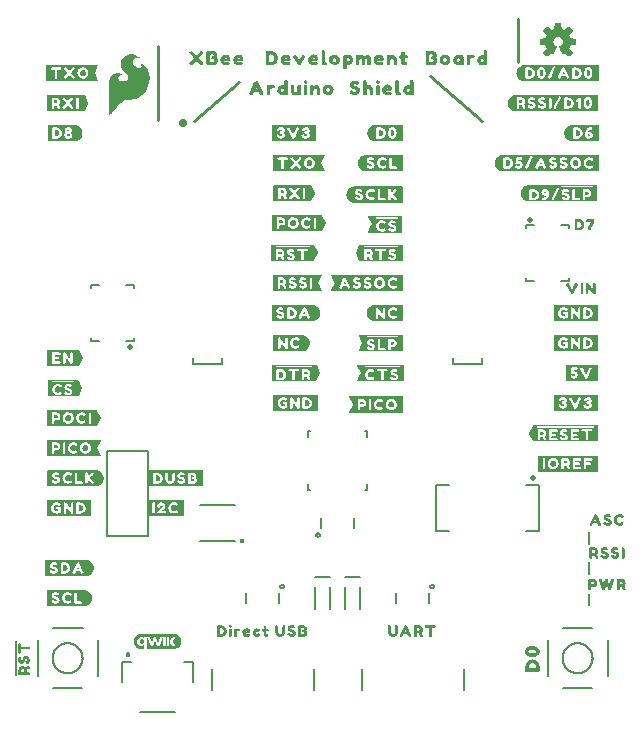
<source format=gto>
G04 EAGLE Gerber RS-274X export*
G75*
%MOMM*%
%FSLAX34Y34*%
%LPD*%
%INSilkscreen Top*%
%IPPOS*%
%AMOC8*
5,1,8,0,0,1.08239X$1,22.5*%
G01*
%ADD10C,0.254000*%
%ADD11C,0.203200*%
%ADD12C,0.718419*%
%ADD13C,0.400000*%
%ADD14C,0.508000*%

G36*
X500696Y463070D02*
X500696Y463070D01*
X500709Y463070D01*
X501009Y463470D01*
X501009Y463478D01*
X501013Y463481D01*
X501009Y463485D01*
X501009Y463492D01*
X501019Y463500D01*
X501019Y476400D01*
X501003Y476421D01*
X501005Y476435D01*
X500705Y476735D01*
X500680Y476738D01*
X500677Y476742D01*
X500675Y476742D01*
X500670Y476749D01*
X419370Y476749D01*
X419368Y476748D01*
X419366Y476749D01*
X419362Y476743D01*
X419323Y476713D01*
X419327Y476708D01*
X419325Y476706D01*
X419333Y476696D01*
X419328Y476689D01*
X419315Y476719D01*
X419275Y476742D01*
X419270Y476749D01*
X418970Y476749D01*
X418965Y476746D01*
X418962Y476749D01*
X418362Y476649D01*
X417663Y476549D01*
X417660Y476545D01*
X417659Y476545D01*
X417656Y476547D01*
X416956Y476347D01*
X416952Y476342D01*
X416948Y476344D01*
X415748Y475744D01*
X415745Y475737D01*
X415739Y475738D01*
X415241Y475340D01*
X414643Y474941D01*
X414639Y474931D01*
X414632Y474931D01*
X414232Y474431D01*
X413732Y473832D01*
X413732Y473826D01*
X413728Y473825D01*
X413428Y473325D01*
X413428Y473322D01*
X413426Y473322D01*
X413126Y472722D01*
X413126Y472720D01*
X413125Y472719D01*
X412825Y472019D01*
X412826Y472016D01*
X412823Y472016D01*
X412623Y471416D01*
X412625Y471409D01*
X412621Y471407D01*
X412521Y470707D01*
X412524Y470702D01*
X412521Y470700D01*
X412521Y469400D01*
X412524Y469396D01*
X412521Y469393D01*
X412721Y467993D01*
X412729Y467985D01*
X412726Y467978D01*
X413024Y467381D01*
X413223Y466784D01*
X413231Y466779D01*
X413229Y466773D01*
X413629Y466173D01*
X413632Y466172D01*
X413632Y466169D01*
X414030Y465671D01*
X414429Y465073D01*
X414439Y465069D01*
X414439Y465062D01*
X414939Y464662D01*
X414943Y464661D01*
X414943Y464659D01*
X415541Y464260D01*
X416039Y463862D01*
X416049Y463861D01*
X416051Y463855D01*
X416751Y463555D01*
X416754Y463556D01*
X416754Y463553D01*
X417354Y463353D01*
X417361Y463355D01*
X417363Y463351D01*
X418062Y463251D01*
X418662Y463151D01*
X418663Y463152D01*
X418663Y463151D01*
X419363Y463051D01*
X419368Y463054D01*
X419370Y463051D01*
X500670Y463051D01*
X500696Y463070D01*
G37*
G36*
X500097Y513887D02*
X500097Y513887D01*
X500092Y513894D01*
X500099Y513900D01*
X500099Y527400D01*
X500063Y527447D01*
X500060Y527445D01*
X500058Y527449D01*
X499458Y527549D01*
X499453Y527546D01*
X499450Y527549D01*
X430450Y527549D01*
X430445Y527545D01*
X430439Y527548D01*
X430434Y527537D01*
X430403Y527513D01*
X430407Y527507D01*
X430406Y527506D01*
X430415Y527495D01*
X430412Y527489D01*
X430393Y527524D01*
X430357Y527540D01*
X430350Y527549D01*
X430150Y527549D01*
X430146Y527546D01*
X430143Y527549D01*
X429443Y527449D01*
X429442Y527448D01*
X429442Y527449D01*
X428842Y527349D01*
X428839Y527345D01*
X428836Y527347D01*
X428136Y527147D01*
X428132Y527142D01*
X428128Y527144D01*
X426328Y526244D01*
X426323Y526234D01*
X426315Y526235D01*
X425315Y525235D01*
X425315Y525231D01*
X425312Y525231D01*
X424512Y524231D01*
X424511Y524223D01*
X424506Y524222D01*
X424206Y523622D01*
X424206Y523620D01*
X424205Y523619D01*
X423905Y522919D01*
X423907Y522911D01*
X423901Y522908D01*
X423802Y522311D01*
X423603Y521614D01*
X423606Y521604D01*
X423601Y521600D01*
X423601Y520300D01*
X423604Y520296D01*
X423601Y520293D01*
X423801Y518893D01*
X423806Y518888D01*
X423803Y518884D01*
X424003Y518284D01*
X424008Y518281D01*
X424006Y518278D01*
X424606Y517078D01*
X424610Y517076D01*
X424609Y517073D01*
X425009Y516473D01*
X425016Y516470D01*
X425015Y516465D01*
X425915Y515565D01*
X425919Y515565D01*
X425918Y515562D01*
X426518Y515062D01*
X426527Y515062D01*
X426528Y515056D01*
X428328Y514156D01*
X428339Y514158D01*
X428342Y514151D01*
X428942Y514051D01*
X428943Y514052D01*
X428943Y514051D01*
X430343Y513851D01*
X430348Y513854D01*
X430350Y513851D01*
X500050Y513851D01*
X500097Y513887D01*
G37*
G36*
X86065Y510330D02*
X86065Y510330D01*
X86149Y510333D01*
X86150Y510333D01*
X86151Y510333D01*
X86229Y510376D01*
X86302Y510415D01*
X86302Y510416D01*
X86303Y510416D01*
X86307Y510422D01*
X86390Y510530D01*
X86463Y510675D01*
X86819Y511031D01*
X86826Y511042D01*
X86839Y511053D01*
X87439Y511753D01*
X87443Y511760D01*
X87450Y511767D01*
X88142Y512656D01*
X89033Y513646D01*
X89036Y513651D01*
X89042Y513657D01*
X90037Y514850D01*
X91130Y516043D01*
X92329Y517341D01*
X93629Y518741D01*
X93633Y518748D01*
X93640Y518754D01*
X94730Y520042D01*
X95812Y521124D01*
X96787Y522002D01*
X97739Y522668D01*
X98780Y523141D01*
X99801Y523420D01*
X103650Y523420D01*
X103670Y523425D01*
X103697Y523423D01*
X106097Y523723D01*
X106119Y523731D01*
X106150Y523733D01*
X108350Y524333D01*
X108373Y524345D01*
X108406Y524353D01*
X110406Y525253D01*
X110425Y525267D01*
X110453Y525279D01*
X112353Y526479D01*
X112364Y526489D01*
X112381Y526498D01*
X114081Y527798D01*
X114098Y527819D01*
X114127Y527840D01*
X115627Y529440D01*
X115635Y529454D01*
X115650Y529467D01*
X117050Y531267D01*
X117063Y531294D01*
X117088Y531326D01*
X118988Y535026D01*
X118996Y535057D01*
X119016Y535098D01*
X120016Y538698D01*
X120018Y538732D01*
X120030Y538778D01*
X120230Y542278D01*
X120224Y542310D01*
X120226Y542357D01*
X119726Y545657D01*
X119715Y545686D01*
X119708Y545728D01*
X118708Y548528D01*
X118694Y548549D01*
X118684Y548581D01*
X117384Y550981D01*
X117358Y551010D01*
X117319Y551069D01*
X115619Y552769D01*
X115589Y552787D01*
X115552Y552822D01*
X113952Y553822D01*
X113886Y553845D01*
X113822Y553873D01*
X113805Y553873D01*
X113788Y553878D01*
X113719Y553869D01*
X113649Y553867D01*
X113634Y553858D01*
X113616Y553856D01*
X113558Y553817D01*
X113497Y553784D01*
X113487Y553769D01*
X113472Y553759D01*
X113437Y553699D01*
X113397Y553642D01*
X113394Y553623D01*
X113386Y553609D01*
X113383Y553570D01*
X113370Y553500D01*
X113370Y552900D01*
X113377Y552870D01*
X113377Y552825D01*
X113463Y552394D01*
X113287Y551334D01*
X113048Y550936D01*
X112633Y550521D01*
X112072Y550280D01*
X111503Y550280D01*
X110188Y550656D01*
X109447Y551027D01*
X108085Y552000D01*
X107408Y552579D01*
X106949Y553038D01*
X106472Y553802D01*
X106469Y553805D01*
X106466Y553811D01*
X106099Y554362D01*
X105922Y554984D01*
X105835Y555500D01*
X105918Y555997D01*
X106097Y556444D01*
X106372Y556994D01*
X106726Y557436D01*
X107464Y558082D01*
X107842Y558271D01*
X108183Y558441D01*
X108917Y558625D01*
X109771Y558720D01*
X111003Y558720D01*
X111358Y558631D01*
X111394Y558631D01*
X111450Y558620D01*
X111550Y558620D01*
X111611Y558634D01*
X111674Y558640D01*
X111695Y558654D01*
X111719Y558659D01*
X111767Y558699D01*
X111820Y558733D01*
X111833Y558754D01*
X111852Y558769D01*
X111878Y558827D01*
X111911Y558880D01*
X111913Y558905D01*
X111923Y558928D01*
X111921Y558990D01*
X111927Y559053D01*
X111918Y559076D01*
X111917Y559101D01*
X111887Y559156D01*
X111864Y559215D01*
X111844Y559234D01*
X111834Y559253D01*
X111803Y559274D01*
X111761Y559316D01*
X111467Y559513D01*
X110771Y560009D01*
X110756Y560015D01*
X110742Y560028D01*
X109542Y560728D01*
X109518Y560736D01*
X109491Y560753D01*
X107991Y561353D01*
X107973Y561356D01*
X107952Y561366D01*
X106152Y561866D01*
X106118Y561868D01*
X106069Y561880D01*
X104069Y561980D01*
X104031Y561973D01*
X103966Y561971D01*
X101766Y561471D01*
X101732Y561454D01*
X101674Y561437D01*
X99374Y560237D01*
X99349Y560216D01*
X99308Y560194D01*
X97608Y558794D01*
X97585Y558763D01*
X97537Y558715D01*
X96437Y557115D01*
X96423Y557080D01*
X96391Y557027D01*
X95791Y555327D01*
X95788Y555292D01*
X95786Y555281D01*
X95777Y555262D01*
X95778Y555240D01*
X95770Y555200D01*
X95770Y553500D01*
X95779Y553462D01*
X95785Y553393D01*
X96285Y551693D01*
X96299Y551668D01*
X96310Y551630D01*
X97210Y549830D01*
X97229Y549807D01*
X97248Y549769D01*
X98548Y548069D01*
X98565Y548055D01*
X98581Y548031D01*
X100272Y546341D01*
X101528Y544891D01*
X102170Y543516D01*
X102170Y542257D01*
X101811Y541092D01*
X100999Y540190D01*
X99889Y539449D01*
X98597Y539080D01*
X97101Y539080D01*
X96061Y539364D01*
X95241Y539637D01*
X94608Y540179D01*
X94063Y540725D01*
X93806Y541238D01*
X93630Y541853D01*
X93630Y542438D01*
X93791Y542921D01*
X94038Y543250D01*
X94404Y543616D01*
X94883Y543999D01*
X95238Y544266D01*
X95691Y544447D01*
X95703Y544455D01*
X95720Y544460D01*
X95964Y544582D01*
X96320Y544760D01*
X96349Y544784D01*
X96419Y544831D01*
X96519Y544931D01*
X96532Y544953D01*
X96552Y544969D01*
X96578Y545026D01*
X96610Y545078D01*
X96613Y545104D01*
X96623Y545128D01*
X96621Y545189D01*
X96627Y545251D01*
X96618Y545275D01*
X96617Y545301D01*
X96587Y545355D01*
X96565Y545413D01*
X96546Y545430D01*
X96534Y545453D01*
X96484Y545488D01*
X96438Y545530D01*
X96413Y545538D01*
X96392Y545553D01*
X96308Y545569D01*
X96272Y545580D01*
X96262Y545578D01*
X96250Y545580D01*
X96212Y545580D01*
X95981Y545657D01*
X95491Y545853D01*
X95456Y545858D01*
X95404Y545876D01*
X94704Y545976D01*
X94680Y545974D01*
X94650Y545980D01*
X92850Y545980D01*
X92820Y545973D01*
X92775Y545973D01*
X91775Y545773D01*
X91765Y545768D01*
X91750Y545767D01*
X90650Y545467D01*
X90633Y545458D01*
X90609Y545453D01*
X89609Y545053D01*
X89582Y545034D01*
X89539Y545016D01*
X88639Y544416D01*
X88618Y544394D01*
X88581Y544369D01*
X87781Y543569D01*
X87770Y543551D01*
X87750Y543533D01*
X87050Y542633D01*
X87039Y542609D01*
X87016Y542582D01*
X86416Y541482D01*
X86407Y541449D01*
X86384Y541404D01*
X85984Y540004D01*
X85983Y539979D01*
X85973Y539947D01*
X85773Y538347D01*
X85774Y538335D01*
X85770Y538320D01*
X85670Y536420D01*
X85672Y536411D01*
X85670Y536400D01*
X85670Y510700D01*
X85690Y510615D01*
X85709Y510533D01*
X85709Y510532D01*
X85709Y510531D01*
X85766Y510463D01*
X85818Y510399D01*
X85819Y510398D01*
X85897Y510363D01*
X85976Y510327D01*
X85977Y510327D01*
X85978Y510327D01*
X86065Y510330D01*
G37*
G36*
X499978Y539264D02*
X499978Y539264D01*
X499990Y539261D01*
X500390Y539561D01*
X500394Y539577D01*
X500401Y539582D01*
X500397Y539588D01*
X500399Y539592D01*
X500409Y539600D01*
X500409Y552500D01*
X500396Y552518D01*
X500399Y552530D01*
X500099Y552930D01*
X500068Y552939D01*
X500060Y552949D01*
X437660Y552949D01*
X437656Y552946D01*
X437653Y552949D01*
X436253Y552749D01*
X436250Y552745D01*
X436248Y552745D01*
X436247Y552745D01*
X436244Y552747D01*
X435645Y552547D01*
X434946Y552347D01*
X434942Y552342D01*
X434938Y552344D01*
X434338Y552044D01*
X434335Y552037D01*
X434329Y552038D01*
X433831Y551640D01*
X433233Y551241D01*
X433229Y551231D01*
X433222Y551231D01*
X432823Y550733D01*
X432325Y550235D01*
X432325Y550231D01*
X432322Y550231D01*
X431922Y549731D01*
X431921Y549723D01*
X431916Y549722D01*
X431616Y549122D01*
X431616Y549120D01*
X431615Y549119D01*
X431315Y548419D01*
X431316Y548416D01*
X431313Y548416D01*
X431113Y547816D01*
X431115Y547809D01*
X431111Y547807D01*
X431011Y547108D01*
X430911Y546508D01*
X430913Y546504D01*
X430914Y546502D01*
X430911Y546500D01*
X430911Y545800D01*
X430914Y545796D01*
X430911Y545793D01*
X431111Y544393D01*
X431116Y544388D01*
X431113Y544384D01*
X431313Y543784D01*
X431318Y543781D01*
X431316Y543778D01*
X431916Y542578D01*
X431920Y542576D01*
X431919Y542573D01*
X432319Y541973D01*
X432322Y541972D01*
X432322Y541969D01*
X432722Y541469D01*
X432726Y541468D01*
X432725Y541465D01*
X433225Y540965D01*
X433232Y540964D01*
X433233Y540959D01*
X433831Y540560D01*
X434329Y540162D01*
X434337Y540161D01*
X434338Y540156D01*
X434938Y539856D01*
X434945Y539857D01*
X434946Y539853D01*
X435645Y539653D01*
X436244Y539453D01*
X436251Y539455D01*
X436253Y539451D01*
X436952Y539351D01*
X437552Y539251D01*
X437557Y539254D01*
X437560Y539251D01*
X499960Y539251D01*
X499978Y539264D01*
G37*
G36*
X499060Y437673D02*
X499060Y437673D01*
X499072Y437675D01*
X499372Y438175D01*
X499372Y438178D01*
X499373Y438179D01*
X499372Y438181D01*
X499370Y438193D01*
X499379Y438200D01*
X499379Y451000D01*
X499360Y451026D01*
X499360Y451039D01*
X498960Y451339D01*
X498942Y451339D01*
X498939Y451342D01*
X498935Y451342D01*
X498930Y451349D01*
X440830Y451349D01*
X440825Y451346D01*
X440822Y451349D01*
X440222Y451249D01*
X440219Y451245D01*
X440216Y451247D01*
X439516Y451047D01*
X439515Y451046D01*
X439514Y451047D01*
X438914Y450847D01*
X438913Y450844D01*
X438911Y450845D01*
X438211Y450545D01*
X438209Y450543D01*
X438208Y450544D01*
X437608Y450244D01*
X437605Y450237D01*
X437599Y450238D01*
X436599Y449438D01*
X436598Y449434D01*
X436595Y449435D01*
X436095Y448935D01*
X436094Y448928D01*
X436089Y448927D01*
X435689Y448327D01*
X435689Y448326D01*
X435688Y448325D01*
X435388Y447825D01*
X435388Y447820D01*
X435385Y447819D01*
X435085Y447121D01*
X434786Y446522D01*
X434788Y446511D01*
X434781Y446507D01*
X434681Y445808D01*
X434581Y445208D01*
X434582Y445207D01*
X434581Y445207D01*
X434481Y444507D01*
X434486Y444498D01*
X434481Y444493D01*
X434581Y443793D01*
X434582Y443792D01*
X434581Y443792D01*
X434681Y443192D01*
X434781Y442493D01*
X434789Y442485D01*
X434786Y442478D01*
X435686Y440678D01*
X435690Y440676D01*
X435689Y440673D01*
X436089Y440073D01*
X436096Y440070D01*
X436095Y440065D01*
X436595Y439565D01*
X436599Y439565D01*
X436599Y439562D01*
X437599Y438762D01*
X437607Y438761D01*
X437608Y438756D01*
X438808Y438156D01*
X438815Y438157D01*
X438816Y438153D01*
X439515Y437953D01*
X440114Y437753D01*
X440121Y437755D01*
X440123Y437751D01*
X440823Y437651D01*
X440828Y437654D01*
X440830Y437651D01*
X499030Y437651D01*
X499060Y437673D01*
G37*
G36*
X334691Y361467D02*
X334691Y361467D01*
X334705Y361465D01*
X335105Y361865D01*
X335106Y361877D01*
X335111Y361881D01*
X335108Y361886D01*
X335109Y361892D01*
X335119Y361900D01*
X335119Y374700D01*
X335103Y374721D01*
X335105Y374735D01*
X334705Y375135D01*
X334680Y375138D01*
X334677Y375142D01*
X334675Y375142D01*
X334670Y375149D01*
X274170Y375149D01*
X274149Y375133D01*
X274135Y375135D01*
X273835Y374835D01*
X273833Y374818D01*
X273824Y374811D01*
X273831Y374802D01*
X273828Y374782D01*
X273826Y374778D01*
X276824Y368781D01*
X277017Y368204D01*
X273926Y362122D01*
X273927Y362117D01*
X273923Y362116D01*
X273723Y361516D01*
X273724Y361514D01*
X273723Y361513D01*
X273725Y361510D01*
X273742Y361459D01*
X273759Y361465D01*
X273770Y361451D01*
X334670Y361451D01*
X334691Y361467D01*
G37*
G36*
X499826Y234270D02*
X499826Y234270D01*
X499839Y234270D01*
X500139Y234670D01*
X500139Y234678D01*
X500143Y234681D01*
X500139Y234685D01*
X500139Y234692D01*
X500149Y234700D01*
X500149Y247600D01*
X500130Y247626D01*
X500130Y247639D01*
X499730Y247939D01*
X499712Y247939D01*
X499709Y247942D01*
X499705Y247942D01*
X499700Y247949D01*
X448300Y247949D01*
X448299Y247948D01*
X448298Y247949D01*
X448295Y247946D01*
X448253Y247913D01*
X448257Y247908D01*
X448255Y247906D01*
X448256Y247904D01*
X448252Y247901D01*
X448246Y247917D01*
X448204Y247944D01*
X448200Y247949D01*
X445200Y247949D01*
X445191Y247942D01*
X445188Y247942D01*
X445184Y247939D01*
X445175Y247942D01*
X444675Y247642D01*
X444667Y247624D01*
X444656Y247622D01*
X441656Y241522D01*
X441658Y241511D01*
X441651Y241508D01*
X441551Y240908D01*
X441561Y240889D01*
X441556Y240878D01*
X444556Y234878D01*
X444560Y234876D01*
X444559Y234873D01*
X444959Y234273D01*
X444992Y234261D01*
X445000Y234251D01*
X499800Y234251D01*
X499826Y234270D01*
G37*
G36*
X499737Y208551D02*
X499737Y208551D01*
X499744Y208546D01*
X500244Y208746D01*
X500259Y208770D01*
X500266Y208776D01*
X500264Y208779D01*
X500269Y208787D01*
X500275Y208792D01*
X500275Y221692D01*
X500267Y221703D01*
X500272Y221710D01*
X500072Y222210D01*
X500031Y222235D01*
X500026Y222241D01*
X449526Y222241D01*
X449500Y222222D01*
X449487Y222222D01*
X449187Y221822D01*
X449187Y221810D01*
X449179Y221804D01*
X449184Y221797D01*
X449177Y221792D01*
X449177Y208892D01*
X449196Y208866D01*
X449196Y208853D01*
X449596Y208553D01*
X449618Y208553D01*
X449626Y208543D01*
X499726Y208543D01*
X499737Y208551D01*
G37*
G36*
X165187Y196217D02*
X165187Y196217D01*
X165185Y196220D01*
X165189Y196222D01*
X165289Y196822D01*
X165286Y196827D01*
X165289Y196830D01*
X165289Y209730D01*
X165253Y209777D01*
X165250Y209775D01*
X165248Y209779D01*
X164648Y209879D01*
X164643Y209876D01*
X164640Y209879D01*
X119440Y209879D01*
X119402Y209850D01*
X119394Y209848D01*
X119194Y209348D01*
X119195Y209346D01*
X119193Y209344D01*
X119197Y209338D01*
X119198Y209335D01*
X119191Y209330D01*
X119191Y196430D01*
X119220Y196392D01*
X119222Y196384D01*
X119722Y196184D01*
X119735Y196188D01*
X119740Y196181D01*
X165140Y196181D01*
X165187Y196217D01*
G37*
G36*
X74985Y196354D02*
X74985Y196354D01*
X74988Y196351D01*
X75588Y196451D01*
X75591Y196455D01*
X75594Y196453D01*
X76994Y196853D01*
X76995Y196854D01*
X76996Y196853D01*
X77596Y197053D01*
X77601Y197061D01*
X77607Y197059D01*
X78207Y197459D01*
X78208Y197462D01*
X78211Y197462D01*
X79211Y198262D01*
X79212Y198266D01*
X79215Y198265D01*
X79715Y198765D01*
X79715Y198769D01*
X79718Y198769D01*
X80118Y199269D01*
X80119Y199273D01*
X80121Y199273D01*
X80521Y199873D01*
X80521Y199877D01*
X80524Y199878D01*
X80824Y200478D01*
X80823Y200483D01*
X80827Y200484D01*
X81027Y201084D01*
X81026Y201086D01*
X81027Y201086D01*
X81227Y201786D01*
X81226Y201790D01*
X81229Y201792D01*
X81329Y202392D01*
X81327Y202395D01*
X81326Y202397D01*
X81329Y202400D01*
X81329Y203800D01*
X81326Y203804D01*
X81329Y203807D01*
X81229Y204507D01*
X81228Y204508D01*
X81229Y204508D01*
X81129Y205108D01*
X81122Y205114D01*
X81125Y205119D01*
X80825Y205819D01*
X80823Y205821D01*
X80824Y205822D01*
X80224Y207022D01*
X80217Y207025D01*
X80218Y207031D01*
X79818Y207531D01*
X79814Y207532D01*
X79815Y207535D01*
X78815Y208535D01*
X78811Y208535D01*
X78811Y208538D01*
X78311Y208938D01*
X78303Y208939D01*
X78302Y208944D01*
X77102Y209544D01*
X77097Y209543D01*
X77096Y209547D01*
X76496Y209747D01*
X76494Y209746D01*
X76494Y209747D01*
X75794Y209947D01*
X75784Y209944D01*
X75780Y209949D01*
X75084Y209949D01*
X74488Y210049D01*
X74483Y210046D01*
X74480Y210049D01*
X37280Y210049D01*
X37274Y210044D01*
X37266Y210047D01*
X37262Y210035D01*
X37233Y210013D01*
X37238Y210007D01*
X37237Y210006D01*
X37246Y209994D01*
X37244Y209990D01*
X37222Y210026D01*
X37188Y210039D01*
X37180Y210049D01*
X33980Y210049D01*
X33933Y210013D01*
X33935Y210010D01*
X33931Y210008D01*
X33831Y209408D01*
X33834Y209403D01*
X33831Y209400D01*
X33831Y196600D01*
X33860Y196562D01*
X33862Y196554D01*
X34362Y196354D01*
X34375Y196358D01*
X34380Y196351D01*
X74980Y196351D01*
X74985Y196354D01*
G37*
G36*
X333931Y436389D02*
X333931Y436389D01*
X333938Y436384D01*
X334438Y436584D01*
X334453Y436608D01*
X334460Y436614D01*
X334458Y436617D01*
X334463Y436625D01*
X334469Y436630D01*
X334469Y449430D01*
X334466Y449435D01*
X334469Y449438D01*
X334369Y450038D01*
X334325Y450079D01*
X334323Y450076D01*
X334320Y450079D01*
X293820Y450079D01*
X293814Y450074D01*
X293806Y450077D01*
X293802Y450065D01*
X293773Y450043D01*
X293778Y450037D01*
X293777Y450036D01*
X293786Y450024D01*
X293784Y450020D01*
X293762Y450056D01*
X293728Y450069D01*
X293720Y450079D01*
X293220Y450079D01*
X293216Y450076D01*
X293213Y450079D01*
X292513Y449979D01*
X292508Y449974D01*
X292504Y449977D01*
X291905Y449777D01*
X291206Y449577D01*
X291202Y449572D01*
X291198Y449574D01*
X289998Y448974D01*
X289995Y448967D01*
X289989Y448968D01*
X289489Y448568D01*
X289488Y448564D01*
X289485Y448565D01*
X288485Y447565D01*
X288485Y447561D01*
X288482Y447561D01*
X288082Y447061D01*
X288081Y447053D01*
X288076Y447052D01*
X287476Y445852D01*
X287476Y445850D01*
X287476Y445849D01*
X287477Y445845D01*
X287473Y445844D01*
X287273Y445145D01*
X287073Y444546D01*
X287075Y444539D01*
X287071Y444537D01*
X286971Y443837D01*
X286974Y443832D01*
X286971Y443830D01*
X286971Y442530D01*
X286974Y442526D01*
X286971Y442523D01*
X287071Y441823D01*
X287076Y441818D01*
X287073Y441814D01*
X287273Y441215D01*
X287473Y440516D01*
X287478Y440512D01*
X287476Y440508D01*
X287776Y439908D01*
X287780Y439906D01*
X287779Y439903D01*
X288179Y439303D01*
X288182Y439302D01*
X288182Y439299D01*
X288582Y438799D01*
X288586Y438798D01*
X288585Y438795D01*
X289085Y438295D01*
X289089Y438295D01*
X289089Y438292D01*
X290089Y437492D01*
X290093Y437491D01*
X290093Y437489D01*
X290693Y437089D01*
X290702Y437090D01*
X290704Y437083D01*
X291304Y436883D01*
X291306Y436884D01*
X291306Y436883D01*
X292005Y436683D01*
X292604Y436483D01*
X292611Y436485D01*
X292613Y436481D01*
X293313Y436381D01*
X293318Y436384D01*
X293320Y436381D01*
X333920Y436381D01*
X333931Y436389D01*
G37*
G36*
X78857Y221787D02*
X78857Y221787D01*
X78857Y221788D01*
X78858Y221788D01*
X78958Y222188D01*
X78948Y222210D01*
X78954Y222222D01*
X75957Y228315D01*
X75861Y228892D01*
X78954Y234877D01*
X78953Y234884D01*
X78957Y234887D01*
X78952Y234894D01*
X78959Y234900D01*
X78959Y235400D01*
X78923Y235447D01*
X78916Y235442D01*
X78910Y235449D01*
X33610Y235449D01*
X33563Y235413D01*
X33565Y235410D01*
X33561Y235408D01*
X33461Y234808D01*
X33464Y234803D01*
X33461Y234800D01*
X33461Y221900D01*
X33497Y221853D01*
X33500Y221855D01*
X33502Y221851D01*
X34102Y221751D01*
X34107Y221754D01*
X34110Y221751D01*
X78810Y221751D01*
X78857Y221787D01*
G37*
G36*
X334301Y258589D02*
X334301Y258589D01*
X334308Y258584D01*
X334808Y258784D01*
X334823Y258808D01*
X334830Y258814D01*
X334828Y258817D01*
X334833Y258825D01*
X334839Y258830D01*
X334839Y271730D01*
X334831Y271741D01*
X334836Y271748D01*
X334636Y272248D01*
X334595Y272273D01*
X334590Y272279D01*
X289290Y272279D01*
X289289Y272278D01*
X289288Y272279D01*
X289285Y272276D01*
X289243Y272243D01*
X289247Y272238D01*
X289245Y272236D01*
X289252Y272227D01*
X289243Y272214D01*
X289443Y271614D01*
X289448Y271611D01*
X289446Y271608D01*
X292439Y265622D01*
X292343Y265045D01*
X289346Y258952D01*
X289348Y258941D01*
X289346Y258939D01*
X289349Y258934D01*
X289353Y258914D01*
X289349Y258903D01*
X289549Y258603D01*
X289582Y258591D01*
X289590Y258581D01*
X334290Y258581D01*
X334301Y258589D01*
G37*
G36*
X265928Y412265D02*
X265928Y412265D01*
X265941Y412262D01*
X266441Y412662D01*
X266445Y412676D01*
X266454Y412678D01*
X269454Y418778D01*
X269453Y418784D01*
X269458Y418788D01*
X269456Y418790D01*
X269459Y418792D01*
X269559Y419392D01*
X269548Y419411D01*
X269554Y419423D01*
X266454Y425423D01*
X266447Y425426D01*
X266448Y425431D01*
X266048Y425931D01*
X266019Y425938D01*
X266016Y425942D01*
X266015Y425942D01*
X266010Y425949D01*
X224110Y425949D01*
X224063Y425913D01*
X224065Y425910D01*
X224061Y425908D01*
X223961Y425308D01*
X223964Y425303D01*
X223961Y425300D01*
X223961Y412400D01*
X223997Y412353D01*
X224000Y412355D01*
X224002Y412351D01*
X224602Y412251D01*
X224607Y412254D01*
X224610Y412251D01*
X265910Y412251D01*
X265928Y412265D01*
G37*
G36*
X75428Y247165D02*
X75428Y247165D01*
X75441Y247162D01*
X75941Y247562D01*
X75945Y247576D01*
X75954Y247578D01*
X78954Y253678D01*
X78953Y253684D01*
X78958Y253688D01*
X78956Y253690D01*
X78959Y253692D01*
X79059Y254292D01*
X79048Y254311D01*
X79054Y254323D01*
X75954Y260323D01*
X75947Y260326D01*
X75948Y260331D01*
X75548Y260831D01*
X75519Y260838D01*
X75516Y260842D01*
X75515Y260842D01*
X75510Y260849D01*
X33610Y260849D01*
X33563Y260813D01*
X33565Y260810D01*
X33561Y260808D01*
X33461Y260208D01*
X33464Y260203D01*
X33461Y260200D01*
X33461Y247300D01*
X33497Y247253D01*
X33500Y247255D01*
X33502Y247251D01*
X34102Y247151D01*
X34107Y247154D01*
X34110Y247151D01*
X75410Y247151D01*
X75428Y247165D01*
G37*
G36*
X76446Y539255D02*
X76446Y539255D01*
X76450Y539252D01*
X76950Y539352D01*
X76978Y539384D01*
X76980Y539385D01*
X76980Y539386D01*
X76989Y539396D01*
X76977Y539407D01*
X76984Y539422D01*
X73695Y546100D01*
X76984Y552778D01*
X76984Y552780D01*
X76985Y552781D01*
X76983Y552783D01*
X76973Y552837D01*
X76957Y552834D01*
X76950Y552848D01*
X76450Y552948D01*
X76443Y552945D01*
X76440Y552949D01*
X33040Y552949D01*
X32993Y552913D01*
X32996Y552909D01*
X32993Y552906D01*
X32995Y552903D01*
X32991Y552900D01*
X32991Y539300D01*
X33027Y539253D01*
X33034Y539258D01*
X33040Y539251D01*
X76440Y539251D01*
X76446Y539255D01*
G37*
G36*
X268216Y463055D02*
X268216Y463055D01*
X268220Y463052D01*
X268720Y463152D01*
X268748Y463184D01*
X268750Y463185D01*
X268750Y463186D01*
X268759Y463196D01*
X268747Y463207D01*
X268754Y463222D01*
X265465Y469900D01*
X268754Y476578D01*
X268754Y476580D01*
X268755Y476581D01*
X268753Y476583D01*
X268743Y476637D01*
X268727Y476634D01*
X268720Y476648D01*
X268220Y476748D01*
X268213Y476745D01*
X268210Y476749D01*
X224810Y476749D01*
X224763Y476713D01*
X224766Y476709D01*
X224763Y476706D01*
X224765Y476703D01*
X224761Y476700D01*
X224761Y463100D01*
X224797Y463053D01*
X224804Y463058D01*
X224810Y463051D01*
X268210Y463051D01*
X268216Y463055D01*
G37*
G36*
X265951Y361459D02*
X265951Y361459D01*
X265958Y361454D01*
X266458Y361654D01*
X266473Y361678D01*
X266480Y361684D01*
X266478Y361687D01*
X266489Y361705D01*
X266478Y361712D01*
X266484Y361723D01*
X263386Y367719D01*
X263193Y368296D01*
X266484Y374978D01*
X266484Y374979D01*
X266485Y374979D01*
X266484Y374981D01*
X266485Y374981D01*
X266483Y374983D01*
X266473Y375037D01*
X266456Y375033D01*
X266448Y375049D01*
X265848Y375149D01*
X265843Y375146D01*
X265840Y375149D01*
X228040Y375149D01*
X228037Y375147D01*
X228033Y375149D01*
X228028Y375140D01*
X227993Y375113D01*
X227997Y375107D01*
X227996Y375106D01*
X228004Y375096D01*
X228000Y375089D01*
X227984Y375122D01*
X227947Y375141D01*
X227940Y375149D01*
X225240Y375149D01*
X225235Y375146D01*
X225232Y375149D01*
X224632Y375049D01*
X224595Y375010D01*
X224593Y375008D01*
X224593Y375007D01*
X224591Y375005D01*
X224594Y375003D01*
X224591Y375000D01*
X224591Y361500D01*
X224627Y361453D01*
X224634Y361458D01*
X224640Y361451D01*
X265940Y361451D01*
X265951Y361459D01*
G37*
G36*
X257974Y336054D02*
X257974Y336054D01*
X257977Y336051D01*
X259377Y336251D01*
X259378Y336252D01*
X259378Y336251D01*
X259978Y336351D01*
X259985Y336359D01*
X259992Y336356D01*
X260591Y336655D01*
X261289Y336955D01*
X261292Y336959D01*
X261295Y336958D01*
X261795Y337258D01*
X261796Y337259D01*
X261797Y337259D01*
X262397Y337659D01*
X262400Y337666D01*
X262405Y337665D01*
X262905Y338165D01*
X262905Y338169D01*
X262908Y338169D01*
X263708Y339169D01*
X263709Y339177D01*
X263714Y339178D01*
X264314Y340378D01*
X264313Y340385D01*
X264317Y340386D01*
X264517Y341085D01*
X264717Y341684D01*
X264715Y341691D01*
X264719Y341693D01*
X264819Y342393D01*
X264816Y342398D01*
X264819Y342400D01*
X264819Y343100D01*
X264816Y343104D01*
X264819Y343107D01*
X264719Y343807D01*
X264718Y343808D01*
X264719Y343808D01*
X264619Y344408D01*
X264615Y344411D01*
X264617Y344414D01*
X264417Y345114D01*
X264416Y345115D01*
X264417Y345116D01*
X264217Y345716D01*
X264212Y345719D01*
X264214Y345722D01*
X263914Y346322D01*
X263910Y346324D01*
X263911Y346327D01*
X263511Y346927D01*
X263508Y346928D01*
X263508Y346931D01*
X263108Y347431D01*
X263104Y347432D01*
X263105Y347435D01*
X262605Y347935D01*
X262601Y347935D01*
X262601Y347938D01*
X262101Y348338D01*
X262097Y348339D01*
X262097Y348341D01*
X261497Y348741D01*
X261493Y348741D01*
X261492Y348744D01*
X260292Y349344D01*
X260287Y349343D01*
X260286Y349347D01*
X259686Y349547D01*
X259681Y349545D01*
X259679Y349545D01*
X259677Y349549D01*
X258277Y349749D01*
X258272Y349746D01*
X258270Y349749D01*
X224070Y349749D01*
X224044Y349730D01*
X224031Y349730D01*
X223731Y349330D01*
X223731Y349318D01*
X223723Y349312D01*
X223728Y349305D01*
X223721Y349300D01*
X223721Y336400D01*
X223740Y336374D01*
X223740Y336361D01*
X224140Y336061D01*
X224162Y336061D01*
X224170Y336051D01*
X257970Y336051D01*
X257974Y336054D01*
G37*
G36*
X66204Y120154D02*
X66204Y120154D01*
X66207Y120151D01*
X67607Y120351D01*
X67608Y120352D01*
X67608Y120351D01*
X68208Y120451D01*
X68215Y120459D01*
X68222Y120456D01*
X68821Y120755D01*
X69519Y121055D01*
X69522Y121059D01*
X69525Y121058D01*
X70025Y121358D01*
X70026Y121359D01*
X70027Y121359D01*
X70627Y121759D01*
X70630Y121766D01*
X70635Y121765D01*
X71135Y122265D01*
X71135Y122269D01*
X71138Y122269D01*
X71938Y123269D01*
X71939Y123277D01*
X71944Y123278D01*
X72544Y124478D01*
X72543Y124485D01*
X72547Y124486D01*
X72747Y125185D01*
X72947Y125784D01*
X72945Y125791D01*
X72949Y125793D01*
X73049Y126493D01*
X73046Y126498D01*
X73049Y126500D01*
X73049Y127200D01*
X73046Y127204D01*
X73049Y127207D01*
X72949Y127907D01*
X72948Y127908D01*
X72949Y127908D01*
X72849Y128508D01*
X72845Y128511D01*
X72847Y128514D01*
X72647Y129214D01*
X72646Y129215D01*
X72647Y129216D01*
X72447Y129816D01*
X72442Y129819D01*
X72444Y129822D01*
X72144Y130422D01*
X72140Y130424D01*
X72141Y130427D01*
X71741Y131027D01*
X71738Y131028D01*
X71738Y131031D01*
X71338Y131531D01*
X71334Y131532D01*
X71335Y131535D01*
X70835Y132035D01*
X70831Y132035D01*
X70831Y132038D01*
X70331Y132438D01*
X70327Y132439D01*
X70327Y132441D01*
X69727Y132841D01*
X69723Y132841D01*
X69722Y132844D01*
X68522Y133444D01*
X68517Y133443D01*
X68516Y133447D01*
X67916Y133647D01*
X67911Y133645D01*
X67909Y133645D01*
X67907Y133649D01*
X66507Y133849D01*
X66502Y133846D01*
X66500Y133849D01*
X32300Y133849D01*
X32274Y133830D01*
X32261Y133830D01*
X31961Y133430D01*
X31961Y133418D01*
X31953Y133412D01*
X31958Y133405D01*
X31951Y133400D01*
X31951Y120500D01*
X31970Y120474D01*
X31970Y120461D01*
X32370Y120161D01*
X32392Y120161D01*
X32400Y120151D01*
X66200Y120151D01*
X66204Y120154D01*
G37*
G36*
X261403Y285276D02*
X261403Y285276D01*
X261414Y285278D01*
X264714Y291878D01*
X264713Y291883D01*
X264717Y291886D01*
X264711Y291894D01*
X264710Y291899D01*
X264719Y291908D01*
X264619Y292508D01*
X264611Y292515D01*
X264614Y292522D01*
X261614Y298622D01*
X261597Y298631D01*
X261595Y298642D01*
X261095Y298942D01*
X261083Y298941D01*
X261082Y298942D01*
X261075Y298942D01*
X261070Y298949D01*
X227170Y298949D01*
X227123Y298913D01*
X227127Y298908D01*
X227124Y298906D01*
X227126Y298904D01*
X227121Y298900D01*
X227118Y298912D01*
X227071Y298949D01*
X227070Y298949D01*
X224170Y298949D01*
X224161Y298942D01*
X224152Y298936D01*
X224140Y298939D01*
X223740Y298639D01*
X223735Y298620D01*
X223723Y298611D01*
X223727Y298605D01*
X223721Y298600D01*
X223721Y285700D01*
X223734Y285682D01*
X223731Y285670D01*
X224031Y285270D01*
X224062Y285262D01*
X224070Y285251D01*
X261370Y285251D01*
X261403Y285276D01*
G37*
G36*
X335838Y285280D02*
X335838Y285280D01*
X335846Y285282D01*
X336046Y285782D01*
X336042Y285795D01*
X336049Y285800D01*
X336049Y298700D01*
X336020Y298738D01*
X336018Y298746D01*
X335518Y298946D01*
X335506Y298942D01*
X335505Y298942D01*
X335500Y298949D01*
X302400Y298949D01*
X302353Y298913D01*
X302356Y298909D01*
X302353Y298906D01*
X302355Y298903D01*
X302351Y298900D01*
X302351Y298893D01*
X302349Y298907D01*
X302306Y298949D01*
X302303Y298945D01*
X302300Y298949D01*
X295700Y298949D01*
X295653Y298913D01*
X295656Y298908D01*
X295654Y298906D01*
X295659Y298899D01*
X295652Y298890D01*
X295752Y298390D01*
X295759Y298384D01*
X295756Y298378D01*
X298849Y292292D01*
X298753Y291715D01*
X295756Y285722D01*
X295758Y285710D01*
X295754Y285707D01*
X295760Y285699D01*
X295760Y285698D01*
X295752Y285688D01*
X295852Y285288D01*
X295899Y285251D01*
X295899Y285252D01*
X295900Y285251D01*
X335800Y285251D01*
X335838Y285280D01*
G37*
G36*
X259433Y386876D02*
X259433Y386876D01*
X259444Y386878D01*
X259744Y387478D01*
X262844Y393578D01*
X262843Y393582D01*
X262846Y393585D01*
X262841Y393591D01*
X262839Y393604D01*
X262847Y393616D01*
X262647Y394216D01*
X262642Y394219D01*
X262644Y394222D01*
X259644Y400222D01*
X259627Y400231D01*
X259625Y400242D01*
X259125Y400542D01*
X259113Y400541D01*
X259112Y400542D01*
X259105Y400542D01*
X259100Y400549D01*
X226600Y400549D01*
X226598Y400548D01*
X226596Y400549D01*
X226593Y400544D01*
X226553Y400513D01*
X226556Y400509D01*
X226551Y400507D01*
X226551Y400504D01*
X226546Y400517D01*
X226504Y400544D01*
X226500Y400549D01*
X223500Y400549D01*
X223479Y400533D01*
X223465Y400535D01*
X223065Y400135D01*
X223063Y400120D01*
X223053Y400112D01*
X223058Y400105D01*
X223051Y400100D01*
X223051Y387200D01*
X223070Y387174D01*
X223070Y387161D01*
X223470Y386861D01*
X223492Y386861D01*
X223500Y386851D01*
X259400Y386851D01*
X259433Y386876D01*
G37*
G36*
X334156Y386870D02*
X334156Y386870D01*
X334169Y386870D01*
X334469Y387270D01*
X334469Y387278D01*
X334473Y387281D01*
X334469Y387285D01*
X334469Y387292D01*
X334479Y387300D01*
X334479Y400200D01*
X334460Y400226D01*
X334460Y400239D01*
X334060Y400539D01*
X334042Y400539D01*
X334039Y400542D01*
X334035Y400542D01*
X334030Y400549D01*
X301530Y400549D01*
X301528Y400548D01*
X301526Y400549D01*
X301523Y400544D01*
X301483Y400513D01*
X301486Y400509D01*
X301481Y400507D01*
X301481Y400504D01*
X301476Y400517D01*
X301434Y400544D01*
X301430Y400549D01*
X298430Y400549D01*
X298421Y400542D01*
X298418Y400542D01*
X298414Y400539D01*
X298405Y400542D01*
X297905Y400242D01*
X297897Y400224D01*
X297886Y400222D01*
X294886Y394122D01*
X294888Y394111D01*
X294881Y394108D01*
X294781Y393508D01*
X294791Y393489D01*
X294786Y393478D01*
X297786Y387378D01*
X297793Y387375D01*
X297792Y387369D01*
X298192Y386869D01*
X298222Y386862D01*
X298230Y386851D01*
X334130Y386851D01*
X334156Y386870D01*
G37*
G36*
X262787Y259887D02*
X262787Y259887D01*
X262782Y259894D01*
X262789Y259900D01*
X262789Y273400D01*
X262753Y273447D01*
X262750Y273445D01*
X262748Y273449D01*
X262148Y273549D01*
X262143Y273546D01*
X262140Y273549D01*
X228340Y273549D01*
X228333Y273544D01*
X228324Y273547D01*
X228320Y273534D01*
X228293Y273513D01*
X228298Y273507D01*
X228297Y273506D01*
X228307Y273494D01*
X228306Y273493D01*
X228280Y273529D01*
X228248Y273539D01*
X228240Y273549D01*
X224940Y273549D01*
X224893Y273513D01*
X224896Y273509D01*
X224893Y273506D01*
X224895Y273503D01*
X224891Y273500D01*
X224891Y260000D01*
X224927Y259953D01*
X224930Y259955D01*
X224932Y259951D01*
X225532Y259851D01*
X225537Y259854D01*
X225540Y259851D01*
X262740Y259851D01*
X262787Y259887D01*
G37*
G36*
X500277Y336087D02*
X500277Y336087D01*
X500272Y336094D01*
X500279Y336100D01*
X500279Y349600D01*
X500243Y349647D01*
X500240Y349645D01*
X500238Y349649D01*
X499638Y349749D01*
X499633Y349746D01*
X499630Y349749D01*
X465830Y349749D01*
X465823Y349744D01*
X465814Y349747D01*
X465810Y349734D01*
X465783Y349713D01*
X465788Y349707D01*
X465787Y349706D01*
X465797Y349694D01*
X465796Y349693D01*
X465770Y349729D01*
X465738Y349739D01*
X465730Y349749D01*
X462430Y349749D01*
X462383Y349713D01*
X462386Y349709D01*
X462383Y349706D01*
X462385Y349703D01*
X462381Y349700D01*
X462381Y336200D01*
X462417Y336153D01*
X462420Y336155D01*
X462422Y336151D01*
X463022Y336051D01*
X463027Y336054D01*
X463030Y336051D01*
X500230Y336051D01*
X500277Y336087D01*
G37*
G36*
X71017Y170987D02*
X71017Y170987D01*
X71012Y170994D01*
X71019Y171000D01*
X71019Y184500D01*
X70983Y184547D01*
X70980Y184545D01*
X70978Y184549D01*
X70378Y184649D01*
X70373Y184646D01*
X70370Y184649D01*
X36570Y184649D01*
X36563Y184644D01*
X36554Y184647D01*
X36550Y184634D01*
X36523Y184613D01*
X36528Y184607D01*
X36527Y184606D01*
X36537Y184594D01*
X36536Y184593D01*
X36510Y184629D01*
X36478Y184639D01*
X36470Y184649D01*
X33170Y184649D01*
X33123Y184613D01*
X33126Y184609D01*
X33123Y184606D01*
X33125Y184603D01*
X33121Y184600D01*
X33121Y171100D01*
X33157Y171053D01*
X33160Y171055D01*
X33162Y171051D01*
X33762Y170951D01*
X33767Y170954D01*
X33770Y170951D01*
X70970Y170951D01*
X71017Y170987D01*
G37*
G36*
X500277Y310687D02*
X500277Y310687D01*
X500272Y310694D01*
X500279Y310700D01*
X500279Y324200D01*
X500243Y324247D01*
X500240Y324245D01*
X500238Y324249D01*
X499638Y324349D01*
X499633Y324346D01*
X499630Y324349D01*
X465830Y324349D01*
X465823Y324344D01*
X465814Y324347D01*
X465810Y324334D01*
X465783Y324313D01*
X465788Y324307D01*
X465787Y324306D01*
X465797Y324294D01*
X465796Y324293D01*
X465770Y324329D01*
X465738Y324339D01*
X465730Y324349D01*
X462430Y324349D01*
X462383Y324313D01*
X462386Y324309D01*
X462383Y324306D01*
X462385Y324303D01*
X462381Y324300D01*
X462381Y310800D01*
X462417Y310753D01*
X462420Y310755D01*
X462422Y310751D01*
X463022Y310651D01*
X463027Y310654D01*
X463030Y310651D01*
X500230Y310651D01*
X500277Y310687D01*
G37*
G36*
X261117Y488487D02*
X261117Y488487D01*
X261115Y488490D01*
X261119Y488492D01*
X261219Y489092D01*
X261216Y489097D01*
X261219Y489100D01*
X261219Y502000D01*
X261183Y502047D01*
X261180Y502045D01*
X261178Y502049D01*
X260578Y502149D01*
X260573Y502146D01*
X260570Y502149D01*
X224170Y502149D01*
X224132Y502120D01*
X224124Y502118D01*
X223924Y501618D01*
X223925Y501616D01*
X223923Y501614D01*
X223927Y501608D01*
X223928Y501605D01*
X223921Y501600D01*
X223921Y488700D01*
X223950Y488662D01*
X223952Y488654D01*
X224452Y488454D01*
X224465Y488458D01*
X224470Y488451D01*
X261070Y488451D01*
X261117Y488487D01*
G37*
G36*
X499877Y259887D02*
X499877Y259887D01*
X499875Y259890D01*
X499879Y259892D01*
X499979Y260492D01*
X499976Y260497D01*
X499979Y260500D01*
X499979Y273400D01*
X499943Y273447D01*
X499940Y273445D01*
X499938Y273449D01*
X499338Y273549D01*
X499333Y273546D01*
X499330Y273549D01*
X462930Y273549D01*
X462892Y273520D01*
X462884Y273518D01*
X462684Y273018D01*
X462685Y273016D01*
X462683Y273014D01*
X462687Y273008D01*
X462688Y273005D01*
X462681Y273000D01*
X462681Y260100D01*
X462710Y260062D01*
X462712Y260054D01*
X463212Y259854D01*
X463225Y259858D01*
X463230Y259851D01*
X499830Y259851D01*
X499877Y259887D01*
G37*
G36*
X334411Y463059D02*
X334411Y463059D01*
X334418Y463054D01*
X334918Y463254D01*
X334933Y463278D01*
X334940Y463284D01*
X334938Y463287D01*
X334943Y463295D01*
X334949Y463300D01*
X334949Y476200D01*
X334941Y476211D01*
X334946Y476218D01*
X334746Y476718D01*
X334705Y476743D01*
X334700Y476749D01*
X303500Y476749D01*
X303495Y476746D01*
X303492Y476749D01*
X302896Y476649D01*
X302200Y476649D01*
X302193Y476644D01*
X302189Y476644D01*
X302184Y476647D01*
X301585Y476447D01*
X300886Y476247D01*
X300882Y476242D01*
X300878Y476244D01*
X300278Y475944D01*
X300276Y475940D01*
X300273Y475941D01*
X299673Y475541D01*
X299672Y475538D01*
X299669Y475538D01*
X298669Y474738D01*
X298668Y474734D01*
X298665Y474735D01*
X298165Y474235D01*
X298164Y474228D01*
X298159Y474227D01*
X297759Y473627D01*
X297759Y473623D01*
X297756Y473622D01*
X297156Y472422D01*
X297157Y472417D01*
X297153Y472416D01*
X296953Y471816D01*
X296954Y471814D01*
X296953Y471814D01*
X296753Y471114D01*
X296756Y471104D01*
X296751Y471100D01*
X296751Y470404D01*
X296651Y469808D01*
X296657Y469798D01*
X296651Y469793D01*
X296851Y468393D01*
X296856Y468388D01*
X296853Y468384D01*
X297053Y467785D01*
X297253Y467086D01*
X297258Y467082D01*
X297256Y467078D01*
X297556Y466478D01*
X297563Y466475D01*
X297562Y466469D01*
X297960Y465971D01*
X298359Y465373D01*
X298366Y465370D01*
X298365Y465365D01*
X298865Y464865D01*
X298869Y464865D01*
X298869Y464862D01*
X299369Y464462D01*
X299373Y464461D01*
X299373Y464459D01*
X299973Y464059D01*
X299977Y464059D01*
X299978Y464056D01*
X301178Y463456D01*
X301183Y463457D01*
X301184Y463453D01*
X301784Y463253D01*
X301791Y463255D01*
X301793Y463251D01*
X303193Y463051D01*
X303198Y463054D01*
X303200Y463051D01*
X334400Y463051D01*
X334411Y463059D01*
G37*
G36*
X65204Y94754D02*
X65204Y94754D01*
X65207Y94751D01*
X65907Y94851D01*
X65911Y94855D01*
X65914Y94853D01*
X66614Y95053D01*
X66615Y95054D01*
X66616Y95053D01*
X67816Y95453D01*
X67821Y95461D01*
X67827Y95459D01*
X69027Y96259D01*
X69028Y96262D01*
X69031Y96262D01*
X69531Y96662D01*
X69533Y96669D01*
X69538Y96669D01*
X69938Y97169D01*
X70438Y97768D01*
X70438Y97774D01*
X70442Y97775D01*
X70742Y98275D01*
X70742Y98278D01*
X70744Y98278D01*
X71044Y98878D01*
X71043Y98885D01*
X71047Y98886D01*
X71247Y99585D01*
X71447Y100184D01*
X71445Y100191D01*
X71449Y100193D01*
X71649Y101593D01*
X71644Y101602D01*
X71649Y101607D01*
X71549Y102307D01*
X71548Y102308D01*
X71549Y102308D01*
X71449Y102908D01*
X71349Y103607D01*
X71341Y103615D01*
X71344Y103622D01*
X70444Y105422D01*
X70437Y105425D01*
X70438Y105431D01*
X70038Y105931D01*
X70034Y105932D01*
X70035Y105935D01*
X69035Y106935D01*
X69031Y106935D01*
X69031Y106938D01*
X68531Y107338D01*
X68523Y107339D01*
X68522Y107344D01*
X67322Y107944D01*
X67315Y107943D01*
X67314Y107947D01*
X66615Y108147D01*
X66016Y108347D01*
X66009Y108345D01*
X66007Y108349D01*
X65307Y108449D01*
X65302Y108446D01*
X65300Y108449D01*
X33500Y108449D01*
X33453Y108413D01*
X33455Y108410D01*
X33451Y108408D01*
X33351Y107808D01*
X33354Y107803D01*
X33351Y107800D01*
X33351Y94900D01*
X33387Y94853D01*
X33391Y94856D01*
X33393Y94851D01*
X34093Y94751D01*
X34098Y94754D01*
X34100Y94751D01*
X65200Y94751D01*
X65204Y94754D01*
G37*
G36*
X333905Y310654D02*
X333905Y310654D01*
X333908Y310651D01*
X334508Y310751D01*
X334549Y310795D01*
X334546Y310798D01*
X334549Y310800D01*
X334549Y323700D01*
X334546Y323705D01*
X334549Y323708D01*
X334449Y324308D01*
X334405Y324349D01*
X334403Y324346D01*
X334400Y324349D01*
X297400Y324349D01*
X297353Y324313D01*
X297353Y324312D01*
X297352Y324312D01*
X297252Y323912D01*
X297262Y323890D01*
X297256Y323878D01*
X300253Y317885D01*
X300349Y317308D01*
X297356Y311222D01*
X297358Y311213D01*
X297352Y311210D01*
X297252Y310710D01*
X297278Y310656D01*
X297291Y310663D01*
X297300Y310651D01*
X333900Y310651D01*
X333905Y310654D01*
G37*
G36*
X475410Y560216D02*
X475410Y560216D01*
X475518Y560226D01*
X475531Y560232D01*
X475545Y560234D01*
X475642Y560282D01*
X475741Y560327D01*
X475754Y560338D01*
X475763Y560342D01*
X475778Y560358D01*
X475855Y560420D01*
X478440Y563005D01*
X478503Y563094D01*
X478569Y563179D01*
X478574Y563192D01*
X478582Y563204D01*
X478613Y563307D01*
X478649Y563410D01*
X478649Y563424D01*
X478653Y563437D01*
X478649Y563545D01*
X478650Y563654D01*
X478645Y563667D01*
X478645Y563681D01*
X478607Y563783D01*
X478572Y563885D01*
X478563Y563900D01*
X478559Y563909D01*
X478545Y563926D01*
X478491Y564008D01*
X475727Y567398D01*
X476284Y568480D01*
X476290Y568500D01*
X476332Y568595D01*
X476703Y569754D01*
X481054Y570197D01*
X481158Y570225D01*
X481264Y570250D01*
X481276Y570257D01*
X481289Y570260D01*
X481379Y570321D01*
X481472Y570378D01*
X481480Y570389D01*
X481492Y570397D01*
X481558Y570483D01*
X481627Y570567D01*
X481631Y570580D01*
X481640Y570591D01*
X481674Y570694D01*
X481713Y570795D01*
X481714Y570813D01*
X481718Y570822D01*
X481718Y570844D01*
X481727Y570942D01*
X481727Y574598D01*
X481710Y574705D01*
X481696Y574813D01*
X481690Y574825D01*
X481688Y574839D01*
X481636Y574935D01*
X481589Y575032D01*
X481579Y575042D01*
X481573Y575054D01*
X481493Y575128D01*
X481417Y575205D01*
X481405Y575211D01*
X481395Y575221D01*
X481296Y575266D01*
X481199Y575314D01*
X481181Y575318D01*
X481172Y575322D01*
X481151Y575324D01*
X481054Y575343D01*
X476703Y575786D01*
X476332Y576945D01*
X476323Y576962D01*
X476321Y576970D01*
X476317Y576977D01*
X476284Y577060D01*
X475727Y578142D01*
X478491Y581532D01*
X478545Y581626D01*
X478602Y581718D01*
X478605Y581731D01*
X478612Y581743D01*
X478633Y581850D01*
X478658Y581955D01*
X478656Y581969D01*
X478659Y581983D01*
X478644Y582090D01*
X478634Y582198D01*
X478628Y582211D01*
X478626Y582225D01*
X478578Y582322D01*
X478533Y582421D01*
X478522Y582434D01*
X478518Y582443D01*
X478502Y582458D01*
X478440Y582535D01*
X475855Y585120D01*
X475766Y585183D01*
X475681Y585249D01*
X475668Y585254D01*
X475656Y585262D01*
X475553Y585293D01*
X475450Y585329D01*
X475436Y585329D01*
X475423Y585333D01*
X475315Y585329D01*
X475206Y585330D01*
X475193Y585325D01*
X475179Y585325D01*
X475077Y585287D01*
X474975Y585252D01*
X474960Y585243D01*
X474951Y585239D01*
X474934Y585225D01*
X474852Y585171D01*
X471462Y582407D01*
X470380Y582964D01*
X470360Y582970D01*
X470265Y583012D01*
X469106Y583383D01*
X468663Y587734D01*
X468635Y587838D01*
X468610Y587944D01*
X468603Y587956D01*
X468600Y587969D01*
X468539Y588059D01*
X468482Y588152D01*
X468471Y588160D01*
X468463Y588172D01*
X468377Y588238D01*
X468293Y588307D01*
X468280Y588311D01*
X468269Y588320D01*
X468166Y588354D01*
X468065Y588393D01*
X468047Y588394D01*
X468038Y588398D01*
X468016Y588398D01*
X467918Y588407D01*
X464262Y588407D01*
X464155Y588390D01*
X464047Y588376D01*
X464035Y588370D01*
X464021Y588368D01*
X463925Y588316D01*
X463828Y588269D01*
X463818Y588259D01*
X463806Y588253D01*
X463732Y588173D01*
X463655Y588097D01*
X463649Y588085D01*
X463639Y588075D01*
X463594Y587976D01*
X463546Y587879D01*
X463542Y587861D01*
X463538Y587852D01*
X463536Y587831D01*
X463517Y587734D01*
X463074Y583383D01*
X461915Y583012D01*
X461897Y583002D01*
X461800Y582964D01*
X460718Y582407D01*
X457328Y585171D01*
X457234Y585225D01*
X457142Y585282D01*
X457129Y585285D01*
X457117Y585292D01*
X457010Y585313D01*
X456905Y585338D01*
X456891Y585336D01*
X456877Y585339D01*
X456770Y585324D01*
X456662Y585314D01*
X456649Y585308D01*
X456636Y585306D01*
X456538Y585258D01*
X456439Y585213D01*
X456426Y585202D01*
X456417Y585198D01*
X456402Y585182D01*
X456325Y585120D01*
X453740Y582535D01*
X453677Y582446D01*
X453611Y582361D01*
X453606Y582348D01*
X453598Y582336D01*
X453567Y582233D01*
X453531Y582130D01*
X453531Y582116D01*
X453527Y582103D01*
X453531Y581995D01*
X453530Y581886D01*
X453535Y581873D01*
X453535Y581859D01*
X453573Y581757D01*
X453608Y581655D01*
X453617Y581640D01*
X453621Y581631D01*
X453635Y581614D01*
X453689Y581532D01*
X456453Y578142D01*
X455896Y577060D01*
X455890Y577040D01*
X455848Y576945D01*
X455477Y575786D01*
X451126Y575343D01*
X451022Y575315D01*
X450916Y575290D01*
X450904Y575283D01*
X450891Y575280D01*
X450801Y575219D01*
X450708Y575162D01*
X450700Y575151D01*
X450688Y575143D01*
X450622Y575057D01*
X450554Y574973D01*
X450549Y574960D01*
X450540Y574949D01*
X450506Y574846D01*
X450467Y574745D01*
X450466Y574727D01*
X450462Y574718D01*
X450463Y574696D01*
X450453Y574598D01*
X450453Y570942D01*
X450470Y570835D01*
X450484Y570727D01*
X450490Y570715D01*
X450492Y570701D01*
X450544Y570605D01*
X450591Y570508D01*
X450601Y570498D01*
X450607Y570486D01*
X450687Y570412D01*
X450763Y570335D01*
X450775Y570329D01*
X450786Y570319D01*
X450884Y570274D01*
X450981Y570226D01*
X450999Y570222D01*
X451008Y570218D01*
X451029Y570216D01*
X451126Y570197D01*
X455477Y569754D01*
X455848Y568595D01*
X455858Y568577D01*
X455896Y568480D01*
X456453Y567398D01*
X453689Y564008D01*
X453635Y563914D01*
X453578Y563822D01*
X453575Y563809D01*
X453568Y563797D01*
X453547Y563690D01*
X453522Y563585D01*
X453524Y563571D01*
X453521Y563557D01*
X453536Y563450D01*
X453546Y563342D01*
X453552Y563329D01*
X453554Y563316D01*
X453602Y563218D01*
X453647Y563119D01*
X453658Y563106D01*
X453662Y563097D01*
X453678Y563082D01*
X453740Y563005D01*
X456325Y560420D01*
X456414Y560357D01*
X456499Y560291D01*
X456512Y560286D01*
X456524Y560278D01*
X456627Y560247D01*
X456730Y560211D01*
X456744Y560211D01*
X456757Y560207D01*
X456865Y560211D01*
X456974Y560210D01*
X456987Y560215D01*
X457001Y560215D01*
X457103Y560253D01*
X457205Y560288D01*
X457220Y560297D01*
X457229Y560301D01*
X457246Y560315D01*
X457328Y560369D01*
X460718Y563133D01*
X461800Y562576D01*
X461853Y562559D01*
X461902Y562533D01*
X461968Y562522D01*
X462032Y562501D01*
X462088Y562502D01*
X462142Y562493D01*
X462209Y562504D01*
X462276Y562505D01*
X462328Y562523D01*
X462383Y562532D01*
X462443Y562564D01*
X462506Y562587D01*
X462549Y562621D01*
X462599Y562647D01*
X462645Y562696D01*
X462697Y562738D01*
X462728Y562785D01*
X462766Y562825D01*
X462822Y562930D01*
X462830Y562943D01*
X462831Y562948D01*
X462835Y562955D01*
X464988Y568152D01*
X465008Y568236D01*
X465013Y568248D01*
X465015Y568264D01*
X465040Y568350D01*
X465039Y568370D01*
X465044Y568390D01*
X465036Y568472D01*
X465037Y568491D01*
X465033Y568511D01*
X465029Y568594D01*
X465022Y568613D01*
X465020Y568633D01*
X464988Y568702D01*
X464982Y568729D01*
X464967Y568753D01*
X464940Y568822D01*
X464927Y568837D01*
X464919Y568855D01*
X464874Y568904D01*
X464854Y568936D01*
X464822Y568962D01*
X464783Y569008D01*
X464762Y569023D01*
X464752Y569033D01*
X464731Y569045D01*
X464668Y569089D01*
X464665Y569091D01*
X464664Y569091D01*
X464662Y569093D01*
X463778Y569588D01*
X463099Y570215D01*
X462585Y570984D01*
X462265Y571852D01*
X462157Y572769D01*
X462270Y573704D01*
X462601Y574585D01*
X463133Y575362D01*
X463834Y575991D01*
X464664Y576434D01*
X465576Y576668D01*
X466518Y576678D01*
X467434Y576464D01*
X468274Y576039D01*
X468988Y575426D01*
X469537Y574661D01*
X469888Y573787D01*
X470021Y572855D01*
X469929Y571918D01*
X469617Y571030D01*
X469102Y570242D01*
X468415Y569598D01*
X467516Y569092D01*
X467476Y569059D01*
X467434Y569037D01*
X467403Y569004D01*
X467355Y568969D01*
X467342Y568952D01*
X467326Y568939D01*
X467291Y568885D01*
X467267Y568859D01*
X467254Y568828D01*
X467212Y568771D01*
X467206Y568751D01*
X467195Y568733D01*
X467177Y568660D01*
X467167Y568637D01*
X467164Y568613D01*
X467141Y568538D01*
X467142Y568517D01*
X467137Y568496D01*
X467144Y568412D01*
X467143Y568394D01*
X467146Y568378D01*
X467149Y568294D01*
X467157Y568268D01*
X467158Y568253D01*
X467168Y568231D01*
X467192Y568152D01*
X467500Y567407D01*
X467501Y567407D01*
X467811Y566658D01*
X468121Y565909D01*
X468121Y565908D01*
X468432Y565160D01*
X468432Y565159D01*
X468742Y564410D01*
X469052Y563661D01*
X469053Y563661D01*
X469345Y562955D01*
X469374Y562908D01*
X469395Y562856D01*
X469438Y562805D01*
X469474Y562748D01*
X469517Y562713D01*
X469553Y562670D01*
X469610Y562636D01*
X469662Y562593D01*
X469714Y562574D01*
X469762Y562545D01*
X469828Y562531D01*
X469891Y562507D01*
X469946Y562505D01*
X470000Y562494D01*
X470067Y562501D01*
X470134Y562499D01*
X470188Y562515D01*
X470243Y562522D01*
X470354Y562566D01*
X470368Y562570D01*
X470372Y562573D01*
X470380Y562576D01*
X471462Y563133D01*
X474852Y560369D01*
X474946Y560315D01*
X475038Y560258D01*
X475051Y560255D01*
X475063Y560248D01*
X475170Y560227D01*
X475275Y560202D01*
X475289Y560204D01*
X475303Y560201D01*
X475410Y560216D01*
G37*
G36*
X64891Y513608D02*
X64891Y513608D01*
X64901Y513604D01*
X65401Y513904D01*
X65409Y513922D01*
X65420Y513924D01*
X68420Y520024D01*
X68419Y520031D01*
X68424Y520035D01*
X68423Y520037D01*
X68425Y520038D01*
X68525Y520638D01*
X68515Y520657D01*
X68520Y520668D01*
X65220Y527268D01*
X65183Y527287D01*
X65176Y527295D01*
X33676Y527295D01*
X33650Y527276D01*
X33637Y527276D01*
X33337Y526876D01*
X33337Y526864D01*
X33329Y526858D01*
X33334Y526851D01*
X33327Y526846D01*
X33327Y513946D01*
X33343Y513925D01*
X33341Y513911D01*
X33641Y513611D01*
X33668Y513608D01*
X33676Y513597D01*
X64876Y513597D01*
X64891Y513608D01*
G37*
G36*
X256661Y437408D02*
X256661Y437408D01*
X256671Y437404D01*
X257171Y437704D01*
X257179Y437722D01*
X257190Y437724D01*
X260190Y443824D01*
X260189Y443831D01*
X260194Y443835D01*
X260193Y443837D01*
X260195Y443838D01*
X260295Y444438D01*
X260285Y444457D01*
X260290Y444468D01*
X256990Y451068D01*
X256953Y451087D01*
X256946Y451095D01*
X225446Y451095D01*
X225420Y451076D01*
X225407Y451076D01*
X225107Y450676D01*
X225107Y450664D01*
X225099Y450658D01*
X225104Y450651D01*
X225097Y450646D01*
X225097Y437746D01*
X225113Y437725D01*
X225111Y437711D01*
X225411Y437411D01*
X225438Y437408D01*
X225446Y437397D01*
X256646Y437397D01*
X256661Y437408D01*
G37*
G36*
X115440Y58358D02*
X115440Y58358D01*
X115462Y58361D01*
X115470Y58378D01*
X115479Y58383D01*
X115477Y58393D01*
X115484Y58408D01*
X115496Y58824D01*
X115496Y58825D01*
X115496Y62004D01*
X115490Y62013D01*
X115493Y62024D01*
X115473Y62040D01*
X115460Y62061D01*
X115449Y62059D01*
X115440Y62066D01*
X115397Y62052D01*
X115392Y62051D01*
X115392Y62050D01*
X115391Y62050D01*
X115074Y61752D01*
X114663Y61437D01*
X114198Y61215D01*
X113695Y61095D01*
X113178Y61061D01*
X112660Y61109D01*
X112155Y61227D01*
X111671Y61412D01*
X111222Y61669D01*
X110836Y62014D01*
X110511Y62418D01*
X110246Y62864D01*
X110039Y63340D01*
X109914Y63846D01*
X109841Y64364D01*
X109805Y64885D01*
X109845Y65406D01*
X109928Y65922D01*
X110060Y66426D01*
X110276Y66898D01*
X110558Y67333D01*
X110900Y67721D01*
X111300Y68048D01*
X111753Y68300D01*
X112246Y68459D01*
X112758Y68547D01*
X113277Y68580D01*
X113792Y68524D01*
X114287Y68375D01*
X114745Y68138D01*
X115150Y67809D01*
X115151Y67808D01*
X115152Y67807D01*
X115396Y67622D01*
X115404Y67622D01*
X115408Y67615D01*
X115436Y67619D01*
X115464Y67617D01*
X115467Y67624D01*
X115475Y67625D01*
X115496Y67672D01*
X115496Y68277D01*
X115507Y68503D01*
X117807Y68503D01*
X117803Y68257D01*
X117811Y68245D01*
X117831Y58599D01*
X117831Y58598D01*
X117831Y58596D01*
X117840Y58406D01*
X117852Y58389D01*
X117855Y58368D01*
X117873Y58360D01*
X117880Y58351D01*
X117889Y58353D01*
X117903Y58347D01*
X140481Y58349D01*
X140483Y58350D01*
X140487Y58349D01*
X141541Y58455D01*
X141544Y58457D01*
X141548Y58456D01*
X142063Y58568D01*
X142066Y58570D01*
X142070Y58569D01*
X143075Y58898D01*
X143079Y58902D01*
X143086Y58903D01*
X144017Y59408D01*
X144019Y59412D01*
X144026Y59414D01*
X144855Y60070D01*
X144856Y60073D01*
X144860Y60075D01*
X145237Y60443D01*
X145238Y60446D01*
X145242Y60448D01*
X145909Y61271D01*
X145909Y61276D01*
X145915Y61280D01*
X146421Y62211D01*
X146420Y62216D01*
X146424Y62220D01*
X146608Y62714D01*
X146607Y62716D01*
X146609Y62718D01*
X146766Y63223D01*
X146765Y63225D01*
X146767Y63227D01*
X146891Y63740D01*
X146889Y63744D01*
X146892Y63748D01*
X146999Y64802D01*
X146996Y64807D01*
X146999Y64814D01*
X146909Y65868D01*
X146908Y65870D01*
X146909Y65874D01*
X146818Y66393D01*
X146816Y66396D01*
X146816Y66401D01*
X146502Y67413D01*
X146498Y67416D01*
X146498Y67424D01*
X145997Y68357D01*
X145994Y68358D01*
X145993Y68363D01*
X145690Y68795D01*
X145688Y68796D01*
X145687Y68799D01*
X145350Y69208D01*
X145349Y69208D01*
X145348Y69210D01*
X145318Y69244D01*
X145261Y69306D01*
X145261Y69307D01*
X145204Y69369D01*
X145147Y69432D01*
X145034Y69557D01*
X145034Y69558D01*
X144994Y69601D01*
X144990Y69602D01*
X144987Y69608D01*
X144170Y70282D01*
X144165Y70282D01*
X144161Y70288D01*
X143236Y70803D01*
X143233Y70803D01*
X143229Y70806D01*
X142743Y71008D01*
X142740Y71008D01*
X142736Y71011D01*
X141722Y71312D01*
X141717Y71311D01*
X141711Y71314D01*
X140656Y71421D01*
X140467Y71440D01*
X140464Y71438D01*
X140461Y71440D01*
X113445Y71440D01*
X113443Y71438D01*
X113439Y71440D01*
X112385Y71335D01*
X112382Y71333D01*
X112379Y71334D01*
X111862Y71230D01*
X111860Y71228D01*
X111855Y71229D01*
X110847Y70906D01*
X110843Y70902D01*
X110836Y70902D01*
X109905Y70396D01*
X109903Y70393D01*
X109897Y70392D01*
X109473Y70078D01*
X109472Y70077D01*
X109470Y70076D01*
X109061Y69739D01*
X109061Y69737D01*
X109058Y69736D01*
X108676Y69373D01*
X108675Y69369D01*
X108671Y69367D01*
X107998Y68549D01*
X107998Y68544D01*
X107992Y68539D01*
X107486Y67608D01*
X107486Y67604D01*
X107483Y67600D01*
X107293Y67109D01*
X107293Y67107D01*
X107291Y67104D01*
X107134Y66599D01*
X107135Y66597D01*
X107133Y66596D01*
X107002Y66084D01*
X107004Y66080D01*
X107001Y66075D01*
X106894Y65021D01*
X106896Y65017D01*
X106894Y65011D01*
X106923Y64484D01*
X106924Y64483D01*
X106923Y64481D01*
X106976Y63954D01*
X106977Y63953D01*
X106977Y63951D01*
X107060Y63430D01*
X107063Y63427D01*
X107062Y63421D01*
X107376Y62409D01*
X107380Y62406D01*
X107381Y62399D01*
X107875Y61463D01*
X107878Y61461D01*
X107878Y61457D01*
X108175Y61021D01*
X108178Y61020D01*
X108179Y61015D01*
X108296Y60878D01*
X108350Y60815D01*
X108403Y60753D01*
X108564Y60564D01*
X108617Y60502D01*
X108671Y60439D01*
X108724Y60376D01*
X108866Y60210D01*
X108870Y60209D01*
X108873Y60203D01*
X109691Y59528D01*
X109695Y59528D01*
X109700Y59522D01*
X110621Y59002D01*
X110624Y59002D01*
X110627Y58999D01*
X111111Y58790D01*
X111114Y58790D01*
X111117Y58787D01*
X112130Y58478D01*
X112135Y58480D01*
X112142Y58476D01*
X113196Y58370D01*
X113198Y58371D01*
X113200Y58370D01*
X113728Y58347D01*
X113729Y58347D01*
X113731Y58347D01*
X115422Y58347D01*
X115440Y58358D01*
G37*
G36*
X149076Y171056D02*
X149076Y171056D01*
X149088Y171053D01*
X149488Y171353D01*
X149492Y171369D01*
X149499Y171374D01*
X149495Y171380D01*
X149497Y171384D01*
X149507Y171392D01*
X149507Y184292D01*
X149494Y184310D01*
X149497Y184322D01*
X149197Y184722D01*
X149166Y184731D01*
X149158Y184741D01*
X118858Y184741D01*
X118815Y184709D01*
X118811Y184708D01*
X118611Y184108D01*
X118611Y184107D01*
X118615Y184097D01*
X118609Y184092D01*
X118609Y171292D01*
X118641Y171249D01*
X118642Y171245D01*
X119242Y171045D01*
X119253Y171049D01*
X119258Y171043D01*
X149058Y171043D01*
X149076Y171056D01*
G37*
G36*
X248964Y310654D02*
X248964Y310654D01*
X248967Y310651D01*
X249663Y310751D01*
X250360Y310751D01*
X250369Y310758D01*
X250376Y310753D01*
X250975Y310953D01*
X251674Y311153D01*
X251678Y311158D01*
X251682Y311156D01*
X252282Y311456D01*
X252284Y311460D01*
X252287Y311459D01*
X252887Y311859D01*
X252888Y311862D01*
X252891Y311862D01*
X253891Y312662D01*
X253892Y312666D01*
X253895Y312665D01*
X254395Y313165D01*
X254396Y313172D01*
X254401Y313173D01*
X254801Y313773D01*
X254801Y313777D01*
X254804Y313778D01*
X255404Y314978D01*
X255403Y314983D01*
X255407Y314984D01*
X255607Y315584D01*
X255606Y315586D01*
X255607Y315586D01*
X255807Y316286D01*
X255804Y316296D01*
X255809Y316300D01*
X255809Y316897D01*
X255909Y317593D01*
X255904Y317602D01*
X255909Y317607D01*
X255709Y319007D01*
X255704Y319012D01*
X255707Y319016D01*
X255307Y320216D01*
X255302Y320219D01*
X255304Y320222D01*
X255004Y320822D01*
X255000Y320824D01*
X255001Y320827D01*
X254601Y321427D01*
X254598Y321428D01*
X254598Y321431D01*
X254198Y321931D01*
X254194Y321932D01*
X254195Y321935D01*
X253195Y322935D01*
X253191Y322935D01*
X253191Y322938D01*
X252691Y323338D01*
X252683Y323339D01*
X252682Y323344D01*
X252082Y323644D01*
X252080Y323644D01*
X252079Y323645D01*
X251379Y323945D01*
X251376Y323945D01*
X251376Y323947D01*
X250776Y324147D01*
X250771Y324145D01*
X250769Y324145D01*
X250767Y324149D01*
X250068Y324249D01*
X249468Y324349D01*
X249463Y324346D01*
X249460Y324349D01*
X225460Y324349D01*
X225451Y324342D01*
X225442Y324336D01*
X225430Y324339D01*
X225030Y324039D01*
X225025Y324020D01*
X225013Y324011D01*
X225017Y324005D01*
X225011Y324000D01*
X225011Y311200D01*
X225022Y311185D01*
X225018Y311175D01*
X225318Y310675D01*
X225352Y310661D01*
X225360Y310651D01*
X248960Y310651D01*
X248964Y310654D01*
G37*
G36*
X334631Y336067D02*
X334631Y336067D01*
X334645Y336065D01*
X335045Y336465D01*
X335046Y336477D01*
X335051Y336481D01*
X335048Y336486D01*
X335049Y336492D01*
X335059Y336500D01*
X335059Y349300D01*
X335046Y349318D01*
X335049Y349330D01*
X334749Y349730D01*
X334718Y349739D01*
X334710Y349749D01*
X310710Y349749D01*
X310705Y349746D01*
X310702Y349749D01*
X310102Y349649D01*
X309403Y349549D01*
X309400Y349545D01*
X309399Y349545D01*
X309396Y349547D01*
X308696Y349347D01*
X308692Y349342D01*
X308688Y349344D01*
X307488Y348744D01*
X307485Y348737D01*
X307479Y348738D01*
X306981Y348340D01*
X306383Y347941D01*
X306379Y347931D01*
X306372Y347931D01*
X305973Y347433D01*
X305475Y346935D01*
X305474Y346923D01*
X305466Y346922D01*
X304566Y345122D01*
X304567Y345117D01*
X304563Y345116D01*
X304363Y344516D01*
X304365Y344509D01*
X304361Y344507D01*
X304161Y343107D01*
X304164Y343102D01*
X304161Y343100D01*
X304161Y342400D01*
X304164Y342395D01*
X304161Y342392D01*
X304261Y341792D01*
X304265Y341789D01*
X304263Y341786D01*
X304463Y341086D01*
X304464Y341085D01*
X304463Y341084D01*
X304663Y340484D01*
X304668Y340481D01*
X304666Y340478D01*
X305266Y339278D01*
X305270Y339276D01*
X305269Y339273D01*
X305669Y338673D01*
X305672Y338672D01*
X305672Y338669D01*
X306072Y338169D01*
X306076Y338168D01*
X306075Y338165D01*
X306575Y337665D01*
X306582Y337664D01*
X306583Y337659D01*
X307183Y337259D01*
X307185Y337259D01*
X307185Y337258D01*
X307685Y336958D01*
X307688Y336958D01*
X307688Y336956D01*
X308288Y336656D01*
X308290Y336656D01*
X308291Y336655D01*
X308991Y336355D01*
X308999Y336357D01*
X309002Y336351D01*
X309602Y336251D01*
X309603Y336252D01*
X309603Y336251D01*
X311003Y336051D01*
X311008Y336054D01*
X311010Y336051D01*
X334610Y336051D01*
X334631Y336067D01*
G37*
G36*
X60115Y297970D02*
X60115Y297970D01*
X60128Y297969D01*
X60528Y298469D01*
X60529Y298477D01*
X60534Y298477D01*
X63634Y304477D01*
X63633Y304484D01*
X63637Y304488D01*
X63630Y304497D01*
X63630Y304499D01*
X63639Y304508D01*
X63539Y305108D01*
X63531Y305115D01*
X63534Y305122D01*
X60534Y311222D01*
X60524Y311227D01*
X60525Y311235D01*
X60125Y311635D01*
X60100Y311638D01*
X60097Y311642D01*
X60095Y311642D01*
X60090Y311649D01*
X34290Y311649D01*
X34285Y311646D01*
X34282Y311649D01*
X33682Y311549D01*
X33645Y311510D01*
X33643Y311508D01*
X33643Y311507D01*
X33641Y311505D01*
X33644Y311503D01*
X33641Y311500D01*
X33641Y298000D01*
X33677Y297953D01*
X33684Y297958D01*
X33690Y297951D01*
X60090Y297951D01*
X60115Y297970D01*
G37*
G36*
X334557Y488487D02*
X334557Y488487D01*
X334552Y488494D01*
X334559Y488500D01*
X334559Y502000D01*
X334523Y502047D01*
X334519Y502044D01*
X334517Y502049D01*
X333817Y502149D01*
X333812Y502146D01*
X333810Y502149D01*
X311210Y502149D01*
X311206Y502146D01*
X311203Y502149D01*
X310503Y502049D01*
X310502Y502048D01*
X310502Y502049D01*
X309902Y501949D01*
X309899Y501945D01*
X309896Y501947D01*
X309196Y501747D01*
X309192Y501742D01*
X309188Y501744D01*
X307988Y501144D01*
X307985Y501137D01*
X307979Y501138D01*
X307481Y500740D01*
X306883Y500341D01*
X306879Y500331D01*
X306872Y500331D01*
X306473Y499833D01*
X305975Y499335D01*
X305974Y499323D01*
X305966Y499322D01*
X305066Y497522D01*
X305067Y497515D01*
X305063Y497514D01*
X304863Y496814D01*
X304864Y496810D01*
X304861Y496808D01*
X304761Y496208D01*
X304762Y496207D01*
X304761Y496207D01*
X304661Y495507D01*
X304666Y495498D01*
X304661Y495493D01*
X304761Y494797D01*
X304761Y494200D01*
X304767Y494192D01*
X304763Y494186D01*
X304963Y493486D01*
X304964Y493485D01*
X304963Y493484D01*
X305163Y492884D01*
X305166Y492883D01*
X305165Y492881D01*
X305465Y492181D01*
X305469Y492178D01*
X305468Y492175D01*
X305768Y491675D01*
X305769Y491674D01*
X305769Y491673D01*
X306169Y491073D01*
X306172Y491072D01*
X306172Y491069D01*
X306572Y490569D01*
X306576Y490568D01*
X306575Y490565D01*
X307075Y490065D01*
X307082Y490064D01*
X307083Y490059D01*
X307683Y489659D01*
X307685Y489659D01*
X307685Y489658D01*
X308185Y489358D01*
X308190Y489358D01*
X308191Y489355D01*
X308889Y489055D01*
X309488Y488756D01*
X309499Y488758D01*
X309502Y488751D01*
X310102Y488651D01*
X310103Y488652D01*
X310103Y488651D01*
X311503Y488451D01*
X311508Y488454D01*
X311510Y488451D01*
X334510Y488451D01*
X334557Y488487D01*
G37*
G36*
X57094Y488454D02*
X57094Y488454D01*
X57097Y488451D01*
X57797Y488551D01*
X57802Y488556D01*
X57806Y488553D01*
X58405Y488753D01*
X59104Y488953D01*
X59108Y488958D01*
X59112Y488956D01*
X60312Y489556D01*
X60315Y489563D01*
X60321Y489562D01*
X61321Y490362D01*
X61322Y490366D01*
X61325Y490365D01*
X61825Y490865D01*
X61826Y490872D01*
X61831Y490873D01*
X62631Y492073D01*
X62631Y492077D01*
X62634Y492078D01*
X62934Y492678D01*
X62933Y492683D01*
X62937Y492684D01*
X63137Y493284D01*
X63136Y493286D01*
X63137Y493286D01*
X63337Y493986D01*
X63336Y493990D01*
X63339Y493992D01*
X63439Y494592D01*
X63436Y494597D01*
X63439Y494600D01*
X63439Y496000D01*
X63436Y496004D01*
X63439Y496007D01*
X63339Y496707D01*
X63334Y496712D01*
X63337Y496716D01*
X63137Y497316D01*
X63134Y497317D01*
X63135Y497319D01*
X62836Y498018D01*
X62637Y498616D01*
X62626Y498623D01*
X62628Y498631D01*
X62230Y499129D01*
X61831Y499727D01*
X61824Y499730D01*
X61825Y499735D01*
X61325Y500235D01*
X61321Y500235D01*
X61321Y500238D01*
X60321Y501038D01*
X60317Y501039D01*
X60317Y501041D01*
X59717Y501441D01*
X59706Y501440D01*
X59704Y501447D01*
X59005Y501647D01*
X58406Y501847D01*
X58404Y501846D01*
X58404Y501847D01*
X57704Y502047D01*
X57700Y502046D01*
X57698Y502049D01*
X57098Y502149D01*
X57093Y502146D01*
X57090Y502149D01*
X33990Y502149D01*
X33943Y502113D01*
X33946Y502109D01*
X33943Y502106D01*
X33945Y502103D01*
X33941Y502100D01*
X33941Y488500D01*
X33977Y488453D01*
X33984Y488458D01*
X33990Y488451D01*
X57090Y488451D01*
X57094Y488454D01*
G37*
G36*
X500527Y488487D02*
X500527Y488487D01*
X500524Y488491D01*
X500529Y488493D01*
X500629Y489193D01*
X500626Y489198D01*
X500629Y489200D01*
X500629Y502000D01*
X500593Y502047D01*
X500589Y502044D01*
X500587Y502049D01*
X499887Y502149D01*
X499882Y502146D01*
X499880Y502149D01*
X477980Y502149D01*
X477976Y502146D01*
X477973Y502149D01*
X477273Y502049D01*
X477272Y502048D01*
X477272Y502049D01*
X476672Y501949D01*
X476669Y501945D01*
X476666Y501947D01*
X475966Y501747D01*
X475965Y501746D01*
X475964Y501747D01*
X475364Y501547D01*
X475359Y501539D01*
X475353Y501541D01*
X474755Y501143D01*
X474158Y500844D01*
X474153Y500834D01*
X474145Y500835D01*
X473647Y500337D01*
X473149Y499938D01*
X473147Y499931D01*
X473142Y499931D01*
X472742Y499431D01*
X472741Y499427D01*
X472739Y499427D01*
X472339Y498827D01*
X472339Y498823D01*
X472336Y498822D01*
X471736Y497622D01*
X471737Y497615D01*
X471733Y497614D01*
X471533Y496914D01*
X471535Y496909D01*
X471531Y496907D01*
X471431Y496208D01*
X471331Y495608D01*
X471337Y495598D01*
X471331Y495593D01*
X471431Y494897D01*
X471431Y494200D01*
X471438Y494191D01*
X471433Y494184D01*
X471633Y493585D01*
X471833Y492886D01*
X471834Y492885D01*
X471833Y492884D01*
X472033Y492284D01*
X472041Y492279D01*
X472039Y492273D01*
X472839Y491073D01*
X472842Y491072D01*
X472842Y491069D01*
X473242Y490569D01*
X473249Y490567D01*
X473249Y490562D01*
X473747Y490163D01*
X474245Y489665D01*
X474257Y489664D01*
X474258Y489656D01*
X475458Y489056D01*
X475460Y489056D01*
X475461Y489055D01*
X476161Y488755D01*
X476169Y488757D01*
X476172Y488751D01*
X476772Y488651D01*
X476773Y488652D01*
X476773Y488651D01*
X478173Y488451D01*
X478178Y488454D01*
X478180Y488451D01*
X500480Y488451D01*
X500527Y488487D01*
G37*
G36*
X333821Y410989D02*
X333821Y410989D01*
X333828Y410984D01*
X334328Y411184D01*
X334343Y411208D01*
X334350Y411214D01*
X334348Y411217D01*
X334353Y411225D01*
X334359Y411230D01*
X334359Y424130D01*
X334351Y424141D01*
X334356Y424148D01*
X334156Y424648D01*
X334115Y424673D01*
X334110Y424679D01*
X305010Y424679D01*
X305009Y424678D01*
X305008Y424679D01*
X305005Y424676D01*
X304963Y424643D01*
X304967Y424638D01*
X304965Y424636D01*
X304972Y424627D01*
X304963Y424614D01*
X305163Y424014D01*
X305168Y424011D01*
X305166Y424008D01*
X308257Y417926D01*
X308064Y417349D01*
X305066Y411352D01*
X305068Y411341D01*
X305066Y411339D01*
X305069Y411334D01*
X305073Y411314D01*
X305069Y411303D01*
X305269Y411003D01*
X305302Y410991D01*
X305310Y410981D01*
X333810Y410981D01*
X333821Y410989D01*
G37*
G36*
X59708Y272565D02*
X59708Y272565D01*
X59721Y272562D01*
X60221Y272962D01*
X60225Y272976D01*
X60234Y272978D01*
X63234Y279078D01*
X63233Y279084D01*
X63237Y279088D01*
X63232Y279095D01*
X63239Y279100D01*
X63239Y279700D01*
X63230Y279713D01*
X63234Y279722D01*
X60234Y285722D01*
X60227Y285725D01*
X60228Y285731D01*
X59828Y286231D01*
X59799Y286238D01*
X59796Y286242D01*
X59795Y286242D01*
X59790Y286249D01*
X34090Y286249D01*
X34043Y286213D01*
X34046Y286209D01*
X34041Y286207D01*
X33941Y285507D01*
X33944Y285502D01*
X33941Y285500D01*
X33941Y272700D01*
X33977Y272653D01*
X33981Y272656D01*
X33983Y272651D01*
X34683Y272551D01*
X34688Y272554D01*
X34690Y272551D01*
X59690Y272551D01*
X59708Y272565D01*
G37*
G36*
X499857Y285287D02*
X499857Y285287D01*
X499855Y285290D01*
X499859Y285292D01*
X499959Y285892D01*
X499956Y285897D01*
X499959Y285900D01*
X499959Y298800D01*
X499923Y298847D01*
X499920Y298845D01*
X499918Y298849D01*
X499318Y298949D01*
X499313Y298946D01*
X499310Y298949D01*
X473110Y298949D01*
X473072Y298920D01*
X473064Y298918D01*
X472864Y298418D01*
X472865Y298416D01*
X472863Y298414D01*
X472867Y298408D01*
X472868Y298405D01*
X472861Y298400D01*
X472861Y285500D01*
X472890Y285462D01*
X472892Y285454D01*
X473392Y285254D01*
X473405Y285258D01*
X473410Y285251D01*
X499810Y285251D01*
X499857Y285287D01*
G37*
G36*
X449004Y39154D02*
X449004Y39154D01*
X449006Y39151D01*
X449806Y39251D01*
X449822Y39267D01*
X449835Y39265D01*
X450335Y39765D01*
X450336Y39776D01*
X450338Y39778D01*
X450337Y39780D01*
X450338Y39788D01*
X450349Y39795D01*
X450449Y40795D01*
X450447Y40798D01*
X450449Y40800D01*
X450449Y44200D01*
X450446Y44204D01*
X450449Y44206D01*
X450349Y45006D01*
X450343Y45012D01*
X450346Y45017D01*
X450046Y45817D01*
X450045Y45818D01*
X450045Y45819D01*
X449745Y46519D01*
X449738Y46523D01*
X449740Y46529D01*
X449240Y47229D01*
X449237Y47230D01*
X449237Y47232D01*
X448637Y47932D01*
X448631Y47933D01*
X448632Y47938D01*
X448032Y48438D01*
X448026Y48438D01*
X448026Y48442D01*
X447226Y48942D01*
X447220Y48941D01*
X447219Y48945D01*
X446519Y49245D01*
X446514Y49244D01*
X446512Y49248D01*
X445712Y49448D01*
X445711Y49447D01*
X445711Y49448D01*
X444811Y49648D01*
X444803Y49645D01*
X444800Y49649D01*
X444000Y49649D01*
X443994Y49644D01*
X443989Y49648D01*
X443089Y49448D01*
X443089Y49447D01*
X443088Y49448D01*
X442288Y49248D01*
X442284Y49243D01*
X442281Y49245D01*
X441581Y48945D01*
X441577Y48938D01*
X441571Y48940D01*
X440871Y48440D01*
X440870Y48437D01*
X440868Y48437D01*
X440168Y47837D01*
X440167Y47831D01*
X440162Y47832D01*
X439662Y47232D01*
X439662Y47229D01*
X439660Y47229D01*
X439160Y46529D01*
X439160Y46523D01*
X439156Y46522D01*
X438756Y45722D01*
X438757Y45717D01*
X438753Y45714D01*
X438754Y45713D01*
X438752Y45712D01*
X438552Y44912D01*
X438554Y44908D01*
X438551Y44906D01*
X438451Y44106D01*
X438453Y44102D01*
X438451Y44100D01*
X438451Y40000D01*
X438463Y39984D01*
X438459Y39973D01*
X438859Y39373D01*
X438882Y39365D01*
X438886Y39353D01*
X439586Y39153D01*
X439596Y39156D01*
X439600Y39151D01*
X449000Y39151D01*
X449004Y39154D01*
G37*
G36*
X223403Y552853D02*
X223403Y552853D01*
X223405Y552851D01*
X224305Y552951D01*
X224312Y552957D01*
X224317Y552954D01*
X225117Y553254D01*
X225118Y553255D01*
X225119Y553255D01*
X225819Y553555D01*
X225823Y553562D01*
X225829Y553560D01*
X226529Y554060D01*
X226530Y554063D01*
X226532Y554063D01*
X227232Y554663D01*
X227233Y554669D01*
X227238Y554668D01*
X227738Y555268D01*
X227738Y555274D01*
X227742Y555274D01*
X228242Y556074D01*
X228241Y556080D01*
X228245Y556081D01*
X228545Y556781D01*
X228544Y556786D01*
X228548Y556788D01*
X228748Y557588D01*
X228746Y557593D01*
X228749Y557595D01*
X228849Y558495D01*
X228847Y558498D01*
X228849Y558500D01*
X228849Y559300D01*
X228847Y559303D01*
X228849Y559305D01*
X228749Y560205D01*
X228745Y560209D01*
X228748Y560212D01*
X228548Y561012D01*
X228543Y561016D01*
X228545Y561019D01*
X228245Y561719D01*
X228238Y561723D01*
X228240Y561729D01*
X227740Y562429D01*
X227737Y562430D01*
X227737Y562432D01*
X227137Y563132D01*
X227131Y563133D01*
X227132Y563138D01*
X226532Y563638D01*
X226526Y563638D01*
X226526Y563642D01*
X225726Y564142D01*
X225725Y564142D01*
X225724Y564143D01*
X225024Y564543D01*
X225015Y564541D01*
X225012Y564548D01*
X224212Y564748D01*
X224208Y564746D01*
X224206Y564749D01*
X223406Y564849D01*
X223402Y564847D01*
X223400Y564849D01*
X219300Y564849D01*
X219284Y564837D01*
X219273Y564841D01*
X218673Y564441D01*
X218665Y564418D01*
X218653Y564414D01*
X218453Y563714D01*
X218456Y563704D01*
X218451Y563700D01*
X218451Y554300D01*
X218454Y554296D01*
X218451Y554294D01*
X218551Y553494D01*
X218567Y553478D01*
X218565Y553465D01*
X219065Y552965D01*
X219088Y552962D01*
X219095Y552951D01*
X219995Y552851D01*
X219998Y552853D01*
X220000Y552851D01*
X223400Y552851D01*
X223403Y552853D01*
G37*
G36*
X174404Y552854D02*
X174404Y552854D01*
X174406Y552851D01*
X175206Y552951D01*
X175212Y552957D01*
X175217Y552954D01*
X176017Y553254D01*
X176022Y553262D01*
X176029Y553260D01*
X176729Y553760D01*
X176731Y553768D01*
X176737Y553768D01*
X177337Y554468D01*
X177338Y554475D01*
X177343Y554476D01*
X177743Y555176D01*
X177741Y555185D01*
X177748Y555188D01*
X177948Y555988D01*
X177947Y555989D01*
X177947Y555990D01*
X177944Y555996D01*
X177949Y556000D01*
X177949Y556900D01*
X177946Y556904D01*
X177949Y556906D01*
X177849Y557706D01*
X177843Y557712D01*
X177846Y557717D01*
X177546Y558517D01*
X177538Y558522D01*
X177540Y558529D01*
X177060Y559201D01*
X177241Y559473D01*
X177240Y559481D01*
X177246Y559483D01*
X177546Y560283D01*
X177544Y560291D01*
X177549Y560295D01*
X177649Y561195D01*
X177645Y561202D01*
X177649Y561206D01*
X177549Y562006D01*
X177543Y562012D01*
X177546Y562017D01*
X177246Y562817D01*
X177241Y562820D01*
X177243Y562824D01*
X176843Y563524D01*
X176834Y563528D01*
X176835Y563535D01*
X176235Y564135D01*
X176225Y564136D01*
X176224Y564143D01*
X175524Y564543D01*
X175517Y564542D01*
X175516Y564547D01*
X174616Y564847D01*
X174605Y564843D01*
X174600Y564849D01*
X169300Y564849D01*
X169284Y564837D01*
X169273Y564841D01*
X168673Y564441D01*
X168665Y564418D01*
X168653Y564414D01*
X168453Y563714D01*
X168456Y563704D01*
X168451Y563700D01*
X168451Y554300D01*
X168453Y554297D01*
X168451Y554295D01*
X168551Y553395D01*
X168570Y553375D01*
X168569Y553362D01*
X169069Y552962D01*
X169089Y552961D01*
X169095Y552951D01*
X170095Y552851D01*
X170098Y552853D01*
X170100Y552851D01*
X174400Y552851D01*
X174404Y552854D01*
G37*
G36*
X360204Y552854D02*
X360204Y552854D01*
X360206Y552851D01*
X361006Y552951D01*
X361012Y552957D01*
X361017Y552954D01*
X361817Y553254D01*
X361822Y553262D01*
X361829Y553260D01*
X362529Y553760D01*
X362531Y553768D01*
X362537Y553768D01*
X363137Y554468D01*
X363138Y554475D01*
X363143Y554476D01*
X363543Y555176D01*
X363541Y555185D01*
X363548Y555188D01*
X363748Y555988D01*
X363747Y555989D01*
X363747Y555990D01*
X363744Y555996D01*
X363749Y556000D01*
X363749Y556900D01*
X363746Y556904D01*
X363749Y556906D01*
X363649Y557706D01*
X363643Y557712D01*
X363646Y557717D01*
X363346Y558517D01*
X363338Y558522D01*
X363340Y558529D01*
X362860Y559201D01*
X363041Y559473D01*
X363040Y559481D01*
X363046Y559483D01*
X363346Y560283D01*
X363344Y560291D01*
X363349Y560295D01*
X363449Y561195D01*
X363445Y561202D01*
X363449Y561206D01*
X363349Y562006D01*
X363343Y562012D01*
X363346Y562017D01*
X363046Y562817D01*
X363041Y562820D01*
X363043Y562824D01*
X362643Y563524D01*
X362634Y563528D01*
X362635Y563535D01*
X362035Y564135D01*
X362025Y564136D01*
X362024Y564143D01*
X361324Y564543D01*
X361317Y564542D01*
X361316Y564547D01*
X360416Y564847D01*
X360405Y564843D01*
X360400Y564849D01*
X355100Y564849D01*
X355084Y564837D01*
X355073Y564841D01*
X354473Y564441D01*
X354465Y564418D01*
X354453Y564414D01*
X354253Y563714D01*
X354256Y563704D01*
X354251Y563700D01*
X354251Y554300D01*
X354253Y554297D01*
X354251Y554295D01*
X354351Y553395D01*
X354370Y553375D01*
X354369Y553362D01*
X354869Y552962D01*
X354889Y552961D01*
X354895Y552951D01*
X355895Y552851D01*
X355898Y552853D01*
X355900Y552851D01*
X360200Y552851D01*
X360204Y552854D01*
G37*
G36*
X445203Y51853D02*
X445203Y51853D01*
X445205Y51851D01*
X446105Y51951D01*
X446106Y51951D01*
X446906Y52051D01*
X446912Y52057D01*
X446917Y52054D01*
X447717Y52354D01*
X447720Y52359D01*
X447724Y52357D01*
X449124Y53157D01*
X449129Y53169D01*
X449138Y53168D01*
X449638Y53768D01*
X449638Y53774D01*
X449642Y53774D01*
X450142Y54574D01*
X450141Y54585D01*
X450148Y54588D01*
X450348Y55388D01*
X450346Y55392D01*
X450349Y55394D01*
X450449Y56194D01*
X450447Y56198D01*
X450449Y56200D01*
X450449Y57200D01*
X450444Y57207D01*
X450448Y57212D01*
X450248Y58012D01*
X450240Y58018D01*
X450243Y58024D01*
X449843Y58724D01*
X449836Y58727D01*
X449837Y58732D01*
X449237Y59432D01*
X449228Y59434D01*
X449227Y59441D01*
X448027Y60241D01*
X448019Y60240D01*
X448017Y60246D01*
X447217Y60546D01*
X447213Y60545D01*
X447212Y60548D01*
X446412Y60748D01*
X446411Y60747D01*
X446411Y60748D01*
X445511Y60948D01*
X445503Y60945D01*
X445500Y60949D01*
X443700Y60949D01*
X443697Y60947D01*
X443695Y60949D01*
X442795Y60849D01*
X442794Y60849D01*
X441994Y60749D01*
X441988Y60743D01*
X441983Y60746D01*
X440383Y60146D01*
X440380Y60141D01*
X440376Y60143D01*
X439676Y59743D01*
X439672Y59734D01*
X439665Y59735D01*
X439065Y59135D01*
X439064Y59129D01*
X439060Y59129D01*
X438560Y58429D01*
X438560Y58423D01*
X438556Y58422D01*
X438156Y57622D01*
X438158Y57610D01*
X438151Y57606D01*
X438051Y56806D01*
X438053Y56802D01*
X438051Y56800D01*
X438051Y55900D01*
X438056Y55894D01*
X438052Y55889D01*
X438252Y54989D01*
X438257Y54985D01*
X438255Y54981D01*
X438555Y54281D01*
X438558Y54278D01*
X438557Y54276D01*
X438957Y53576D01*
X438969Y53570D01*
X438969Y53562D01*
X439469Y53162D01*
X439473Y53161D01*
X439473Y53159D01*
X440073Y52759D01*
X440077Y52759D01*
X440078Y52756D01*
X440878Y52356D01*
X440886Y52357D01*
X440888Y52352D01*
X442488Y51952D01*
X442493Y51954D01*
X442495Y51951D01*
X443395Y51851D01*
X443398Y51853D01*
X443400Y51851D01*
X445200Y51851D01*
X445203Y51853D01*
G37*
%LPC*%
G36*
X295077Y363649D02*
X295077Y363649D01*
X294390Y363846D01*
X293896Y364142D01*
X293301Y364538D01*
X292807Y365032D01*
X292509Y365430D01*
X292478Y365439D01*
X292477Y365440D01*
X292473Y365440D01*
X292460Y365444D01*
X292487Y365454D01*
X292514Y365496D01*
X292519Y365500D01*
X292519Y365985D01*
X292904Y366562D01*
X293482Y366851D01*
X293954Y366851D01*
X295140Y365961D01*
X295147Y365961D01*
X295148Y365956D01*
X295748Y365656D01*
X295772Y365660D01*
X295782Y365652D01*
X296582Y365852D01*
X296594Y365867D01*
X296605Y365865D01*
X297005Y366265D01*
X297009Y366292D01*
X297019Y366300D01*
X297019Y366900D01*
X297000Y366925D01*
X297001Y366938D01*
X296501Y367338D01*
X296485Y367339D01*
X296481Y367348D01*
X295185Y367647D01*
X294491Y367945D01*
X293893Y368243D01*
X293405Y368537D01*
X293013Y369125D01*
X292717Y369715D01*
X292619Y370304D01*
X292619Y370993D01*
X292815Y371677D01*
X293208Y372169D01*
X293604Y372663D01*
X294192Y373055D01*
X294781Y373252D01*
X295473Y373351D01*
X296266Y373351D01*
X296856Y373252D01*
X297548Y372956D01*
X298041Y372660D01*
X298625Y372173D01*
X298718Y371710D01*
X298332Y371131D01*
X297850Y370649D01*
X297284Y370649D01*
X296196Y371342D01*
X296173Y371340D01*
X296164Y371349D01*
X295364Y371249D01*
X295348Y371233D01*
X295335Y371235D01*
X294935Y370835D01*
X294934Y370824D01*
X294931Y370822D01*
X294933Y370819D01*
X294932Y370808D01*
X294921Y370800D01*
X294921Y370200D01*
X294940Y370175D01*
X294939Y370162D01*
X295439Y369762D01*
X295453Y369761D01*
X295456Y369753D01*
X297456Y369153D01*
X298046Y368956D01*
X298537Y368563D01*
X299027Y368073D01*
X299222Y367489D01*
X299320Y366800D01*
X299221Y366107D01*
X299250Y366055D01*
X299260Y366060D01*
X299265Y366051D01*
X301365Y365851D01*
X301402Y365874D01*
X301412Y365875D01*
X301708Y366367D01*
X302288Y366851D01*
X302755Y366851D01*
X303343Y366459D01*
X304543Y365659D01*
X304567Y365661D01*
X304576Y365651D01*
X305376Y365751D01*
X305387Y365761D01*
X305395Y365758D01*
X305895Y366058D01*
X305907Y366086D01*
X305919Y366092D01*
X306019Y366692D01*
X306007Y366715D01*
X306011Y366727D01*
X305611Y367327D01*
X305590Y367335D01*
X305586Y367347D01*
X304986Y367547D01*
X304979Y367545D01*
X304977Y367549D01*
X304280Y367648D01*
X303588Y367846D01*
X302993Y368143D01*
X302501Y368439D01*
X302011Y368929D01*
X301716Y369518D01*
X301519Y370207D01*
X301519Y370892D01*
X301716Y371481D01*
X302011Y372071D01*
X302503Y372563D01*
X302994Y372956D01*
X303585Y373153D01*
X304277Y373351D01*
X304967Y373351D01*
X305660Y373252D01*
X306352Y373054D01*
X306943Y372758D01*
X307432Y372367D01*
X307714Y371898D01*
X307429Y371327D01*
X306941Y370742D01*
X306374Y370553D01*
X305797Y370842D01*
X305301Y371238D01*
X305282Y371239D01*
X305276Y371249D01*
X304476Y371349D01*
X304456Y371338D01*
X304445Y371342D01*
X303945Y371042D01*
X303937Y371023D01*
X303931Y371019D01*
X303934Y371015D01*
X303933Y371014D01*
X303921Y371007D01*
X303821Y370307D01*
X303837Y370279D01*
X303835Y370265D01*
X304235Y369865D01*
X304247Y369864D01*
X304248Y369856D01*
X304848Y369556D01*
X304859Y369558D01*
X304863Y369551D01*
X305560Y369452D01*
X306255Y369253D01*
X306848Y369055D01*
X307436Y368663D01*
X307828Y368173D01*
X308123Y367585D01*
X308221Y366992D01*
X308265Y366951D01*
X308273Y366960D01*
X308280Y366955D01*
X308254Y366947D01*
X308224Y366903D01*
X308221Y366900D01*
X308221Y366208D01*
X308024Y365619D01*
X307728Y365027D01*
X307336Y364537D01*
X306745Y364143D01*
X306151Y363846D01*
X305562Y363649D01*
X304173Y363649D01*
X303485Y363748D01*
X302895Y364043D01*
X302304Y364437D01*
X301909Y364930D01*
X301613Y365324D01*
X301416Y365818D01*
X301381Y365839D01*
X301375Y365849D01*
X299275Y366049D01*
X299224Y366018D01*
X299225Y366016D01*
X299223Y366016D01*
X299024Y365419D01*
X298731Y364832D01*
X298241Y364440D01*
X297645Y364043D01*
X297055Y363747D01*
X296466Y363649D01*
X295077Y363649D01*
G37*
%LPD*%
G36*
X307005Y552951D02*
X307005Y552951D01*
X307017Y552963D01*
X307027Y552959D01*
X307627Y553359D01*
X307634Y553377D01*
X307636Y553379D01*
X307635Y553381D01*
X307637Y553387D01*
X307649Y553394D01*
X307749Y554194D01*
X307747Y554198D01*
X307749Y554200D01*
X307749Y557800D01*
X307744Y557806D01*
X307748Y557811D01*
X307548Y558711D01*
X307547Y558711D01*
X307548Y558712D01*
X307348Y559512D01*
X307343Y559516D01*
X307345Y559519D01*
X307045Y560219D01*
X307034Y560226D01*
X307035Y560235D01*
X306535Y560735D01*
X306529Y560736D01*
X306529Y560740D01*
X305829Y561240D01*
X305815Y561240D01*
X305812Y561248D01*
X305012Y561448D01*
X305004Y561444D01*
X305000Y561449D01*
X304200Y561449D01*
X304190Y561442D01*
X304183Y561446D01*
X303383Y561146D01*
X303378Y561138D01*
X303371Y561140D01*
X302671Y560640D01*
X302671Y560638D01*
X302669Y560638D01*
X302204Y560266D01*
X301635Y560835D01*
X301625Y560836D01*
X301624Y560843D01*
X300924Y561243D01*
X300915Y561241D01*
X300912Y561248D01*
X300112Y561448D01*
X300104Y561444D01*
X300100Y561449D01*
X299300Y561449D01*
X299286Y561438D01*
X299276Y561443D01*
X298576Y561043D01*
X298572Y561034D01*
X298565Y561035D01*
X297927Y560396D01*
X297748Y561112D01*
X297723Y561132D01*
X297719Y561145D01*
X297019Y561445D01*
X297006Y561442D01*
X297000Y561449D01*
X296000Y561449D01*
X295986Y561438D01*
X295976Y561443D01*
X295276Y561043D01*
X295265Y561018D01*
X295253Y561014D01*
X295053Y560314D01*
X295056Y560304D01*
X295051Y560300D01*
X295051Y554300D01*
X295054Y554296D01*
X295051Y554294D01*
X295151Y553494D01*
X295167Y553478D01*
X295165Y553465D01*
X295665Y552965D01*
X295688Y552962D01*
X295695Y552951D01*
X296695Y552851D01*
X296705Y552857D01*
X296711Y552852D01*
X297611Y553052D01*
X297631Y553075D01*
X297644Y553078D01*
X297944Y553678D01*
X297941Y553694D01*
X297949Y553700D01*
X297949Y557095D01*
X298145Y557975D01*
X298620Y558451D01*
X299377Y558451D01*
X299853Y557880D01*
X299951Y556997D01*
X299951Y553600D01*
X299963Y553584D01*
X299959Y553573D01*
X300359Y552973D01*
X300388Y552963D01*
X300395Y552951D01*
X301395Y552851D01*
X301402Y552855D01*
X301405Y552851D01*
X302305Y552951D01*
X302324Y552969D01*
X302338Y552968D01*
X302838Y553568D01*
X302838Y553576D01*
X302839Y553576D01*
X302838Y553577D01*
X302839Y553588D01*
X302849Y553594D01*
X302949Y554394D01*
X302947Y554398D01*
X302949Y554400D01*
X302949Y557788D01*
X303232Y558354D01*
X304082Y558448D01*
X304555Y557975D01*
X304751Y557095D01*
X304751Y553700D01*
X304763Y553684D01*
X304759Y553673D01*
X305159Y553073D01*
X305183Y553064D01*
X305188Y553052D01*
X305988Y552852D01*
X305999Y552857D01*
X306005Y552851D01*
X307005Y552951D01*
G37*
%LPC*%
G36*
X479313Y287449D02*
X479313Y287449D01*
X478621Y287548D01*
X478029Y287746D01*
X477437Y288042D01*
X476848Y288533D01*
X476564Y289006D01*
X476754Y289576D01*
X477239Y290158D01*
X477808Y290348D01*
X478287Y290156D01*
X478883Y289759D01*
X478898Y289760D01*
X478903Y289751D01*
X479603Y289651D01*
X479617Y289659D01*
X479626Y289653D01*
X480226Y289853D01*
X480237Y289870D01*
X480248Y289869D01*
X480648Y290369D01*
X480649Y290397D01*
X480659Y290407D01*
X480559Y291107D01*
X480540Y291125D01*
X480541Y291138D01*
X480041Y291538D01*
X480018Y291539D01*
X480010Y291549D01*
X479210Y291549D01*
X479195Y291538D01*
X479185Y291542D01*
X478689Y291245D01*
X478114Y291053D01*
X477532Y291344D01*
X477530Y291344D01*
X477529Y291345D01*
X476848Y291637D01*
X476661Y292105D01*
X476858Y293191D01*
X476858Y293193D01*
X476859Y293194D01*
X477257Y296182D01*
X477644Y296762D01*
X478222Y297051D01*
X482001Y297051D01*
X482471Y296863D01*
X482663Y296284D01*
X482701Y296259D01*
X482706Y296251D01*
X484906Y296051D01*
X484935Y296070D01*
X484948Y296069D01*
X485340Y296559D01*
X486119Y296851D01*
X486686Y296851D01*
X487068Y296373D01*
X487266Y295979D01*
X489665Y290680D01*
X489717Y290651D01*
X489723Y290661D01*
X489732Y290656D01*
X489932Y290756D01*
X489942Y290776D01*
X489955Y290779D01*
X492255Y295679D01*
X492254Y295680D01*
X492255Y295681D01*
X492554Y296378D01*
X492838Y296851D01*
X493504Y296851D01*
X493887Y296755D01*
X494469Y296270D01*
X494657Y295801D01*
X494365Y295120D01*
X491066Y288422D01*
X490771Y287832D01*
X490293Y287449D01*
X489618Y287449D01*
X489042Y287641D01*
X488653Y288225D01*
X485057Y295516D01*
X484958Y296010D01*
X484915Y296048D01*
X484914Y296049D01*
X482714Y296249D01*
X482664Y296218D01*
X482668Y296210D01*
X482661Y296206D01*
X482562Y295416D01*
X482280Y294945D01*
X481607Y294849D01*
X479610Y294849D01*
X479594Y294837D01*
X479583Y294841D01*
X479283Y294641D01*
X479276Y294623D01*
X479275Y294622D01*
X479276Y294621D01*
X479271Y294608D01*
X479261Y294600D01*
X479261Y293900D01*
X479297Y293853D01*
X479301Y293856D01*
X479303Y293851D01*
X480003Y293751D01*
X480695Y293652D01*
X481283Y293358D01*
X481777Y292963D01*
X482269Y292471D01*
X482564Y291881D01*
X482762Y291289D01*
X482860Y290600D01*
X482762Y289911D01*
X482565Y289322D01*
X482170Y288729D01*
X481776Y288237D01*
X481185Y287843D01*
X480595Y287547D01*
X480006Y287449D01*
X479313Y287449D01*
G37*
%LPD*%
G36*
X164614Y553053D02*
X164614Y553053D01*
X164625Y553068D01*
X164637Y553068D01*
X165337Y553868D01*
X165338Y553877D01*
X165344Y553878D01*
X165644Y554478D01*
X165638Y554510D01*
X165644Y554522D01*
X165244Y555322D01*
X165236Y555326D01*
X165237Y555332D01*
X164637Y556032D01*
X164636Y556032D01*
X164637Y556033D01*
X161866Y559100D01*
X165237Y562867D01*
X165237Y562875D01*
X165243Y562876D01*
X165643Y563576D01*
X165639Y563604D01*
X165647Y563616D01*
X165447Y564216D01*
X165433Y564225D01*
X165435Y564235D01*
X164635Y565035D01*
X164617Y565037D01*
X164614Y565047D01*
X163914Y565247D01*
X163892Y565239D01*
X163881Y565245D01*
X163181Y564945D01*
X163173Y564931D01*
X163163Y564932D01*
X162563Y564232D01*
X160264Y561733D01*
X160264Y561731D01*
X160262Y561732D01*
X159799Y561176D01*
X157037Y564332D01*
X156437Y565032D01*
X156418Y565036D01*
X156414Y565047D01*
X155714Y565247D01*
X155692Y565239D01*
X155681Y565245D01*
X154981Y564945D01*
X154975Y564936D01*
X154968Y564937D01*
X154168Y564237D01*
X154163Y564214D01*
X154151Y564208D01*
X154051Y563608D01*
X154062Y563587D01*
X154057Y563576D01*
X154457Y562876D01*
X154464Y562873D01*
X154462Y562868D01*
X157262Y559568D01*
X157735Y559001D01*
X154963Y555933D01*
X154963Y555932D01*
X154363Y555232D01*
X154362Y555221D01*
X154355Y555219D01*
X154055Y554519D01*
X154060Y554497D01*
X154053Y554486D01*
X154253Y553786D01*
X154268Y553775D01*
X154268Y553763D01*
X155068Y553063D01*
X155083Y553062D01*
X155086Y553053D01*
X155786Y552853D01*
X155810Y552862D01*
X155822Y552856D01*
X156422Y553156D01*
X156427Y553166D01*
X156435Y553165D01*
X157135Y553865D01*
X157135Y553868D01*
X157138Y553868D01*
X159338Y556468D01*
X159801Y557025D01*
X163263Y553167D01*
X163276Y553165D01*
X163278Y553156D01*
X163878Y552856D01*
X163903Y552861D01*
X163914Y552853D01*
X164614Y553053D01*
G37*
G36*
X232606Y527456D02*
X232606Y527456D01*
X232611Y527452D01*
X233511Y527652D01*
X233519Y527662D01*
X233527Y527659D01*
X234098Y528040D01*
X234470Y527761D01*
X234479Y527761D01*
X234481Y527755D01*
X235181Y527455D01*
X235194Y527458D01*
X235200Y527451D01*
X236300Y527451D01*
X236316Y527463D01*
X236327Y527459D01*
X236927Y527859D01*
X236934Y527877D01*
X236938Y527881D01*
X236937Y527882D01*
X236947Y527886D01*
X237147Y528586D01*
X237144Y528596D01*
X237149Y528600D01*
X237149Y538800D01*
X237146Y538804D01*
X237149Y538806D01*
X237049Y539606D01*
X237026Y539629D01*
X237024Y539643D01*
X236324Y540043D01*
X236307Y540040D01*
X236300Y540049D01*
X235400Y540049D01*
X235393Y540044D01*
X235388Y540048D01*
X234588Y539848D01*
X234576Y539833D01*
X234565Y539835D01*
X234365Y539635D01*
X234362Y539612D01*
X234351Y539606D01*
X234251Y538806D01*
X234253Y538802D01*
X234251Y538800D01*
X234251Y535480D01*
X233922Y535644D01*
X233918Y535643D01*
X233917Y535646D01*
X233117Y535946D01*
X233109Y535944D01*
X233105Y535949D01*
X232205Y536049D01*
X232198Y536045D01*
X232194Y536049D01*
X231394Y535949D01*
X231384Y535939D01*
X231376Y535943D01*
X230676Y535543D01*
X230674Y535539D01*
X230671Y535540D01*
X229971Y535040D01*
X229969Y535032D01*
X229963Y535032D01*
X229363Y534332D01*
X229362Y534325D01*
X229357Y534324D01*
X228957Y533624D01*
X228958Y533621D01*
X228957Y533620D01*
X228958Y533619D01*
X228954Y533617D01*
X228654Y532817D01*
X228656Y532809D01*
X228651Y532806D01*
X228551Y532006D01*
X228553Y532002D01*
X228551Y532000D01*
X228551Y531100D01*
X228556Y531093D01*
X228552Y531088D01*
X228752Y530288D01*
X228760Y530282D01*
X228757Y530276D01*
X229157Y529576D01*
X229161Y529574D01*
X229160Y529571D01*
X229660Y528871D01*
X229663Y528870D01*
X229663Y528868D01*
X230263Y528168D01*
X230275Y528165D01*
X230276Y528157D01*
X230976Y527757D01*
X230981Y527758D01*
X230983Y527754D01*
X231783Y527454D01*
X231795Y527458D01*
X231800Y527451D01*
X232600Y527451D01*
X232606Y527456D01*
G37*
G36*
X401806Y552856D02*
X401806Y552856D01*
X401811Y552852D01*
X402711Y553052D01*
X402719Y553062D01*
X402727Y553059D01*
X403327Y553459D01*
X403334Y553478D01*
X403343Y553504D01*
X403347Y553509D01*
X403352Y553488D01*
X403367Y553476D01*
X403365Y553465D01*
X403665Y553165D01*
X403678Y553163D01*
X403681Y553155D01*
X404381Y552855D01*
X404394Y552858D01*
X404400Y552851D01*
X405500Y552851D01*
X405516Y552863D01*
X405527Y552859D01*
X406127Y553259D01*
X406134Y553277D01*
X406138Y553281D01*
X406137Y553282D01*
X406147Y553286D01*
X406347Y553986D01*
X406344Y553996D01*
X406349Y554000D01*
X406349Y564200D01*
X406346Y564204D01*
X406349Y564206D01*
X406249Y565006D01*
X406226Y565029D01*
X406224Y565043D01*
X405524Y565443D01*
X405507Y565440D01*
X405500Y565449D01*
X404600Y565449D01*
X404593Y565444D01*
X404588Y565448D01*
X403788Y565248D01*
X403776Y565233D01*
X403765Y565235D01*
X403565Y565035D01*
X403562Y565012D01*
X403551Y565006D01*
X403451Y564206D01*
X403453Y564202D01*
X403451Y564200D01*
X403451Y560880D01*
X403122Y561044D01*
X403118Y561043D01*
X403117Y561046D01*
X402317Y561346D01*
X402309Y561344D01*
X402305Y561349D01*
X401405Y561449D01*
X401398Y561445D01*
X401394Y561449D01*
X400594Y561349D01*
X400584Y561339D01*
X400576Y561343D01*
X399876Y560943D01*
X399874Y560939D01*
X399871Y560940D01*
X399171Y560440D01*
X399169Y560432D01*
X399163Y560432D01*
X398563Y559732D01*
X398562Y559725D01*
X398557Y559724D01*
X398157Y559024D01*
X398158Y559021D01*
X398157Y559020D01*
X398158Y559019D01*
X398154Y559017D01*
X397854Y558217D01*
X397856Y558209D01*
X397851Y558206D01*
X397751Y557406D01*
X397753Y557402D01*
X397751Y557400D01*
X397751Y556500D01*
X397756Y556493D01*
X397752Y556488D01*
X397952Y555688D01*
X397960Y555682D01*
X397957Y555676D01*
X398357Y554976D01*
X398361Y554974D01*
X398360Y554971D01*
X398860Y554271D01*
X398863Y554270D01*
X398863Y554268D01*
X399463Y553568D01*
X399475Y553565D01*
X399476Y553557D01*
X400176Y553157D01*
X400181Y553158D01*
X400183Y553154D01*
X400983Y552854D01*
X400995Y552858D01*
X401000Y552851D01*
X401800Y552851D01*
X401806Y552856D01*
G37*
G36*
X215406Y527551D02*
X215406Y527551D01*
X215416Y527561D01*
X215424Y527557D01*
X216324Y528057D01*
X216331Y528072D01*
X216341Y528073D01*
X216741Y528673D01*
X216739Y528701D01*
X216748Y528712D01*
X216548Y529512D01*
X216544Y529515D01*
X216546Y529517D01*
X216246Y530317D01*
X216243Y530319D01*
X216244Y530322D01*
X212044Y538722D01*
X212041Y538723D01*
X212042Y538725D01*
X211742Y539225D01*
X211726Y539232D01*
X211724Y539243D01*
X211024Y539643D01*
X210999Y539639D01*
X210988Y539648D01*
X210188Y539448D01*
X210180Y539437D01*
X210171Y539440D01*
X209471Y538940D01*
X209467Y538926D01*
X209457Y538924D01*
X209057Y538224D01*
X209058Y538222D01*
X209056Y538221D01*
X204956Y529721D01*
X204957Y529714D01*
X204952Y529712D01*
X204752Y528912D01*
X204759Y528895D01*
X204753Y528886D01*
X204953Y528186D01*
X204974Y528170D01*
X204976Y528157D01*
X205876Y527657D01*
X205885Y527658D01*
X205888Y527652D01*
X206688Y527452D01*
X206712Y527463D01*
X206724Y527457D01*
X207424Y527857D01*
X207432Y527876D01*
X207444Y527878D01*
X207844Y528678D01*
X207844Y528679D01*
X207845Y528679D01*
X208531Y530151D01*
X212777Y530151D01*
X213258Y529574D01*
X213955Y527980D01*
X213969Y527972D01*
X213968Y527962D01*
X214568Y527462D01*
X214597Y527461D01*
X214606Y527451D01*
X215406Y527551D01*
G37*
G36*
X339307Y527456D02*
X339307Y527456D01*
X339312Y527452D01*
X340112Y527652D01*
X340118Y527660D01*
X340124Y527657D01*
X340792Y528039D01*
X341065Y527765D01*
X341080Y527763D01*
X341083Y527754D01*
X341883Y527454D01*
X341895Y527458D01*
X341900Y527451D01*
X342900Y527451D01*
X342914Y527462D01*
X342924Y527457D01*
X343624Y527857D01*
X343633Y527878D01*
X343637Y527881D01*
X343635Y527883D01*
X343637Y527886D01*
X343649Y527893D01*
X343749Y528593D01*
X343746Y528598D01*
X343749Y528600D01*
X343749Y538800D01*
X343746Y538804D01*
X343749Y538806D01*
X343649Y539606D01*
X343626Y539629D01*
X343624Y539643D01*
X342924Y540043D01*
X342907Y540040D01*
X342900Y540049D01*
X342000Y540049D01*
X341993Y540044D01*
X341988Y540048D01*
X341188Y539848D01*
X341176Y539833D01*
X341165Y539835D01*
X340965Y539635D01*
X340962Y539608D01*
X340951Y539600D01*
X340951Y535473D01*
X340518Y535646D01*
X340517Y535646D01*
X339717Y535946D01*
X339709Y535944D01*
X339706Y535949D01*
X338906Y536049D01*
X338898Y536044D01*
X338894Y536049D01*
X338094Y535949D01*
X338085Y535940D01*
X338078Y535944D01*
X337278Y535544D01*
X337275Y535539D01*
X337271Y535540D01*
X336571Y535040D01*
X336569Y535032D01*
X336563Y535032D01*
X335963Y534332D01*
X335962Y534325D01*
X335957Y534324D01*
X335557Y533624D01*
X335558Y533621D01*
X335557Y533620D01*
X335558Y533619D01*
X335554Y533617D01*
X335254Y532817D01*
X335256Y532809D01*
X335251Y532806D01*
X335151Y532006D01*
X335153Y532002D01*
X335151Y532000D01*
X335151Y531100D01*
X335156Y531093D01*
X335152Y531088D01*
X335352Y530288D01*
X335360Y530282D01*
X335357Y530276D01*
X335757Y529576D01*
X335761Y529574D01*
X335760Y529571D01*
X336260Y528871D01*
X336266Y528870D01*
X336265Y528865D01*
X336965Y528165D01*
X336975Y528164D01*
X336976Y528157D01*
X337676Y527757D01*
X337680Y527758D01*
X337681Y527755D01*
X338381Y527455D01*
X338394Y527458D01*
X338400Y527451D01*
X339300Y527451D01*
X339307Y527456D01*
G37*
G36*
X286205Y549251D02*
X286205Y549251D01*
X286217Y549262D01*
X286227Y549259D01*
X286827Y549659D01*
X286834Y549677D01*
X286836Y549679D01*
X286835Y549681D01*
X286836Y549683D01*
X286848Y549688D01*
X287048Y550488D01*
X287044Y550496D01*
X287049Y550500D01*
X287049Y553798D01*
X287469Y553462D01*
X287484Y553461D01*
X287488Y553452D01*
X288288Y553252D01*
X288293Y553254D01*
X288295Y553251D01*
X289195Y553151D01*
X289205Y553158D01*
X289212Y553152D01*
X290012Y553352D01*
X290018Y553360D01*
X290024Y553357D01*
X290724Y553757D01*
X290727Y553764D01*
X290732Y553763D01*
X291432Y554363D01*
X291434Y554371D01*
X291440Y554371D01*
X291940Y555071D01*
X291940Y555075D01*
X291943Y555076D01*
X292343Y555776D01*
X292342Y555782D01*
X292347Y555786D01*
X292346Y555787D01*
X292348Y555788D01*
X292548Y556588D01*
X292546Y556592D01*
X292549Y556594D01*
X292649Y557394D01*
X292645Y557401D01*
X292649Y557405D01*
X292549Y558305D01*
X292542Y558313D01*
X292545Y558319D01*
X292245Y559019D01*
X292243Y559021D01*
X292244Y559022D01*
X291844Y559822D01*
X291836Y559826D01*
X291837Y559832D01*
X291237Y560532D01*
X291229Y560534D01*
X291229Y560540D01*
X290529Y561040D01*
X290525Y561040D01*
X290524Y561043D01*
X289824Y561443D01*
X289811Y561441D01*
X289806Y561449D01*
X289006Y561549D01*
X288999Y561545D01*
X288995Y561549D01*
X288095Y561449D01*
X288087Y561442D01*
X288081Y561445D01*
X287381Y561145D01*
X287378Y561141D01*
X287375Y561142D01*
X286915Y560866D01*
X286541Y561427D01*
X286512Y561437D01*
X286505Y561449D01*
X285605Y561549D01*
X285599Y561545D01*
X285595Y561549D01*
X284595Y561449D01*
X284571Y561426D01*
X284557Y561424D01*
X284157Y560724D01*
X284160Y560707D01*
X284151Y560700D01*
X284151Y550200D01*
X284159Y550189D01*
X284155Y550181D01*
X284455Y549481D01*
X284479Y549467D01*
X284483Y549454D01*
X285283Y549154D01*
X285298Y549159D01*
X285305Y549151D01*
X286205Y549251D01*
G37*
%LPC*%
G36*
X65414Y223949D02*
X65414Y223949D01*
X64821Y224048D01*
X64128Y224246D01*
X63537Y224542D01*
X63043Y224937D01*
X62051Y225929D01*
X61754Y226522D01*
X61458Y227115D01*
X61359Y227807D01*
X61358Y227808D01*
X61359Y227808D01*
X61259Y228404D01*
X61259Y229097D01*
X61358Y229789D01*
X61557Y230384D01*
X61538Y230441D01*
X61531Y230439D01*
X61530Y230445D01*
X61502Y230457D01*
X61549Y230470D01*
X61547Y230477D01*
X61554Y230478D01*
X62152Y231673D01*
X62545Y232165D01*
X63039Y232560D01*
X63635Y232957D01*
X64229Y233254D01*
X64821Y233452D01*
X65513Y233551D01*
X66602Y233551D01*
X67791Y233154D01*
X68383Y232859D01*
X68977Y232363D01*
X69473Y231867D01*
X69868Y231373D01*
X70164Y230781D01*
X70561Y229592D01*
X70561Y228203D01*
X70462Y227511D01*
X70264Y226919D01*
X69967Y226325D01*
X69572Y225731D01*
X68581Y224741D01*
X67391Y224146D01*
X66802Y223949D01*
X65414Y223949D01*
G37*
%LPD*%
%LPC*%
G36*
X324494Y260779D02*
X324494Y260779D01*
X323901Y260878D01*
X323208Y261076D01*
X322617Y261372D01*
X322123Y261767D01*
X321131Y262759D01*
X320834Y263352D01*
X320538Y263945D01*
X320439Y264637D01*
X320438Y264638D01*
X320439Y264638D01*
X320339Y265234D01*
X320339Y265927D01*
X320438Y266619D01*
X320637Y267214D01*
X320618Y267271D01*
X320611Y267269D01*
X320610Y267275D01*
X320582Y267287D01*
X320629Y267300D01*
X320627Y267307D01*
X320634Y267308D01*
X321232Y268503D01*
X321625Y268995D01*
X322119Y269390D01*
X322715Y269787D01*
X323309Y270084D01*
X323901Y270282D01*
X324593Y270381D01*
X325682Y270381D01*
X326871Y269984D01*
X327463Y269689D01*
X328057Y269193D01*
X328553Y268697D01*
X328948Y268203D01*
X329244Y267611D01*
X329641Y266422D01*
X329641Y265033D01*
X329542Y264341D01*
X329344Y263749D01*
X329047Y263155D01*
X328652Y262561D01*
X327661Y261571D01*
X326471Y260976D01*
X325882Y260779D01*
X324494Y260779D01*
G37*
%LPD*%
%LPC*%
G36*
X241117Y414449D02*
X241117Y414449D01*
X240425Y414647D01*
X239832Y414845D01*
X239239Y415240D01*
X238743Y415637D01*
X238248Y416131D01*
X237853Y416725D01*
X237556Y417319D01*
X237358Y417912D01*
X237259Y418508D01*
X237160Y419200D01*
X237259Y419893D01*
X237358Y420589D01*
X237556Y421182D01*
X237853Y421874D01*
X238247Y422367D01*
X238743Y422863D01*
X239237Y423258D01*
X240429Y423854D01*
X241018Y424051D01*
X242107Y424051D01*
X242799Y423952D01*
X243394Y423753D01*
X243988Y423555D01*
X244579Y423162D01*
X245573Y422167D01*
X245966Y421676D01*
X246163Y421085D01*
X246362Y420389D01*
X246461Y419792D01*
X246561Y419093D01*
X246601Y419054D01*
X246508Y419049D01*
X246462Y419011D01*
X246467Y419005D01*
X246461Y419000D01*
X246461Y418407D01*
X246263Y417715D01*
X246064Y417119D01*
X245769Y416529D01*
X245275Y416035D01*
X245275Y416031D01*
X245272Y416031D01*
X244876Y415537D01*
X244283Y415141D01*
X243688Y414745D01*
X243098Y414548D01*
X242506Y414449D01*
X241117Y414449D01*
G37*
%LPD*%
%LPC*%
G36*
X50617Y249349D02*
X50617Y249349D01*
X49925Y249547D01*
X49332Y249745D01*
X48739Y250140D01*
X48243Y250537D01*
X47748Y251031D01*
X47353Y251625D01*
X47056Y252219D01*
X46858Y252812D01*
X46759Y253408D01*
X46660Y254100D01*
X46759Y254793D01*
X46858Y255489D01*
X47056Y256082D01*
X47353Y256774D01*
X47747Y257267D01*
X48243Y257763D01*
X48737Y258158D01*
X49929Y258754D01*
X50518Y258951D01*
X51607Y258951D01*
X52299Y258852D01*
X52894Y258653D01*
X53488Y258455D01*
X54079Y258062D01*
X55073Y257067D01*
X55466Y256576D01*
X55663Y255985D01*
X55862Y255289D01*
X55961Y254692D01*
X56061Y253993D01*
X56101Y253954D01*
X56008Y253949D01*
X55962Y253911D01*
X55967Y253905D01*
X55961Y253900D01*
X55961Y253307D01*
X55763Y252615D01*
X55564Y252019D01*
X55269Y251429D01*
X54775Y250935D01*
X54775Y250931D01*
X54772Y250931D01*
X54376Y250437D01*
X53783Y250041D01*
X53188Y249645D01*
X52598Y249448D01*
X52006Y249349D01*
X50617Y249349D01*
G37*
%LPD*%
%LPC*%
G36*
X63343Y541449D02*
X63343Y541449D01*
X62651Y541548D01*
X62059Y541746D01*
X61467Y542042D01*
X60973Y542437D01*
X59981Y543429D01*
X59684Y544022D01*
X59388Y544615D01*
X59289Y545307D01*
X59288Y545308D01*
X59289Y545308D01*
X59189Y545904D01*
X59189Y546597D01*
X59288Y547290D01*
X59487Y547985D01*
X59685Y548578D01*
X60080Y549171D01*
X60475Y549665D01*
X60969Y550060D01*
X61565Y550457D01*
X62159Y550754D01*
X62751Y550952D01*
X63443Y551051D01*
X64433Y551051D01*
X65125Y550853D01*
X65721Y550654D01*
X66311Y550359D01*
X67799Y548871D01*
X68094Y548281D01*
X68491Y547092D01*
X68491Y545707D01*
X68293Y545015D01*
X68093Y544416D01*
X67895Y543822D01*
X67502Y543231D01*
X66511Y542241D01*
X65321Y541646D01*
X64732Y541449D01*
X63343Y541449D01*
G37*
%LPD*%
%LPC*%
G36*
X255113Y465249D02*
X255113Y465249D01*
X254421Y465348D01*
X253829Y465546D01*
X253237Y465842D01*
X252743Y466237D01*
X251751Y467229D01*
X251454Y467822D01*
X251158Y468415D01*
X251059Y469107D01*
X251058Y469108D01*
X251059Y469108D01*
X250959Y469704D01*
X250959Y470397D01*
X251058Y471090D01*
X251257Y471785D01*
X251455Y472378D01*
X251850Y472971D01*
X252245Y473465D01*
X252739Y473860D01*
X253335Y474257D01*
X253929Y474554D01*
X254521Y474752D01*
X255213Y474851D01*
X256203Y474851D01*
X256895Y474653D01*
X257491Y474454D01*
X258081Y474159D01*
X259569Y472671D01*
X259864Y472081D01*
X260261Y470892D01*
X260261Y469507D01*
X260063Y468815D01*
X259863Y468216D01*
X259665Y467622D01*
X259272Y467031D01*
X258281Y466041D01*
X257091Y465446D01*
X256502Y465249D01*
X255113Y465249D01*
G37*
%LPD*%
%LPC*%
G36*
X480278Y465249D02*
X480278Y465249D01*
X479089Y465646D01*
X478497Y465942D01*
X477903Y466437D01*
X477407Y466933D01*
X477012Y467427D01*
X476716Y468019D01*
X476518Y468611D01*
X476419Y469307D01*
X476320Y470000D01*
X476419Y470692D01*
X476518Y471289D01*
X476716Y471982D01*
X477013Y472577D01*
X477309Y473070D01*
X478299Y474059D01*
X479485Y474653D01*
X480078Y474751D01*
X480773Y474851D01*
X481167Y474851D01*
X481862Y474751D01*
X482455Y474653D01*
X483045Y474357D01*
X483641Y473960D01*
X484137Y473563D01*
X484632Y473069D01*
X485027Y472475D01*
X485324Y471881D01*
X485522Y471289D01*
X485621Y470597D01*
X485621Y469208D01*
X485224Y468019D01*
X484927Y467425D01*
X484532Y466831D01*
X484039Y466338D01*
X483444Y465942D01*
X482947Y465643D01*
X482355Y465348D01*
X481667Y465249D01*
X480278Y465249D01*
G37*
%LPD*%
%LPC*%
G36*
X461234Y210741D02*
X461234Y210741D01*
X460642Y210939D01*
X460048Y211137D01*
X459455Y211532D01*
X458959Y211929D01*
X458463Y212425D01*
X458068Y212919D01*
X457771Y213513D01*
X457474Y214206D01*
X457375Y214796D01*
X457375Y216189D01*
X457474Y216881D01*
X457672Y217473D01*
X457969Y218067D01*
X458364Y218661D01*
X458859Y219155D01*
X459353Y219550D01*
X460541Y220145D01*
X461134Y220243D01*
X461829Y220343D01*
X462223Y220343D01*
X462915Y220244D01*
X463510Y220045D01*
X464104Y219847D01*
X464697Y219452D01*
X465191Y219057D01*
X465688Y218461D01*
X466082Y217968D01*
X466279Y217376D01*
X466479Y216777D01*
X466677Y216085D01*
X466677Y215395D01*
X466578Y214702D01*
X466379Y214007D01*
X466180Y213411D01*
X465884Y212819D01*
X465489Y212325D01*
X464993Y211829D01*
X464499Y211434D01*
X463904Y211136D01*
X463311Y210840D01*
X462623Y210741D01*
X461234Y210741D01*
G37*
%LPD*%
%LPC*%
G36*
X314373Y363649D02*
X314373Y363649D01*
X313685Y363748D01*
X313092Y364044D01*
X312497Y364342D01*
X312003Y364737D01*
X311508Y365231D01*
X311113Y365825D01*
X310517Y367015D01*
X310419Y367608D01*
X310320Y368300D01*
X310419Y368993D01*
X310518Y369689D01*
X310716Y370281D01*
X311311Y371471D01*
X311803Y371963D01*
X312299Y372360D01*
X312895Y372757D01*
X313485Y373053D01*
X314078Y373151D01*
X314773Y373251D01*
X315167Y373251D01*
X315862Y373151D01*
X316455Y373053D01*
X317641Y372459D01*
X318633Y371467D01*
X319028Y370973D01*
X319324Y370382D01*
X319522Y369689D01*
X319621Y369096D01*
X319621Y367707D01*
X319423Y367015D01*
X319224Y366419D01*
X318928Y365827D01*
X318532Y365331D01*
X318035Y364735D01*
X317543Y364342D01*
X316355Y363747D01*
X315766Y363649D01*
X314373Y363649D01*
G37*
%LPD*%
G36*
X505207Y108381D02*
X505207Y108381D01*
X505227Y108402D01*
X505241Y108403D01*
X505641Y109003D01*
X505640Y109012D01*
X505647Y109014D01*
X506446Y111313D01*
X507197Y113284D01*
X508453Y109514D01*
X508653Y108914D01*
X508667Y108905D01*
X508665Y108895D01*
X509165Y108395D01*
X509186Y108392D01*
X509192Y108381D01*
X509792Y108281D01*
X509809Y108291D01*
X509819Y108285D01*
X510519Y108585D01*
X510530Y108603D01*
X510542Y108605D01*
X510842Y109105D01*
X510841Y109112D01*
X510846Y109114D01*
X513346Y116214D01*
X513346Y116216D01*
X513347Y116216D01*
X513547Y116916D01*
X513538Y116940D01*
X513544Y116952D01*
X513344Y117352D01*
X513326Y117361D01*
X513324Y117373D01*
X512624Y117773D01*
X512616Y117772D01*
X512614Y117777D01*
X511914Y117977D01*
X511886Y117967D01*
X511873Y117971D01*
X511273Y117571D01*
X511265Y117550D01*
X511253Y117546D01*
X509757Y113157D01*
X509622Y113021D01*
X508347Y116846D01*
X508342Y116849D01*
X508344Y116852D01*
X508044Y117452D01*
X508031Y117459D01*
X508031Y117468D01*
X507531Y117868D01*
X507503Y117869D01*
X507493Y117879D01*
X506793Y117779D01*
X506785Y117771D01*
X506778Y117774D01*
X506178Y117474D01*
X506167Y117453D01*
X506155Y117449D01*
X505855Y116749D01*
X505855Y116747D01*
X505853Y116746D01*
X504579Y113021D01*
X504443Y113156D01*
X503247Y117044D01*
X503242Y117048D01*
X503244Y117052D01*
X502944Y117652D01*
X502924Y117662D01*
X502922Y117674D01*
X502322Y117974D01*
X502297Y117969D01*
X502286Y117977D01*
X501586Y117777D01*
X501580Y117769D01*
X501573Y117771D01*
X500973Y117371D01*
X500964Y117346D01*
X500952Y117340D01*
X500852Y116840D01*
X500857Y116829D01*
X500851Y116823D01*
X500951Y116123D01*
X500956Y116118D01*
X500954Y116114D01*
X503454Y109014D01*
X503464Y109007D01*
X503462Y108999D01*
X503862Y108499D01*
X503881Y108494D01*
X503884Y108483D01*
X504484Y108283D01*
X504500Y108288D01*
X504507Y108281D01*
X505207Y108381D01*
G37*
G36*
X484109Y412830D02*
X484109Y412830D01*
X484112Y412827D01*
X484712Y412927D01*
X484716Y412932D01*
X484720Y412929D01*
X485320Y413129D01*
X485351Y413175D01*
X485358Y413158D01*
X485409Y413127D01*
X485415Y413137D01*
X485426Y413132D01*
X486026Y413432D01*
X486027Y413435D01*
X486029Y413434D01*
X486529Y413734D01*
X486533Y413742D01*
X486539Y413741D01*
X487539Y414741D01*
X487540Y414753D01*
X487548Y414754D01*
X488148Y415954D01*
X488147Y415959D01*
X488151Y415960D01*
X488351Y416560D01*
X488349Y416567D01*
X488353Y416569D01*
X488453Y417269D01*
X488450Y417274D01*
X488453Y417276D01*
X488453Y417976D01*
X488450Y417980D01*
X488453Y417983D01*
X488353Y418683D01*
X488349Y418687D01*
X488351Y418690D01*
X488151Y419390D01*
X488144Y419395D01*
X488146Y419401D01*
X487847Y419899D01*
X487548Y420498D01*
X487538Y420503D01*
X487539Y420511D01*
X486539Y421511D01*
X486527Y421512D01*
X486526Y421520D01*
X485326Y422120D01*
X485321Y422119D01*
X485320Y422123D01*
X484720Y422323D01*
X484713Y422321D01*
X484711Y422325D01*
X484011Y422425D01*
X484006Y422422D01*
X484004Y422425D01*
X480804Y422425D01*
X480789Y422414D01*
X480779Y422418D01*
X480279Y422118D01*
X480270Y422096D01*
X480257Y422092D01*
X480057Y421492D01*
X480061Y421481D01*
X480055Y421476D01*
X480055Y413976D01*
X480058Y413972D01*
X480055Y413969D01*
X480155Y413269D01*
X480174Y413250D01*
X480174Y413237D01*
X480574Y412937D01*
X480592Y412937D01*
X480597Y412927D01*
X481297Y412827D01*
X481302Y412830D01*
X481304Y412827D01*
X484104Y412827D01*
X484109Y412830D01*
G37*
G36*
X181205Y68914D02*
X181205Y68914D01*
X181208Y68911D01*
X181808Y69011D01*
X181812Y69016D01*
X181816Y69013D01*
X182416Y69213D01*
X182447Y69259D01*
X182454Y69242D01*
X182505Y69211D01*
X182511Y69221D01*
X182522Y69216D01*
X183122Y69516D01*
X183123Y69519D01*
X183125Y69518D01*
X183625Y69818D01*
X183629Y69826D01*
X183635Y69825D01*
X184635Y70825D01*
X184636Y70837D01*
X184644Y70838D01*
X185244Y72038D01*
X185243Y72043D01*
X185247Y72044D01*
X185447Y72644D01*
X185445Y72651D01*
X185449Y72653D01*
X185549Y73353D01*
X185546Y73358D01*
X185549Y73360D01*
X185549Y74060D01*
X185546Y74064D01*
X185549Y74067D01*
X185449Y74767D01*
X185445Y74771D01*
X185447Y74774D01*
X185247Y75474D01*
X185240Y75479D01*
X185242Y75485D01*
X184943Y75983D01*
X184644Y76582D01*
X184634Y76587D01*
X184635Y76595D01*
X183635Y77595D01*
X183623Y77596D01*
X183622Y77604D01*
X182422Y78204D01*
X182417Y78203D01*
X182416Y78207D01*
X181816Y78407D01*
X181809Y78405D01*
X181807Y78409D01*
X181107Y78509D01*
X181102Y78506D01*
X181100Y78509D01*
X177900Y78509D01*
X177885Y78498D01*
X177875Y78502D01*
X177375Y78202D01*
X177366Y78180D01*
X177353Y78176D01*
X177153Y77576D01*
X177157Y77565D01*
X177151Y77560D01*
X177151Y70060D01*
X177154Y70056D01*
X177151Y70053D01*
X177251Y69353D01*
X177270Y69334D01*
X177270Y69321D01*
X177670Y69021D01*
X177688Y69021D01*
X177693Y69011D01*
X178393Y68911D01*
X178398Y68914D01*
X178400Y68911D01*
X181200Y68911D01*
X181205Y68914D01*
G37*
G36*
X294506Y527456D02*
X294506Y527456D01*
X294511Y527452D01*
X295411Y527652D01*
X295415Y527657D01*
X295419Y527655D01*
X296119Y527955D01*
X296121Y527957D01*
X296122Y527956D01*
X296922Y528356D01*
X296926Y528364D01*
X296932Y528362D01*
X297532Y528862D01*
X297535Y528876D01*
X297544Y528878D01*
X297944Y529678D01*
X297944Y529680D01*
X297945Y529681D01*
X298245Y530381D01*
X298243Y530389D01*
X298248Y530392D01*
X298247Y530394D01*
X298249Y530395D01*
X298349Y531295D01*
X298345Y531302D01*
X298349Y531305D01*
X298249Y532205D01*
X298245Y532209D01*
X298248Y532212D01*
X298048Y533012D01*
X298037Y533020D01*
X298040Y533029D01*
X297540Y533729D01*
X297531Y533731D01*
X297532Y533738D01*
X296932Y534238D01*
X296920Y534238D01*
X296917Y534246D01*
X295317Y534846D01*
X295313Y534845D01*
X295311Y534848D01*
X293618Y535246D01*
X292943Y535632D01*
X292754Y536388D01*
X293225Y536953D01*
X294092Y537050D01*
X294777Y536756D01*
X295574Y536258D01*
X295588Y536260D01*
X295593Y536251D01*
X296293Y536151D01*
X296316Y536164D01*
X296329Y536160D01*
X297029Y536660D01*
X297033Y536673D01*
X297042Y536674D01*
X297542Y537474D01*
X297541Y537481D01*
X297546Y537484D01*
X297540Y537492D01*
X297540Y537493D01*
X297549Y537500D01*
X297549Y538100D01*
X297535Y538119D01*
X297537Y538132D01*
X296937Y538832D01*
X296928Y538834D01*
X296927Y538841D01*
X296327Y539241D01*
X296318Y539240D01*
X296316Y539247D01*
X295416Y539547D01*
X295413Y539546D01*
X295412Y539548D01*
X294612Y539748D01*
X294604Y539744D01*
X294600Y539749D01*
X292800Y539749D01*
X292790Y539742D01*
X292783Y539746D01*
X291983Y539446D01*
X291982Y539445D01*
X291981Y539445D01*
X291281Y539145D01*
X291274Y539134D01*
X291265Y539135D01*
X290665Y538535D01*
X290664Y538529D01*
X290660Y538529D01*
X290160Y537829D01*
X290160Y537821D01*
X290155Y537819D01*
X289855Y537119D01*
X289855Y537118D01*
X289854Y537117D01*
X289856Y537115D01*
X289857Y537109D01*
X289851Y537105D01*
X289751Y536205D01*
X289755Y536198D01*
X289751Y536194D01*
X289851Y535394D01*
X289857Y535388D01*
X289854Y535383D01*
X290154Y534583D01*
X290159Y534580D01*
X290157Y534576D01*
X290557Y533876D01*
X290568Y533871D01*
X290568Y533863D01*
X291268Y533263D01*
X291279Y533262D01*
X291281Y533255D01*
X291981Y532955D01*
X291982Y532955D01*
X291983Y532954D01*
X293583Y532354D01*
X293591Y532356D01*
X293595Y532351D01*
X294484Y532252D01*
X295157Y531868D01*
X295347Y531109D01*
X294968Y530541D01*
X294194Y530250D01*
X293417Y530348D01*
X292629Y530840D01*
X291932Y531437D01*
X291921Y531438D01*
X291919Y531445D01*
X291219Y531745D01*
X291197Y531740D01*
X291186Y531747D01*
X290486Y531547D01*
X290475Y531532D01*
X290463Y531532D01*
X289763Y530732D01*
X289762Y530721D01*
X289754Y530715D01*
X289757Y530711D01*
X289751Y530708D01*
X289651Y530108D01*
X289661Y530089D01*
X289656Y530078D01*
X290056Y529278D01*
X290066Y529273D01*
X290065Y529265D01*
X290565Y528765D01*
X290568Y528765D01*
X290568Y528763D01*
X291268Y528163D01*
X291275Y528162D01*
X291276Y528157D01*
X291976Y527757D01*
X291985Y527759D01*
X291988Y527752D01*
X292788Y527552D01*
X292793Y527554D01*
X292795Y527551D01*
X293695Y527451D01*
X293698Y527453D01*
X293700Y527451D01*
X294500Y527451D01*
X294506Y527456D01*
G37*
%LPC*%
G36*
X443233Y438449D02*
X443233Y438449D01*
X442543Y438548D01*
X442058Y438742D01*
X442075Y438780D01*
X442069Y438805D01*
X442077Y438816D01*
X441879Y439408D01*
X441879Y446896D01*
X441976Y447476D01*
X442352Y447852D01*
X443532Y447951D01*
X445527Y447951D01*
X446220Y447852D01*
X446915Y447653D01*
X447506Y447456D01*
X447999Y447062D01*
X448003Y447061D01*
X448003Y447059D01*
X448599Y446662D01*
X449092Y446169D01*
X449488Y445574D01*
X449784Y445080D01*
X449982Y444389D01*
X450081Y443796D01*
X450081Y443004D01*
X449981Y442408D01*
X449982Y442407D01*
X449981Y442407D01*
X449882Y441715D01*
X449586Y441122D01*
X449288Y440527D01*
X448893Y440033D01*
X448399Y439538D01*
X447805Y439143D01*
X447211Y438846D01*
X446022Y438449D01*
X443233Y438449D01*
G37*
%LPD*%
%LPC*%
G36*
X228577Y286049D02*
X228577Y286049D01*
X227907Y286241D01*
X227719Y286709D01*
X227719Y294886D01*
X228002Y295358D01*
X228677Y295551D01*
X231067Y295551D01*
X232459Y295352D01*
X233051Y295154D01*
X233645Y294857D01*
X234239Y294462D01*
X234732Y293969D01*
X235128Y293374D01*
X235427Y292877D01*
X235722Y292285D01*
X235821Y291593D01*
X235920Y290900D01*
X235821Y290207D01*
X235722Y289511D01*
X235524Y288919D01*
X235228Y288327D01*
X234833Y287833D01*
X233841Y286841D01*
X233248Y286544D01*
X232655Y286248D01*
X231963Y286149D01*
X231962Y286148D01*
X231962Y286149D01*
X231366Y286049D01*
X228577Y286049D01*
G37*
%LPD*%
%LPC*%
G36*
X439363Y541449D02*
X439363Y541449D01*
X438687Y541546D01*
X438407Y541919D01*
X438309Y542703D01*
X438309Y550191D01*
X438506Y550682D01*
X438500Y550704D01*
X438504Y550710D01*
X438514Y550683D01*
X438564Y550651D01*
X438569Y550660D01*
X438578Y550654D01*
X439069Y550851D01*
X442257Y550851D01*
X442949Y550752D01*
X443541Y550554D01*
X444135Y550257D01*
X444729Y549862D01*
X445719Y548871D01*
X446313Y547685D01*
X446411Y547092D01*
X446511Y546397D01*
X446511Y545703D01*
X446412Y545011D01*
X446214Y544419D01*
X445917Y543825D01*
X445522Y543231D01*
X445027Y542737D01*
X444033Y541942D01*
X443442Y541646D01*
X442753Y541449D01*
X439363Y541449D01*
G37*
%LPD*%
%LPC*%
G36*
X38410Y490649D02*
X38410Y490649D01*
X38036Y491023D01*
X37939Y491703D01*
X37939Y499192D01*
X38132Y499770D01*
X38506Y500051D01*
X41687Y500051D01*
X42379Y499952D01*
X42974Y499753D01*
X43568Y499555D01*
X44163Y499159D01*
X44756Y498763D01*
X45150Y498271D01*
X45547Y497675D01*
X45844Y497081D01*
X46042Y496489D01*
X46141Y495797D01*
X46141Y495103D01*
X46042Y494411D01*
X45843Y493816D01*
X45645Y493222D01*
X45250Y492629D01*
X44853Y492133D01*
X44359Y491638D01*
X43765Y491243D01*
X43171Y490946D01*
X42579Y490748D01*
X41887Y490649D01*
X38410Y490649D01*
G37*
%LPD*%
%LPC*%
G36*
X123854Y198379D02*
X123854Y198379D01*
X123381Y198663D01*
X123189Y199238D01*
X123189Y206726D01*
X123286Y207306D01*
X123662Y207683D01*
X124742Y207781D01*
X126837Y207781D01*
X127532Y207681D01*
X128125Y207583D01*
X129313Y206988D01*
X129807Y206593D01*
X130302Y206099D01*
X130697Y205505D01*
X130996Y204908D01*
X131292Y204315D01*
X131391Y203627D01*
X131391Y203030D01*
X131427Y202983D01*
X131435Y202989D01*
X131442Y202981D01*
X131464Y202982D01*
X131435Y202979D01*
X131404Y202950D01*
X131392Y202941D01*
X131393Y202940D01*
X131392Y202939D01*
X131392Y202938D01*
X131391Y202938D01*
X131291Y202338D01*
X131292Y202337D01*
X131291Y202337D01*
X131192Y201645D01*
X130896Y201052D01*
X130598Y200457D01*
X130203Y199963D01*
X129709Y199468D01*
X129113Y199071D01*
X129112Y199068D01*
X129109Y199068D01*
X128617Y198675D01*
X127929Y198478D01*
X127336Y198379D01*
X123854Y198379D01*
G37*
%LPD*%
G36*
X250804Y68914D02*
X250804Y68914D01*
X250807Y68911D01*
X251507Y69011D01*
X251512Y69016D01*
X251516Y69013D01*
X252116Y69213D01*
X252123Y69224D01*
X252131Y69222D01*
X252631Y69622D01*
X252632Y69626D01*
X252635Y69625D01*
X253135Y70125D01*
X253136Y70137D01*
X253144Y70138D01*
X253444Y70738D01*
X253443Y70745D01*
X253447Y70746D01*
X253647Y71446D01*
X253644Y71456D01*
X253647Y71458D01*
X253647Y71459D01*
X253649Y71460D01*
X253649Y72160D01*
X253646Y72164D01*
X253649Y72167D01*
X253549Y72867D01*
X253544Y72872D01*
X253547Y72876D01*
X253347Y73476D01*
X253336Y73483D01*
X253338Y73491D01*
X252955Y73970D01*
X253046Y74241D01*
X253344Y74838D01*
X253342Y74849D01*
X253349Y74853D01*
X253449Y75553D01*
X253444Y75562D01*
X253449Y75567D01*
X253349Y76267D01*
X253344Y76272D01*
X253347Y76276D01*
X253147Y76876D01*
X253139Y76881D01*
X253141Y76887D01*
X252741Y77487D01*
X252734Y77490D01*
X252735Y77495D01*
X252235Y77995D01*
X252223Y77996D01*
X252222Y78004D01*
X251622Y78304D01*
X251617Y78303D01*
X251616Y78307D01*
X251016Y78507D01*
X251005Y78503D01*
X251000Y78509D01*
X246800Y78509D01*
X246785Y78498D01*
X246775Y78502D01*
X246275Y78202D01*
X246266Y78180D01*
X246253Y78176D01*
X246053Y77576D01*
X246057Y77565D01*
X246051Y77560D01*
X246051Y70060D01*
X246054Y70056D01*
X246051Y70053D01*
X246151Y69353D01*
X246170Y69334D01*
X246170Y69321D01*
X246570Y69021D01*
X246588Y69021D01*
X246594Y69011D01*
X247394Y68911D01*
X247398Y68913D01*
X247400Y68911D01*
X250800Y68911D01*
X250804Y68914D01*
G37*
%LPC*%
G36*
X420678Y465249D02*
X420678Y465249D01*
X420107Y465440D01*
X419919Y465909D01*
X419919Y474086D01*
X420200Y474554D01*
X420973Y474651D01*
X424062Y474651D01*
X425251Y474254D01*
X425845Y473957D01*
X426439Y473562D01*
X426932Y473069D01*
X427328Y472474D01*
X427627Y471977D01*
X427922Y471385D01*
X428021Y470693D01*
X428120Y470000D01*
X428021Y469307D01*
X427922Y468611D01*
X427725Y468022D01*
X427330Y467429D01*
X426932Y466931D01*
X426535Y466435D01*
X425943Y465942D01*
X425351Y465646D01*
X424162Y465249D01*
X420678Y465249D01*
G37*
%LPD*%
%LPC*%
G36*
X59073Y173149D02*
X59073Y173149D01*
X58390Y173247D01*
X58016Y173527D01*
X57919Y174203D01*
X57919Y181696D01*
X58015Y182270D01*
X58484Y182551D01*
X61766Y182551D01*
X62359Y182452D01*
X63052Y182254D01*
X63647Y181957D01*
X64141Y181660D01*
X64735Y181165D01*
X65132Y180669D01*
X65528Y180173D01*
X65824Y179582D01*
X66021Y178893D01*
X66021Y176907D01*
X65824Y176218D01*
X65527Y175623D01*
X65230Y175129D01*
X64735Y174535D01*
X64241Y174140D01*
X63645Y173743D01*
X63051Y173446D01*
X62459Y173248D01*
X61767Y173149D01*
X59073Y173149D01*
G37*
%LPD*%
%LPC*%
G36*
X250843Y262049D02*
X250843Y262049D01*
X250160Y262147D01*
X249786Y262427D01*
X249689Y263103D01*
X249689Y270596D01*
X249785Y271170D01*
X250254Y271451D01*
X253536Y271451D01*
X254129Y271352D01*
X254822Y271154D01*
X255417Y270857D01*
X255911Y270560D01*
X256505Y270065D01*
X256902Y269569D01*
X257298Y269073D01*
X257594Y268482D01*
X257791Y267793D01*
X257791Y265807D01*
X257594Y265118D01*
X257297Y264523D01*
X257000Y264029D01*
X256505Y263435D01*
X256011Y263040D01*
X255415Y262643D01*
X254821Y262346D01*
X254229Y262148D01*
X253537Y262049D01*
X250843Y262049D01*
G37*
%LPD*%
%LPC*%
G36*
X488333Y312849D02*
X488333Y312849D01*
X487650Y312947D01*
X487276Y313227D01*
X487179Y313903D01*
X487179Y321396D01*
X487275Y321970D01*
X487744Y322251D01*
X491026Y322251D01*
X491619Y322152D01*
X492312Y321954D01*
X492907Y321657D01*
X493401Y321360D01*
X493995Y320865D01*
X494392Y320369D01*
X494788Y319873D01*
X495084Y319282D01*
X495281Y318593D01*
X495281Y316607D01*
X495084Y315918D01*
X494787Y315323D01*
X494490Y314829D01*
X493995Y314235D01*
X493501Y313840D01*
X492905Y313443D01*
X492311Y313146D01*
X491719Y312948D01*
X491027Y312849D01*
X488333Y312849D01*
G37*
%LPD*%
%LPC*%
G36*
X488333Y338249D02*
X488333Y338249D01*
X487650Y338347D01*
X487276Y338627D01*
X487179Y339303D01*
X487179Y346796D01*
X487275Y347370D01*
X487744Y347651D01*
X491026Y347651D01*
X491619Y347552D01*
X492312Y347354D01*
X492907Y347057D01*
X493401Y346760D01*
X493995Y346265D01*
X494392Y345769D01*
X494788Y345273D01*
X495084Y344682D01*
X495281Y343993D01*
X495281Y342007D01*
X495084Y341318D01*
X494787Y340723D01*
X494490Y340229D01*
X493995Y339635D01*
X493501Y339240D01*
X492905Y338843D01*
X492311Y338546D01*
X491719Y338348D01*
X491027Y338249D01*
X488333Y338249D01*
G37*
%LPD*%
%LPC*%
G36*
X237478Y338249D02*
X237478Y338249D01*
X236907Y338440D01*
X236719Y338909D01*
X236719Y347084D01*
X237000Y347457D01*
X237677Y347651D01*
X240862Y347651D01*
X242051Y347254D01*
X242645Y346957D01*
X243239Y346562D01*
X243733Y346067D01*
X244128Y345573D01*
X244426Y344978D01*
X244722Y344385D01*
X244821Y343697D01*
X244821Y342304D01*
X244722Y341714D01*
X244425Y341021D01*
X244128Y340427D01*
X243732Y339931D01*
X243336Y339437D01*
X242743Y339041D01*
X242148Y338645D01*
X241554Y338447D01*
X240962Y338249D01*
X237478Y338249D01*
G37*
%LPD*%
%LPC*%
G36*
X45708Y122349D02*
X45708Y122349D01*
X45137Y122540D01*
X44949Y123009D01*
X44949Y131184D01*
X45230Y131557D01*
X45907Y131751D01*
X49092Y131751D01*
X50281Y131354D01*
X50875Y131057D01*
X51469Y130662D01*
X51963Y130167D01*
X52358Y129673D01*
X52656Y129078D01*
X52952Y128485D01*
X53051Y127797D01*
X53051Y126404D01*
X52952Y125814D01*
X52655Y125121D01*
X52358Y124527D01*
X51962Y124031D01*
X51566Y123537D01*
X50973Y123141D01*
X50378Y122745D01*
X49784Y122547D01*
X49192Y122349D01*
X45708Y122349D01*
G37*
%LPD*%
%LPC*%
G36*
X479783Y490649D02*
X479783Y490649D01*
X479110Y490745D01*
X478829Y491214D01*
X478829Y499391D01*
X479017Y499861D01*
X479588Y500051D01*
X482776Y500051D01*
X483369Y499952D01*
X484062Y499754D01*
X484653Y499458D01*
X485149Y499062D01*
X485745Y498565D01*
X486138Y498073D01*
X486734Y496881D01*
X486931Y496292D01*
X486931Y494900D01*
X486967Y494853D01*
X486969Y494854D01*
X486970Y494852D01*
X486987Y494848D01*
X486935Y494821D01*
X486940Y494812D01*
X486931Y494808D01*
X486832Y494212D01*
X486634Y493619D01*
X486337Y493025D01*
X485942Y492431D01*
X484951Y491441D01*
X483761Y490846D01*
X483172Y490649D01*
X479783Y490649D01*
G37*
%LPD*%
%LPC*%
G36*
X478574Y541449D02*
X478574Y541449D01*
X478105Y541731D01*
X478009Y542304D01*
X478009Y550380D01*
X478382Y550752D01*
X479562Y550851D01*
X481557Y550851D01*
X482252Y550751D01*
X482846Y550652D01*
X483538Y550356D01*
X484034Y550058D01*
X484629Y549662D01*
X485122Y549169D01*
X485517Y548575D01*
X485814Y547981D01*
X486012Y547389D01*
X486111Y546697D01*
X486111Y545308D01*
X485913Y544716D01*
X485715Y544122D01*
X485320Y543529D01*
X484923Y543033D01*
X484427Y542537D01*
X483931Y542140D01*
X483338Y541745D01*
X482749Y541548D01*
X482057Y541449D01*
X478574Y541449D01*
G37*
%LPD*%
%LPC*%
G36*
X312819Y490649D02*
X312819Y490649D01*
X312350Y490837D01*
X312159Y491408D01*
X312159Y499486D01*
X312440Y499955D01*
X313113Y500051D01*
X316303Y500051D01*
X316995Y499853D01*
X317588Y499655D01*
X318181Y499260D01*
X318677Y498863D01*
X319173Y498367D01*
X319568Y497873D01*
X319864Y497281D01*
X320063Y496685D01*
X320261Y495993D01*
X320261Y495400D01*
X320297Y495353D01*
X320303Y495357D01*
X320307Y495351D01*
X320335Y495349D01*
X320310Y495349D01*
X320263Y495313D01*
X320264Y495311D01*
X320263Y495310D01*
X320267Y495304D01*
X320261Y495300D01*
X320261Y494608D01*
X319864Y493419D01*
X319567Y492825D01*
X319172Y492231D01*
X318679Y491738D01*
X318084Y491342D01*
X317589Y491045D01*
X316995Y490847D01*
X316303Y490649D01*
X312819Y490649D01*
G37*
%LPD*%
%LPC*%
G36*
X471570Y516049D02*
X471570Y516049D01*
X471199Y516420D01*
X471199Y524596D01*
X471295Y525172D01*
X471666Y525451D01*
X474947Y525451D01*
X475639Y525352D01*
X476234Y525153D01*
X476828Y524955D01*
X477419Y524562D01*
X478411Y523570D01*
X478707Y523077D01*
X479004Y522481D01*
X479203Y521884D01*
X479251Y521852D01*
X479237Y521847D01*
X479201Y521800D01*
X479206Y521796D01*
X479201Y521792D01*
X479301Y521196D01*
X479301Y520503D01*
X479202Y519810D01*
X479003Y519115D01*
X478806Y518524D01*
X478412Y518031D01*
X478411Y518027D01*
X478409Y518027D01*
X478013Y517434D01*
X477521Y517040D01*
X476925Y516643D01*
X476331Y516346D01*
X475739Y516148D01*
X475047Y516049D01*
X471570Y516049D01*
G37*
%LPD*%
%LPC*%
G36*
X250362Y439595D02*
X250362Y439595D01*
X249988Y439876D01*
X249795Y440454D01*
X249795Y447846D01*
X249759Y447893D01*
X249754Y447889D01*
X249750Y447895D01*
X247450Y448095D01*
X247414Y448073D01*
X247404Y448071D01*
X247106Y447576D01*
X244309Y444479D01*
X244307Y444455D01*
X244305Y444453D01*
X244307Y444450D01*
X244304Y444420D01*
X244311Y444419D01*
X244310Y444413D01*
X246610Y441913D01*
X246611Y441912D01*
X246611Y441911D01*
X247105Y441417D01*
X247392Y440844D01*
X247204Y440374D01*
X246619Y439789D01*
X246048Y439598D01*
X245575Y439787D01*
X242883Y442878D01*
X242825Y442891D01*
X242823Y442879D01*
X242811Y442881D01*
X242311Y442381D01*
X242311Y442378D01*
X242308Y442378D01*
X240608Y440378D01*
X240117Y439788D01*
X239548Y439598D01*
X239072Y439789D01*
X238487Y440276D01*
X238292Y440764D01*
X238251Y440789D01*
X238246Y440795D01*
X238244Y440795D01*
X238242Y440794D01*
X238241Y440795D01*
X238240Y440795D01*
X238239Y440795D01*
X238255Y440798D01*
X238279Y440824D01*
X238292Y440828D01*
X238489Y441320D01*
X238983Y441914D01*
X241282Y444413D01*
X241283Y444423D01*
X241287Y444426D01*
X241284Y444431D01*
X241288Y444472D01*
X241283Y444472D01*
X241284Y444477D01*
X240884Y444977D01*
X240882Y444977D01*
X240882Y444979D01*
X238587Y447474D01*
X238298Y448053D01*
X238391Y448522D01*
X238973Y449103D01*
X239549Y449295D01*
X240019Y449201D01*
X240508Y448614D01*
X240509Y448614D01*
X240509Y448613D01*
X242709Y446113D01*
X242767Y446102D01*
X242769Y446110D01*
X242777Y446108D01*
X243277Y446508D01*
X243278Y446513D01*
X243283Y446513D01*
X245083Y448513D01*
X245083Y448515D01*
X245084Y448514D01*
X245576Y449105D01*
X246048Y449294D01*
X246622Y449102D01*
X247205Y448616D01*
X247400Y448128D01*
X247436Y448106D01*
X247442Y448097D01*
X249742Y447897D01*
X249792Y447929D01*
X249788Y447935D01*
X249795Y447938D01*
X249893Y448526D01*
X250173Y448899D01*
X251042Y448996D01*
X251717Y448803D01*
X251997Y448430D01*
X251997Y440255D01*
X251809Y439786D01*
X251238Y439595D01*
X250362Y439595D01*
G37*
%LPD*%
%LPC*%
G36*
X58592Y515795D02*
X58592Y515795D01*
X58218Y516076D01*
X58025Y516654D01*
X58025Y524046D01*
X57989Y524093D01*
X57984Y524089D01*
X57980Y524095D01*
X55680Y524295D01*
X55644Y524273D01*
X55634Y524271D01*
X55336Y523776D01*
X52539Y520679D01*
X52537Y520655D01*
X52535Y520653D01*
X52537Y520650D01*
X52534Y520620D01*
X52541Y520619D01*
X52540Y520613D01*
X54840Y518113D01*
X54841Y518112D01*
X54841Y518111D01*
X55335Y517617D01*
X55622Y517044D01*
X55434Y516574D01*
X54849Y515989D01*
X54278Y515798D01*
X53805Y515987D01*
X51113Y519078D01*
X51055Y519091D01*
X51053Y519079D01*
X51041Y519081D01*
X50541Y518581D01*
X50541Y518578D01*
X50538Y518578D01*
X48838Y516578D01*
X48347Y515988D01*
X47778Y515798D01*
X47302Y515989D01*
X46717Y516476D01*
X46522Y516964D01*
X46481Y516989D01*
X46476Y516995D01*
X46474Y516995D01*
X46472Y516994D01*
X46471Y516995D01*
X46470Y516995D01*
X46469Y516995D01*
X46485Y516998D01*
X46509Y517024D01*
X46522Y517028D01*
X46719Y517520D01*
X47213Y518114D01*
X49512Y520613D01*
X49513Y520623D01*
X49517Y520626D01*
X49514Y520631D01*
X49518Y520672D01*
X49513Y520672D01*
X49514Y520677D01*
X49114Y521177D01*
X49112Y521177D01*
X49112Y521179D01*
X46817Y523674D01*
X46528Y524253D01*
X46621Y524722D01*
X47203Y525303D01*
X47779Y525495D01*
X48249Y525401D01*
X48738Y524814D01*
X48739Y524814D01*
X48739Y524813D01*
X50939Y522313D01*
X50997Y522302D01*
X50999Y522310D01*
X51007Y522308D01*
X51507Y522708D01*
X51508Y522713D01*
X51513Y522713D01*
X53313Y524713D01*
X53313Y524715D01*
X53314Y524714D01*
X53806Y525305D01*
X54278Y525494D01*
X54852Y525302D01*
X55435Y524816D01*
X55630Y524328D01*
X55666Y524306D01*
X55672Y524297D01*
X57972Y524097D01*
X58022Y524129D01*
X58018Y524135D01*
X58025Y524138D01*
X58123Y524726D01*
X58403Y525099D01*
X59272Y525196D01*
X59947Y525003D01*
X60227Y524630D01*
X60227Y516455D01*
X60039Y515986D01*
X59468Y515795D01*
X58592Y515795D01*
G37*
%LPD*%
G36*
X381910Y552858D02*
X381910Y552858D01*
X381917Y552854D01*
X382717Y553154D01*
X382727Y553169D01*
X382738Y553168D01*
X383192Y553714D01*
X383557Y553076D01*
X383582Y553065D01*
X383586Y553053D01*
X384286Y552853D01*
X384296Y552856D01*
X384300Y552851D01*
X385300Y552851D01*
X385316Y552863D01*
X385327Y552859D01*
X385927Y553259D01*
X385934Y553277D01*
X385938Y553281D01*
X385936Y553283D01*
X385948Y553288D01*
X386148Y554088D01*
X386144Y554096D01*
X386149Y554100D01*
X386149Y560100D01*
X386144Y560107D01*
X386148Y560112D01*
X385948Y560912D01*
X385931Y560925D01*
X385932Y560938D01*
X385332Y561438D01*
X385308Y561439D01*
X385300Y561449D01*
X384400Y561449D01*
X384394Y561444D01*
X384389Y561448D01*
X383489Y561248D01*
X383468Y561223D01*
X383455Y561219D01*
X383197Y560617D01*
X383144Y560722D01*
X383128Y560730D01*
X383127Y560741D01*
X382527Y561141D01*
X382518Y561140D01*
X382516Y561147D01*
X381616Y561447D01*
X381605Y561443D01*
X381600Y561449D01*
X380800Y561449D01*
X380793Y561444D01*
X380788Y561448D01*
X379988Y561248D01*
X379982Y561240D01*
X379976Y561243D01*
X379276Y560843D01*
X379272Y560834D01*
X379265Y560835D01*
X378565Y560135D01*
X378565Y560131D01*
X378562Y560132D01*
X378062Y559532D01*
X378062Y559523D01*
X378056Y559522D01*
X377656Y558722D01*
X377657Y558714D01*
X377652Y558712D01*
X377452Y557912D01*
X377454Y557908D01*
X377451Y557906D01*
X377351Y557106D01*
X377355Y557100D01*
X377354Y557100D01*
X377355Y557098D01*
X377351Y557095D01*
X377451Y556195D01*
X377457Y556188D01*
X377454Y556183D01*
X377754Y555383D01*
X377759Y555380D01*
X377757Y555376D01*
X378157Y554676D01*
X378164Y554673D01*
X378163Y554668D01*
X378763Y553968D01*
X378768Y553967D01*
X378768Y553963D01*
X379468Y553363D01*
X379475Y553362D01*
X379476Y553357D01*
X380176Y552957D01*
X380189Y552959D01*
X380194Y552951D01*
X380994Y552851D01*
X380998Y552853D01*
X381000Y552851D01*
X381900Y552851D01*
X381910Y552858D01*
G37*
G36*
X308816Y527463D02*
X308816Y527463D01*
X308827Y527459D01*
X309427Y527859D01*
X309434Y527877D01*
X309438Y527881D01*
X309436Y527884D01*
X309437Y527887D01*
X309449Y527894D01*
X309549Y528694D01*
X309547Y528698D01*
X309549Y528700D01*
X309549Y532200D01*
X309546Y532204D01*
X309549Y532206D01*
X309449Y533006D01*
X309443Y533012D01*
X309446Y533017D01*
X309146Y533817D01*
X309141Y533820D01*
X309143Y533824D01*
X308743Y534524D01*
X308736Y534527D01*
X308737Y534532D01*
X308137Y535232D01*
X308126Y535235D01*
X308124Y535243D01*
X307424Y535643D01*
X307420Y535642D01*
X307419Y535645D01*
X306719Y535945D01*
X306709Y535943D01*
X306705Y535949D01*
X305805Y536049D01*
X305798Y536045D01*
X305794Y536049D01*
X304994Y535949D01*
X304984Y535939D01*
X304976Y535943D01*
X304277Y535544D01*
X303949Y535380D01*
X303949Y538700D01*
X303944Y538707D01*
X303948Y538712D01*
X303748Y539512D01*
X303730Y539526D01*
X303731Y539538D01*
X303231Y539938D01*
X303211Y539939D01*
X303204Y539949D01*
X302104Y540049D01*
X302091Y540041D01*
X302083Y540046D01*
X301283Y539746D01*
X301266Y539720D01*
X301253Y539716D01*
X301053Y539116D01*
X301057Y539105D01*
X301051Y539100D01*
X301051Y528800D01*
X301054Y528796D01*
X301051Y528794D01*
X301151Y527994D01*
X301170Y527975D01*
X301169Y527962D01*
X301669Y527562D01*
X301689Y527561D01*
X301696Y527551D01*
X302796Y527451D01*
X302806Y527457D01*
X302812Y527452D01*
X303612Y527652D01*
X303632Y527677D01*
X303645Y527681D01*
X303945Y528381D01*
X303942Y528394D01*
X303949Y528400D01*
X303949Y531794D01*
X304143Y532569D01*
X304914Y533051D01*
X305687Y533051D01*
X306361Y532665D01*
X306651Y531990D01*
X306651Y528500D01*
X306659Y528489D01*
X306655Y528481D01*
X306955Y527781D01*
X306977Y527768D01*
X306981Y527755D01*
X307681Y527455D01*
X307694Y527458D01*
X307700Y527451D01*
X308800Y527451D01*
X308816Y527463D01*
G37*
%LPC*%
G36*
X153360Y198379D02*
X153360Y198379D01*
X152986Y198754D01*
X152889Y199334D01*
X152889Y206826D01*
X152985Y207402D01*
X153359Y207683D01*
X154143Y207781D01*
X157537Y207781D01*
X158225Y207682D01*
X158811Y207389D01*
X159303Y206897D01*
X159695Y206407D01*
X159892Y205719D01*
X159991Y205126D01*
X159991Y204438D01*
X159794Y203847D01*
X159594Y203348D01*
X159605Y203311D01*
X159602Y203299D01*
X159996Y202806D01*
X160192Y202219D01*
X160291Y201527D01*
X160291Y200837D01*
X160094Y200150D01*
X159800Y199659D01*
X159305Y199065D01*
X158816Y198674D01*
X158229Y198478D01*
X157537Y198379D01*
X153360Y198379D01*
G37*
%LPD*%
G36*
X277507Y552856D02*
X277507Y552856D01*
X277512Y552852D01*
X278312Y553052D01*
X278315Y553056D01*
X278317Y553054D01*
X279117Y553354D01*
X279122Y553362D01*
X279129Y553360D01*
X279829Y553860D01*
X279830Y553866D01*
X279835Y553865D01*
X280435Y554465D01*
X280436Y554471D01*
X280440Y554471D01*
X280940Y555171D01*
X280940Y555181D01*
X280946Y555183D01*
X281246Y555983D01*
X281245Y555987D01*
X281248Y555988D01*
X281448Y556788D01*
X281444Y556796D01*
X281449Y556800D01*
X281449Y557700D01*
X281447Y557703D01*
X281449Y557705D01*
X281349Y558605D01*
X281342Y558613D01*
X281345Y558619D01*
X281045Y559319D01*
X281042Y559322D01*
X281043Y559324D01*
X280643Y560024D01*
X280636Y560027D01*
X280637Y560032D01*
X280037Y560732D01*
X280029Y560734D01*
X280029Y560740D01*
X279329Y561240D01*
X279319Y561240D01*
X279317Y561246D01*
X278517Y561546D01*
X278513Y561545D01*
X278512Y561548D01*
X277712Y561748D01*
X277708Y561746D01*
X277706Y561749D01*
X276906Y561849D01*
X276899Y561845D01*
X276895Y561849D01*
X275995Y561749D01*
X275988Y561743D01*
X275983Y561746D01*
X275183Y561446D01*
X275180Y561441D01*
X275176Y561443D01*
X274476Y561043D01*
X274474Y561039D01*
X274471Y561040D01*
X273771Y560540D01*
X273770Y560536D01*
X273767Y560536D01*
X272467Y559336D01*
X272464Y559323D01*
X272455Y559316D01*
X272461Y559308D01*
X272451Y559300D01*
X272451Y557500D01*
X272453Y557497D01*
X272451Y557495D01*
X272551Y556595D01*
X272555Y556591D01*
X272552Y556588D01*
X272752Y555788D01*
X272758Y555783D01*
X272756Y555778D01*
X273156Y554978D01*
X273164Y554974D01*
X273162Y554968D01*
X273662Y554368D01*
X273666Y554368D01*
X273665Y554365D01*
X274265Y553765D01*
X274275Y553764D01*
X274276Y553757D01*
X274976Y553357D01*
X275035Y553365D01*
X275033Y553374D01*
X275043Y553375D01*
X275421Y554024D01*
X275056Y553323D01*
X275066Y553264D01*
X275079Y553266D01*
X275083Y553254D01*
X275883Y552954D01*
X275891Y552956D01*
X275894Y552951D01*
X276694Y552851D01*
X276698Y552853D01*
X276700Y552851D01*
X277500Y552851D01*
X277507Y552856D01*
G37*
G36*
X272006Y527456D02*
X272006Y527456D01*
X272011Y527452D01*
X272911Y527652D01*
X272914Y527656D01*
X272917Y527654D01*
X273717Y527954D01*
X273722Y527962D01*
X273729Y527960D01*
X274429Y528460D01*
X274430Y528466D01*
X274435Y528465D01*
X275035Y529065D01*
X275036Y529075D01*
X275043Y529076D01*
X275443Y529776D01*
X275442Y529778D01*
X275444Y529778D01*
X275844Y530578D01*
X275843Y530586D01*
X275848Y530589D01*
X275846Y530592D01*
X275849Y530594D01*
X275949Y531394D01*
X275949Y531395D01*
X276049Y532295D01*
X276043Y532305D01*
X276048Y532311D01*
X275848Y533211D01*
X275843Y533215D01*
X275845Y533219D01*
X275545Y533919D01*
X275542Y533922D01*
X275543Y533924D01*
X275143Y534624D01*
X275136Y534627D01*
X275137Y534632D01*
X274537Y535332D01*
X274529Y535334D01*
X274529Y535340D01*
X273829Y535840D01*
X273821Y535840D01*
X273819Y535845D01*
X273119Y536145D01*
X273114Y536144D01*
X273112Y536148D01*
X272312Y536348D01*
X272307Y536346D01*
X272305Y536349D01*
X271405Y536449D01*
X271398Y536445D01*
X271394Y536449D01*
X270594Y536349D01*
X270588Y536343D01*
X270583Y536346D01*
X269783Y536046D01*
X269781Y536043D01*
X269778Y536044D01*
X268978Y535644D01*
X268975Y535639D01*
X268971Y535640D01*
X268271Y535140D01*
X268270Y535134D01*
X268265Y535135D01*
X267065Y533935D01*
X267063Y533922D01*
X267055Y533916D01*
X267061Y533908D01*
X267051Y533900D01*
X267051Y531200D01*
X267056Y531193D01*
X267052Y531188D01*
X267252Y530388D01*
X267258Y530383D01*
X267256Y530378D01*
X267656Y529578D01*
X267664Y529574D01*
X267662Y529568D01*
X268162Y528968D01*
X268168Y528967D01*
X268168Y528963D01*
X268868Y528363D01*
X268875Y528362D01*
X268876Y528357D01*
X269576Y527957D01*
X269557Y527924D01*
X269565Y527865D01*
X269579Y527867D01*
X269583Y527854D01*
X270383Y527554D01*
X270391Y527556D01*
X270394Y527551D01*
X271194Y527451D01*
X271198Y527453D01*
X271200Y527451D01*
X272000Y527451D01*
X272006Y527456D01*
G37*
G36*
X371007Y552856D02*
X371007Y552856D01*
X371012Y552852D01*
X371812Y553052D01*
X371815Y553056D01*
X371817Y553054D01*
X372617Y553354D01*
X372622Y553362D01*
X372629Y553360D01*
X373329Y553860D01*
X373330Y553866D01*
X373335Y553865D01*
X373935Y554465D01*
X373936Y554471D01*
X373940Y554471D01*
X374440Y555171D01*
X374440Y555181D01*
X374446Y555183D01*
X374746Y555983D01*
X374745Y555987D01*
X374748Y555988D01*
X374948Y556788D01*
X374944Y556796D01*
X374949Y556800D01*
X374949Y557700D01*
X374947Y557703D01*
X374949Y557705D01*
X374849Y558605D01*
X374842Y558613D01*
X374845Y558619D01*
X374545Y559319D01*
X374538Y559323D01*
X374540Y559329D01*
X373540Y560729D01*
X373529Y560732D01*
X373529Y560740D01*
X372829Y561240D01*
X372819Y561240D01*
X372817Y561246D01*
X372017Y561546D01*
X372013Y561545D01*
X372012Y561548D01*
X371212Y561748D01*
X371207Y561746D01*
X371205Y561749D01*
X370305Y561849D01*
X370298Y561845D01*
X370294Y561849D01*
X369494Y561749D01*
X369488Y561743D01*
X369483Y561746D01*
X368683Y561446D01*
X368680Y561441D01*
X368676Y561443D01*
X367976Y561043D01*
X367974Y561039D01*
X367971Y561040D01*
X367271Y560540D01*
X367270Y560536D01*
X367267Y560536D01*
X365967Y559336D01*
X365964Y559323D01*
X365955Y559316D01*
X365961Y559308D01*
X365951Y559300D01*
X365951Y557500D01*
X365953Y557497D01*
X365951Y557495D01*
X366051Y556595D01*
X366055Y556591D01*
X366052Y556588D01*
X366252Y555788D01*
X366258Y555783D01*
X366256Y555778D01*
X366656Y554978D01*
X366664Y554974D01*
X366662Y554968D01*
X367162Y554368D01*
X367166Y554368D01*
X367165Y554365D01*
X367765Y553765D01*
X367775Y553764D01*
X367776Y553757D01*
X368476Y553357D01*
X368457Y553324D01*
X368465Y553265D01*
X368479Y553267D01*
X368483Y553254D01*
X369283Y552954D01*
X369291Y552956D01*
X369295Y552951D01*
X370195Y552851D01*
X370198Y552853D01*
X370200Y552851D01*
X371000Y552851D01*
X371007Y552856D01*
G37*
%LPC*%
G36*
X449036Y245849D02*
X449036Y245849D01*
X448602Y247151D01*
X496380Y247151D01*
X496651Y246880D01*
X496651Y246212D01*
X496470Y245849D01*
X449036Y245849D01*
G37*
%LPD*%
G36*
X517606Y108381D02*
X517606Y108381D01*
X517622Y108397D01*
X517635Y108395D01*
X518035Y108795D01*
X518036Y108807D01*
X518040Y108809D01*
X518037Y108813D01*
X518038Y108816D01*
X518049Y108822D01*
X518149Y109422D01*
X518146Y109427D01*
X518149Y109430D01*
X518149Y110797D01*
X518609Y110981D01*
X519973Y110981D01*
X520456Y110207D01*
X521155Y108610D01*
X521173Y108600D01*
X521175Y108588D01*
X521675Y108288D01*
X521699Y108290D01*
X521708Y108281D01*
X522308Y108381D01*
X522317Y108391D01*
X522324Y108387D01*
X523024Y108787D01*
X523031Y108803D01*
X523042Y108805D01*
X523342Y109305D01*
X523339Y109333D01*
X523347Y109344D01*
X523147Y110044D01*
X523139Y110050D01*
X523141Y110057D01*
X522944Y110353D01*
X522447Y111644D01*
X522353Y112117D01*
X522738Y112599D01*
X522739Y112607D01*
X522744Y112608D01*
X523044Y113208D01*
X523043Y113215D01*
X523047Y113216D01*
X523247Y113916D01*
X523244Y113926D01*
X523249Y113930D01*
X523249Y114630D01*
X523246Y114634D01*
X523249Y114637D01*
X523149Y115337D01*
X523144Y115342D01*
X523147Y115346D01*
X522947Y115946D01*
X522939Y115951D01*
X522941Y115957D01*
X522541Y116557D01*
X522534Y116560D01*
X522535Y116565D01*
X522135Y116965D01*
X522076Y116973D01*
X522075Y116964D01*
X522065Y116965D01*
X521581Y116480D01*
X522037Y116997D01*
X522041Y117057D01*
X522031Y117058D01*
X522031Y117068D01*
X521531Y117468D01*
X521521Y117469D01*
X521519Y117475D01*
X520819Y117775D01*
X520811Y117773D01*
X520808Y117779D01*
X519608Y117979D01*
X519603Y117976D01*
X519600Y117979D01*
X516800Y117979D01*
X516792Y117973D01*
X516786Y117977D01*
X516086Y117777D01*
X516071Y117757D01*
X516058Y117755D01*
X515758Y117255D01*
X515760Y117237D01*
X515751Y117230D01*
X515751Y109730D01*
X515754Y109726D01*
X515751Y109723D01*
X515851Y109023D01*
X515857Y109017D01*
X515854Y109012D01*
X516054Y108512D01*
X516082Y108495D01*
X516086Y108483D01*
X516786Y108283D01*
X516800Y108288D01*
X516806Y108281D01*
X517606Y108381D01*
G37*
G36*
X494505Y135051D02*
X494505Y135051D01*
X494522Y135067D01*
X494535Y135065D01*
X494935Y135465D01*
X494936Y135477D01*
X494940Y135479D01*
X494937Y135483D01*
X494938Y135486D01*
X494949Y135492D01*
X495049Y136092D01*
X495046Y136097D01*
X495049Y136100D01*
X495049Y137467D01*
X495509Y137651D01*
X496870Y137651D01*
X497255Y136879D01*
X497955Y135280D01*
X497976Y135269D01*
X497978Y135256D01*
X498578Y134956D01*
X498599Y134960D01*
X498608Y134951D01*
X499208Y135051D01*
X499217Y135061D01*
X499224Y135057D01*
X499924Y135457D01*
X499933Y135478D01*
X499946Y135482D01*
X500146Y135982D01*
X500140Y136003D01*
X500147Y136014D01*
X499947Y136714D01*
X499946Y136715D01*
X499947Y136716D01*
X499847Y137016D01*
X499843Y137018D01*
X499845Y137021D01*
X499249Y138311D01*
X499249Y138783D01*
X499638Y139269D01*
X499639Y139277D01*
X499644Y139278D01*
X499944Y139878D01*
X499942Y139889D01*
X499949Y139893D01*
X500149Y141293D01*
X500144Y141302D01*
X500149Y141307D01*
X500049Y142007D01*
X500044Y142012D01*
X500047Y142016D01*
X499847Y142616D01*
X499839Y142621D01*
X499841Y142627D01*
X499441Y143227D01*
X499431Y143231D01*
X499431Y143238D01*
X498931Y143638D01*
X498912Y143639D01*
X498937Y143667D01*
X498941Y143727D01*
X498928Y143728D01*
X498927Y143741D01*
X498327Y144141D01*
X498323Y144141D01*
X498322Y144144D01*
X497722Y144444D01*
X497712Y144442D01*
X497708Y144449D01*
X497108Y144549D01*
X497107Y144548D01*
X497107Y144549D01*
X496407Y144649D01*
X496402Y144646D01*
X496400Y144649D01*
X493600Y144649D01*
X493591Y144642D01*
X493584Y144647D01*
X492984Y144447D01*
X492971Y144427D01*
X492958Y144425D01*
X492658Y143925D01*
X492660Y143907D01*
X492651Y143900D01*
X492651Y135700D01*
X492662Y135685D01*
X492658Y135675D01*
X492958Y135175D01*
X492980Y135166D01*
X492984Y135153D01*
X493584Y134953D01*
X493599Y134958D01*
X493605Y134951D01*
X494505Y135051D01*
G37*
G36*
X18011Y36559D02*
X18011Y36559D01*
X18018Y36554D01*
X18518Y36754D01*
X18533Y36778D01*
X18540Y36783D01*
X18547Y36786D01*
X18747Y37486D01*
X18744Y37496D01*
X18749Y37500D01*
X18749Y38400D01*
X18733Y38421D01*
X18735Y38435D01*
X18335Y38835D01*
X18313Y38838D01*
X18307Y38849D01*
X17607Y38949D01*
X17602Y38946D01*
X17600Y38949D01*
X16333Y38949D01*
X16149Y39409D01*
X16149Y40675D01*
X16824Y41157D01*
X18519Y41854D01*
X18530Y41873D01*
X18542Y41875D01*
X18842Y42375D01*
X18840Y42394D01*
X18846Y42398D01*
X18843Y42401D01*
X18849Y42407D01*
X18749Y43107D01*
X18737Y43119D01*
X18740Y43129D01*
X18240Y43829D01*
X18224Y43834D01*
X18222Y43844D01*
X17822Y44044D01*
X17797Y44039D01*
X17786Y44047D01*
X17088Y43848D01*
X16688Y43748D01*
X16684Y43742D01*
X16679Y43745D01*
X15389Y43149D01*
X15015Y43149D01*
X14427Y43541D01*
X14426Y43541D01*
X14425Y43542D01*
X13925Y43842D01*
X13911Y43841D01*
X13907Y43849D01*
X12507Y44049D01*
X12498Y44044D01*
X12493Y44049D01*
X11793Y43949D01*
X11785Y43941D01*
X11778Y43944D01*
X10578Y43344D01*
X10573Y43334D01*
X10565Y43335D01*
X10065Y42835D01*
X10064Y42828D01*
X10059Y42827D01*
X9659Y42227D01*
X9659Y42223D01*
X9656Y42222D01*
X9356Y41622D01*
X9357Y41617D01*
X9353Y41616D01*
X9153Y41016D01*
X9157Y41005D01*
X9151Y41000D01*
X9151Y37500D01*
X9157Y37492D01*
X9153Y37486D01*
X9353Y36786D01*
X9378Y36767D01*
X9382Y36754D01*
X9882Y36554D01*
X9895Y36558D01*
X9900Y36551D01*
X18000Y36551D01*
X18011Y36559D01*
G37*
G36*
X345906Y69011D02*
X345906Y69011D01*
X345920Y69024D01*
X345931Y69022D01*
X346431Y69422D01*
X346435Y69437D01*
X346438Y69439D01*
X346436Y69442D01*
X346437Y69446D01*
X346449Y69452D01*
X346549Y70052D01*
X346546Y70057D01*
X346549Y70060D01*
X346549Y71427D01*
X347009Y71611D01*
X348273Y71611D01*
X348756Y70837D01*
X349455Y69240D01*
X349473Y69230D01*
X349475Y69218D01*
X349975Y68918D01*
X349998Y68920D01*
X350007Y68911D01*
X350707Y69011D01*
X350716Y69021D01*
X350724Y69017D01*
X351424Y69417D01*
X351433Y69438D01*
X351446Y69442D01*
X351646Y69942D01*
X351640Y69963D01*
X351647Y69974D01*
X351447Y70674D01*
X351439Y70680D01*
X351441Y70687D01*
X351244Y70983D01*
X350747Y72274D01*
X350653Y72747D01*
X351038Y73229D01*
X351039Y73237D01*
X351044Y73238D01*
X351344Y73838D01*
X351343Y73845D01*
X351347Y73846D01*
X351547Y74546D01*
X351544Y74556D01*
X351549Y74560D01*
X351549Y75260D01*
X351546Y75264D01*
X351549Y75267D01*
X351449Y75967D01*
X351444Y75972D01*
X351447Y75976D01*
X351247Y76576D01*
X351239Y76581D01*
X351241Y76587D01*
X350841Y77187D01*
X350834Y77190D01*
X350835Y77195D01*
X350435Y77595D01*
X350410Y77598D01*
X350436Y77626D01*
X350442Y77685D01*
X350428Y77687D01*
X350427Y77701D01*
X349827Y78101D01*
X349823Y78101D01*
X349822Y78104D01*
X349222Y78404D01*
X349211Y78402D01*
X349207Y78409D01*
X348508Y78509D01*
X347908Y78609D01*
X347903Y78606D01*
X347900Y78609D01*
X345100Y78609D01*
X345092Y78603D01*
X345086Y78607D01*
X344386Y78407D01*
X344367Y78382D01*
X344354Y78378D01*
X344154Y77878D01*
X344158Y77865D01*
X344151Y77860D01*
X344151Y69660D01*
X344159Y69649D01*
X344154Y69642D01*
X344354Y69142D01*
X344382Y69125D01*
X344386Y69113D01*
X345086Y68913D01*
X345100Y68918D01*
X345106Y68911D01*
X345906Y69011D01*
G37*
%LPC*%
G36*
X62217Y249349D02*
X62217Y249349D01*
X61525Y249547D01*
X60932Y249745D01*
X60339Y250140D01*
X59843Y250537D01*
X59347Y251033D01*
X58950Y251529D01*
X58555Y252122D01*
X58358Y252711D01*
X58259Y253407D01*
X58258Y253408D01*
X58259Y253408D01*
X58159Y254008D01*
X58115Y254049D01*
X58111Y254045D01*
X58111Y254046D01*
X58108Y254049D01*
X57526Y254022D01*
X58112Y254051D01*
X58158Y254089D01*
X58153Y254095D01*
X58159Y254100D01*
X58159Y254796D01*
X58258Y255388D01*
X58455Y255980D01*
X58852Y256675D01*
X59149Y257170D01*
X59643Y257663D01*
X60139Y258060D01*
X60731Y258455D01*
X61424Y258653D01*
X61425Y258654D01*
X61426Y258653D01*
X62021Y258852D01*
X62713Y258951D01*
X63307Y258951D01*
X64000Y258852D01*
X64695Y258653D01*
X65288Y258455D01*
X65876Y258063D01*
X66272Y257569D01*
X66304Y257561D01*
X66312Y257551D01*
X68512Y257651D01*
X68558Y257689D01*
X68556Y257691D01*
X68559Y257692D01*
X68657Y258280D01*
X68937Y258653D01*
X69806Y258750D01*
X70481Y258557D01*
X70761Y258184D01*
X70761Y250009D01*
X70573Y249540D01*
X70002Y249349D01*
X69124Y249349D01*
X68655Y249631D01*
X68559Y250204D01*
X68559Y257600D01*
X68523Y257647D01*
X68515Y257641D01*
X68508Y257649D01*
X66308Y257549D01*
X66262Y257511D01*
X66264Y257509D01*
X66261Y257508D01*
X66164Y256921D01*
X65677Y256338D01*
X65200Y256052D01*
X64628Y256147D01*
X64037Y256541D01*
X64028Y256540D01*
X64026Y256547D01*
X63426Y256747D01*
X63415Y256743D01*
X63410Y256749D01*
X62710Y256749D01*
X62702Y256743D01*
X62696Y256747D01*
X61996Y256547D01*
X61992Y256542D01*
X61988Y256544D01*
X61388Y256244D01*
X61385Y256237D01*
X61379Y256238D01*
X60879Y255838D01*
X60876Y255824D01*
X60866Y255822D01*
X60566Y255222D01*
X60567Y255217D01*
X60563Y255216D01*
X60363Y254616D01*
X60367Y254605D01*
X60361Y254600D01*
X60361Y253800D01*
X60364Y253795D01*
X60361Y253792D01*
X60461Y253192D01*
X60472Y253182D01*
X60469Y253173D01*
X60869Y252573D01*
X60872Y252572D01*
X60872Y252569D01*
X61272Y252069D01*
X61288Y252065D01*
X61291Y252055D01*
X61991Y251755D01*
X61994Y251756D01*
X61994Y251753D01*
X62594Y251553D01*
X62605Y251557D01*
X62610Y251551D01*
X63310Y251551D01*
X63315Y251554D01*
X63318Y251551D01*
X63918Y251651D01*
X63925Y251659D01*
X63932Y251656D01*
X64332Y251856D01*
X64333Y251858D01*
X64334Y251857D01*
X65017Y252247D01*
X65382Y252156D01*
X65868Y251574D01*
X66157Y250898D01*
X65969Y250332D01*
X65387Y249944D01*
X64892Y249746D01*
X64891Y249745D01*
X64197Y249448D01*
X63507Y249349D01*
X62217Y249349D01*
G37*
%LPD*%
%LPC*%
G36*
X252717Y414449D02*
X252717Y414449D01*
X252025Y414647D01*
X251432Y414845D01*
X250839Y415240D01*
X250343Y415637D01*
X249847Y416133D01*
X249450Y416629D01*
X249055Y417222D01*
X248858Y417811D01*
X248759Y418507D01*
X248758Y418508D01*
X248759Y418508D01*
X248659Y419108D01*
X248615Y419149D01*
X248611Y419145D01*
X248611Y419146D01*
X248608Y419149D01*
X248026Y419122D01*
X248612Y419151D01*
X248658Y419189D01*
X248653Y419195D01*
X248659Y419200D01*
X248659Y419896D01*
X248758Y420488D01*
X248955Y421080D01*
X249352Y421775D01*
X249649Y422270D01*
X250143Y422763D01*
X250639Y423160D01*
X251231Y423555D01*
X251924Y423753D01*
X251925Y423754D01*
X251926Y423753D01*
X252521Y423952D01*
X253213Y424051D01*
X253807Y424051D01*
X254500Y423952D01*
X255195Y423753D01*
X255788Y423555D01*
X256376Y423163D01*
X256772Y422669D01*
X256804Y422661D01*
X256812Y422651D01*
X259012Y422751D01*
X259058Y422789D01*
X259056Y422791D01*
X259059Y422792D01*
X259157Y423380D01*
X259437Y423753D01*
X260306Y423850D01*
X260981Y423657D01*
X261261Y423284D01*
X261261Y415109D01*
X261073Y414640D01*
X260502Y414449D01*
X259624Y414449D01*
X259155Y414731D01*
X259059Y415304D01*
X259059Y422700D01*
X259023Y422747D01*
X259015Y422741D01*
X259008Y422749D01*
X256808Y422649D01*
X256762Y422611D01*
X256764Y422609D01*
X256761Y422608D01*
X256664Y422021D01*
X256177Y421438D01*
X255700Y421152D01*
X255128Y421247D01*
X254537Y421641D01*
X254528Y421640D01*
X254526Y421647D01*
X253926Y421847D01*
X253915Y421843D01*
X253910Y421849D01*
X253210Y421849D01*
X253202Y421843D01*
X253196Y421847D01*
X252496Y421647D01*
X252492Y421642D01*
X252488Y421644D01*
X251888Y421344D01*
X251885Y421337D01*
X251879Y421338D01*
X251379Y420938D01*
X251376Y420924D01*
X251366Y420922D01*
X251066Y420322D01*
X251067Y420317D01*
X251063Y420316D01*
X250863Y419716D01*
X250867Y419705D01*
X250861Y419700D01*
X250861Y418900D01*
X250864Y418895D01*
X250861Y418892D01*
X250961Y418292D01*
X250972Y418282D01*
X250969Y418273D01*
X251369Y417673D01*
X251372Y417672D01*
X251372Y417669D01*
X251772Y417169D01*
X251788Y417165D01*
X251791Y417155D01*
X252491Y416855D01*
X252494Y416856D01*
X252494Y416853D01*
X253094Y416653D01*
X253105Y416657D01*
X253110Y416651D01*
X253810Y416651D01*
X253815Y416654D01*
X253818Y416651D01*
X254418Y416751D01*
X254425Y416759D01*
X254432Y416756D01*
X254832Y416956D01*
X254833Y416958D01*
X254834Y416957D01*
X255517Y417347D01*
X255882Y417256D01*
X256368Y416674D01*
X256657Y415998D01*
X256469Y415432D01*
X255887Y415044D01*
X255392Y414846D01*
X255391Y414845D01*
X254697Y414548D01*
X254007Y414449D01*
X252717Y414449D01*
G37*
%LPD*%
G36*
X490903Y358878D02*
X490903Y358878D01*
X490910Y358873D01*
X491510Y359073D01*
X491523Y359093D01*
X491536Y359095D01*
X491836Y359595D01*
X491834Y359613D01*
X491843Y359620D01*
X491843Y364172D01*
X495355Y359490D01*
X495357Y359490D01*
X495356Y359488D01*
X495856Y358888D01*
X495886Y358882D01*
X495894Y358871D01*
X496594Y358871D01*
X496598Y358874D01*
X496600Y358871D01*
X497400Y358971D01*
X497416Y358987D01*
X497429Y358985D01*
X497829Y359385D01*
X497830Y359397D01*
X497834Y359399D01*
X497831Y359403D01*
X497832Y359406D01*
X497843Y359412D01*
X497943Y360012D01*
X497940Y360017D01*
X497943Y360020D01*
X497943Y366820D01*
X497940Y366824D01*
X497943Y366827D01*
X497843Y367527D01*
X497842Y367528D01*
X497843Y367528D01*
X497743Y368128D01*
X497719Y368151D01*
X497716Y368164D01*
X497116Y368464D01*
X497100Y368461D01*
X497094Y368469D01*
X496394Y368469D01*
X496385Y368462D01*
X496378Y368467D01*
X495778Y368267D01*
X495760Y368240D01*
X495747Y368236D01*
X495547Y367636D01*
X495549Y367629D01*
X495545Y367627D01*
X495445Y366927D01*
X495448Y366922D01*
X495445Y366920D01*
X495445Y363074D01*
X494034Y365049D01*
X494033Y365049D01*
X494034Y365049D01*
X492034Y367749D01*
X492028Y367751D01*
X492029Y367755D01*
X491529Y368255D01*
X491511Y368257D01*
X491508Y368267D01*
X490808Y368467D01*
X490798Y368464D01*
X490794Y368469D01*
X490094Y368469D01*
X490076Y368455D01*
X490063Y368458D01*
X489563Y368058D01*
X489557Y368033D01*
X489545Y368027D01*
X489445Y367327D01*
X489448Y367322D01*
X489445Y367320D01*
X489445Y359920D01*
X489448Y359915D01*
X489445Y359912D01*
X489545Y359312D01*
X489561Y359297D01*
X489559Y359285D01*
X489959Y358885D01*
X489986Y358882D01*
X489994Y358871D01*
X490894Y358871D01*
X490903Y358878D01*
G37*
G36*
X259402Y552853D02*
X259402Y552853D01*
X259404Y552851D01*
X260704Y552951D01*
X260708Y552954D01*
X260711Y552952D01*
X261611Y553152D01*
X261616Y553159D01*
X261622Y553156D01*
X262222Y553456D01*
X262227Y553466D01*
X262235Y553465D01*
X262635Y553865D01*
X262639Y553892D01*
X262649Y553900D01*
X262649Y554600D01*
X262640Y554613D01*
X262644Y554622D01*
X262244Y555422D01*
X262226Y555431D01*
X262224Y555443D01*
X261524Y555843D01*
X261494Y555839D01*
X261483Y555846D01*
X260688Y555548D01*
X259994Y555449D01*
X259007Y555350D01*
X258230Y555642D01*
X257784Y556176D01*
X258308Y556351D01*
X261700Y556351D01*
X261714Y556362D01*
X261724Y556357D01*
X262424Y556757D01*
X262427Y556764D01*
X262432Y556763D01*
X263132Y557363D01*
X263138Y557392D01*
X263149Y557400D01*
X263149Y558300D01*
X263146Y558304D01*
X263149Y558306D01*
X263049Y559106D01*
X263043Y559112D01*
X263046Y559117D01*
X262746Y559917D01*
X262738Y559922D01*
X262740Y559929D01*
X262240Y560629D01*
X262231Y560631D01*
X262232Y560638D01*
X261632Y561138D01*
X261623Y561138D01*
X261622Y561144D01*
X260822Y561544D01*
X260814Y561543D01*
X260812Y561548D01*
X260012Y561748D01*
X260007Y561746D01*
X260005Y561749D01*
X259105Y561849D01*
X259099Y561845D01*
X259095Y561849D01*
X258195Y561749D01*
X258188Y561743D01*
X258183Y561746D01*
X256583Y561146D01*
X256576Y561136D01*
X256568Y561138D01*
X255968Y560638D01*
X255968Y560634D01*
X255965Y560635D01*
X255365Y560035D01*
X255364Y560025D01*
X255357Y560024D01*
X254957Y559324D01*
X254958Y559319D01*
X254957Y559318D01*
X254954Y559317D01*
X254654Y558517D01*
X254656Y558509D01*
X254651Y558505D01*
X254551Y557605D01*
X254553Y557602D01*
X254551Y557600D01*
X254551Y556800D01*
X254556Y556794D01*
X254552Y556789D01*
X254752Y555889D01*
X254757Y555885D01*
X254755Y555881D01*
X255055Y555181D01*
X255057Y555179D01*
X255056Y555178D01*
X255456Y554378D01*
X255466Y554373D01*
X255465Y554365D01*
X256065Y553765D01*
X256075Y553764D01*
X256076Y553757D01*
X256776Y553357D01*
X256781Y553358D01*
X256783Y553354D01*
X257583Y553054D01*
X257587Y553055D01*
X257588Y553052D01*
X258388Y552852D01*
X258396Y552856D01*
X258400Y552851D01*
X259400Y552851D01*
X259402Y552853D01*
G37*
G36*
X196103Y552853D02*
X196103Y552853D01*
X196104Y552851D01*
X197304Y552951D01*
X197308Y552954D01*
X197311Y552952D01*
X198211Y553152D01*
X198215Y553157D01*
X198219Y553155D01*
X198919Y553455D01*
X198928Y553470D01*
X198939Y553470D01*
X199239Y553870D01*
X199239Y553892D01*
X199249Y553900D01*
X199249Y554600D01*
X199240Y554613D01*
X199244Y554622D01*
X198844Y555422D01*
X198826Y555431D01*
X198824Y555443D01*
X198124Y555843D01*
X198094Y555839D01*
X198083Y555846D01*
X197288Y555548D01*
X196594Y555449D01*
X195706Y555350D01*
X194927Y555642D01*
X194391Y556178D01*
X194908Y556351D01*
X198300Y556351D01*
X198313Y556360D01*
X198322Y556356D01*
X199122Y556756D01*
X199127Y556766D01*
X199135Y556765D01*
X199735Y557365D01*
X199739Y557392D01*
X199749Y557400D01*
X199749Y558300D01*
X199746Y558304D01*
X199749Y558306D01*
X199649Y559106D01*
X199643Y559112D01*
X199646Y559117D01*
X199346Y559917D01*
X199338Y559922D01*
X199340Y559929D01*
X198840Y560629D01*
X198831Y560631D01*
X198832Y560638D01*
X198232Y561138D01*
X198225Y561138D01*
X198224Y561143D01*
X197524Y561543D01*
X197514Y561541D01*
X197511Y561548D01*
X196611Y561748D01*
X196607Y561746D01*
X196605Y561749D01*
X195705Y561849D01*
X195699Y561845D01*
X195695Y561849D01*
X194795Y561749D01*
X194788Y561743D01*
X194783Y561746D01*
X193983Y561446D01*
X193982Y561445D01*
X193981Y561445D01*
X193281Y561145D01*
X193277Y561138D01*
X193271Y561140D01*
X192571Y560640D01*
X192570Y560634D01*
X192565Y560635D01*
X191965Y560035D01*
X191964Y560025D01*
X191957Y560024D01*
X191557Y559324D01*
X191558Y559319D01*
X191554Y559316D01*
X191556Y559313D01*
X191552Y559312D01*
X191352Y558512D01*
X191353Y558511D01*
X191352Y558511D01*
X191152Y557611D01*
X191155Y557603D01*
X191151Y557600D01*
X191151Y556800D01*
X191156Y556794D01*
X191152Y556789D01*
X191352Y555889D01*
X191357Y555885D01*
X191355Y555881D01*
X191655Y555181D01*
X191660Y555178D01*
X191658Y555174D01*
X192158Y554374D01*
X192163Y554372D01*
X192162Y554368D01*
X192662Y553768D01*
X192676Y553765D01*
X192678Y553756D01*
X193478Y553356D01*
X193480Y553356D01*
X193481Y553355D01*
X194181Y553055D01*
X194187Y553056D01*
X194189Y553052D01*
X195089Y552852D01*
X195097Y552855D01*
X195100Y552851D01*
X196100Y552851D01*
X196103Y552853D01*
G37*
G36*
X185103Y552853D02*
X185103Y552853D01*
X185104Y552851D01*
X186304Y552951D01*
X186308Y552954D01*
X186311Y552952D01*
X187211Y553152D01*
X187216Y553159D01*
X187222Y553156D01*
X187822Y553456D01*
X187827Y553466D01*
X187835Y553465D01*
X188235Y553865D01*
X188239Y553892D01*
X188249Y553900D01*
X188249Y554600D01*
X188240Y554613D01*
X188244Y554622D01*
X187844Y555422D01*
X187826Y555431D01*
X187824Y555443D01*
X187124Y555843D01*
X187094Y555839D01*
X187083Y555846D01*
X186288Y555548D01*
X185594Y555449D01*
X184705Y555350D01*
X183829Y555642D01*
X183384Y556176D01*
X183908Y556351D01*
X187300Y556351D01*
X187313Y556360D01*
X187322Y556356D01*
X188122Y556756D01*
X188127Y556766D01*
X188135Y556765D01*
X188735Y557365D01*
X188739Y557392D01*
X188749Y557400D01*
X188749Y558300D01*
X188746Y558304D01*
X188749Y558306D01*
X188649Y559106D01*
X188643Y559112D01*
X188646Y559117D01*
X188346Y559917D01*
X188338Y559922D01*
X188340Y559929D01*
X187840Y560629D01*
X187831Y560631D01*
X187832Y560638D01*
X187232Y561138D01*
X187225Y561138D01*
X187224Y561143D01*
X186524Y561543D01*
X186514Y561541D01*
X186511Y561548D01*
X185611Y561748D01*
X185607Y561746D01*
X185605Y561749D01*
X184705Y561849D01*
X184699Y561845D01*
X184695Y561849D01*
X183795Y561749D01*
X183788Y561743D01*
X183783Y561746D01*
X182983Y561446D01*
X182982Y561445D01*
X182981Y561445D01*
X182281Y561145D01*
X182277Y561138D01*
X182271Y561140D01*
X181571Y560640D01*
X181570Y560634D01*
X181565Y560635D01*
X180965Y560035D01*
X180964Y560025D01*
X180957Y560024D01*
X180557Y559324D01*
X180558Y559319D01*
X180554Y559316D01*
X180556Y559313D01*
X180552Y559312D01*
X180352Y558512D01*
X180353Y558511D01*
X180352Y558511D01*
X180152Y557611D01*
X180155Y557603D01*
X180151Y557600D01*
X180151Y556800D01*
X180156Y556794D01*
X180152Y556789D01*
X180352Y555889D01*
X180357Y555885D01*
X180355Y555881D01*
X180655Y555181D01*
X180660Y555178D01*
X180658Y555174D01*
X181158Y554374D01*
X181163Y554372D01*
X181162Y554368D01*
X181662Y553768D01*
X181674Y553766D01*
X181676Y553757D01*
X182376Y553357D01*
X182381Y553358D01*
X182383Y553354D01*
X183183Y553054D01*
X183188Y553055D01*
X183189Y553052D01*
X184089Y552852D01*
X184097Y552855D01*
X184100Y552851D01*
X185100Y552851D01*
X185103Y552853D01*
G37*
G36*
X236003Y552853D02*
X236003Y552853D01*
X236004Y552851D01*
X237204Y552951D01*
X237208Y552954D01*
X237211Y552952D01*
X238111Y553152D01*
X238115Y553157D01*
X238119Y553155D01*
X238819Y553455D01*
X238828Y553470D01*
X238839Y553470D01*
X239139Y553870D01*
X239139Y553888D01*
X239149Y553893D01*
X239249Y554593D01*
X239237Y554614D01*
X239242Y554626D01*
X238742Y555426D01*
X238728Y555431D01*
X238727Y555441D01*
X238127Y555841D01*
X238094Y555839D01*
X238083Y555846D01*
X237288Y555548D01*
X236494Y555449D01*
X235606Y555350D01*
X234827Y555642D01*
X234291Y556178D01*
X234808Y556351D01*
X238200Y556351D01*
X238213Y556360D01*
X238222Y556356D01*
X239022Y556756D01*
X239027Y556766D01*
X239035Y556765D01*
X239635Y557365D01*
X239639Y557392D01*
X239649Y557400D01*
X239649Y558300D01*
X239646Y558304D01*
X239649Y558306D01*
X239549Y559106D01*
X239543Y559112D01*
X239546Y559117D01*
X239246Y559917D01*
X239238Y559922D01*
X239240Y559929D01*
X238740Y560629D01*
X238731Y560631D01*
X238732Y560638D01*
X238132Y561138D01*
X238125Y561138D01*
X238124Y561143D01*
X237424Y561543D01*
X237415Y561541D01*
X237412Y561548D01*
X236612Y561748D01*
X236607Y561746D01*
X236605Y561749D01*
X235605Y561849D01*
X235598Y561845D01*
X235595Y561849D01*
X234695Y561749D01*
X234688Y561743D01*
X234683Y561746D01*
X233883Y561446D01*
X233882Y561445D01*
X233881Y561445D01*
X233181Y561145D01*
X233177Y561138D01*
X233171Y561140D01*
X232471Y560640D01*
X232469Y560631D01*
X232462Y560632D01*
X231962Y560032D01*
X231962Y560029D01*
X231960Y560029D01*
X231460Y559329D01*
X231460Y559320D01*
X231454Y559316D01*
X231456Y559314D01*
X231452Y559312D01*
X231252Y558512D01*
X231254Y558507D01*
X231251Y558505D01*
X231151Y557605D01*
X231153Y557602D01*
X231151Y557600D01*
X231151Y556800D01*
X231153Y556797D01*
X231151Y556795D01*
X231251Y555895D01*
X231258Y555887D01*
X231255Y555881D01*
X231555Y555181D01*
X231560Y555178D01*
X231558Y555174D01*
X232058Y554374D01*
X232063Y554372D01*
X232062Y554368D01*
X232562Y553768D01*
X232576Y553765D01*
X232578Y553756D01*
X233378Y553356D01*
X233382Y553357D01*
X233383Y553354D01*
X234183Y553054D01*
X234187Y553055D01*
X234188Y553052D01*
X234988Y552852D01*
X234996Y552856D01*
X235000Y552851D01*
X236000Y552851D01*
X236003Y552853D01*
G37*
G36*
X314803Y552853D02*
X314803Y552853D01*
X314804Y552851D01*
X316004Y552951D01*
X316007Y552954D01*
X316010Y552952D01*
X317010Y553152D01*
X317016Y553159D01*
X317022Y553156D01*
X317622Y553456D01*
X317629Y553470D01*
X317639Y553470D01*
X317939Y553870D01*
X317939Y553888D01*
X317949Y553893D01*
X318049Y554593D01*
X318037Y554614D01*
X318042Y554626D01*
X317542Y555426D01*
X317528Y555431D01*
X317527Y555441D01*
X316927Y555841D01*
X316894Y555839D01*
X316883Y555846D01*
X316088Y555548D01*
X315294Y555449D01*
X314406Y555350D01*
X313627Y555642D01*
X313091Y556178D01*
X313616Y556353D01*
X313635Y556381D01*
X313638Y556383D01*
X313637Y556384D01*
X313649Y556402D01*
X313645Y556406D01*
X313648Y556409D01*
X313652Y556390D01*
X313696Y556351D01*
X313698Y556353D01*
X313700Y556351D01*
X317100Y556351D01*
X317114Y556362D01*
X317124Y556357D01*
X317824Y556757D01*
X317828Y556766D01*
X317835Y556765D01*
X318435Y557365D01*
X318439Y557392D01*
X318449Y557400D01*
X318449Y558300D01*
X318446Y558304D01*
X318449Y558306D01*
X318349Y559106D01*
X318346Y559109D01*
X318348Y559112D01*
X318148Y559912D01*
X318137Y559920D01*
X318140Y559929D01*
X317640Y560629D01*
X317629Y560632D01*
X317629Y560640D01*
X316929Y561140D01*
X316925Y561140D01*
X316924Y561143D01*
X316224Y561543D01*
X316215Y561541D01*
X316212Y561548D01*
X315412Y561748D01*
X315407Y561746D01*
X315405Y561749D01*
X314505Y561849D01*
X314499Y561845D01*
X314495Y561849D01*
X313595Y561749D01*
X313589Y561744D01*
X313584Y561747D01*
X312684Y561447D01*
X312683Y561444D01*
X312681Y561445D01*
X311981Y561145D01*
X311975Y561136D01*
X311968Y561138D01*
X311368Y560638D01*
X311368Y560634D01*
X311365Y560635D01*
X310765Y560035D01*
X310764Y560025D01*
X310757Y560024D01*
X310357Y559324D01*
X310358Y559319D01*
X310357Y559318D01*
X310354Y559317D01*
X310054Y558517D01*
X310056Y558509D01*
X310051Y558505D01*
X309951Y557605D01*
X309953Y557602D01*
X309951Y557600D01*
X309951Y556800D01*
X309956Y556794D01*
X309952Y556789D01*
X310152Y555889D01*
X310157Y555885D01*
X310155Y555881D01*
X310455Y555181D01*
X310457Y555179D01*
X310456Y555178D01*
X310856Y554378D01*
X310866Y554373D01*
X310865Y554365D01*
X311465Y553765D01*
X311475Y553764D01*
X311476Y553757D01*
X312176Y553357D01*
X312181Y553358D01*
X312183Y553354D01*
X312983Y553054D01*
X312987Y553055D01*
X312988Y553052D01*
X313788Y552852D01*
X313796Y552856D01*
X313800Y552851D01*
X314800Y552851D01*
X314803Y552853D01*
G37*
G36*
X322003Y527453D02*
X322003Y527453D01*
X322004Y527451D01*
X323204Y527551D01*
X323207Y527554D01*
X323210Y527552D01*
X324210Y527752D01*
X324216Y527759D01*
X324222Y527756D01*
X324822Y528056D01*
X324829Y528070D01*
X324839Y528070D01*
X325139Y528470D01*
X325139Y528488D01*
X325149Y528493D01*
X325249Y529193D01*
X325237Y529214D01*
X325242Y529226D01*
X324742Y530026D01*
X324728Y530031D01*
X324727Y530041D01*
X324127Y530441D01*
X324094Y530439D01*
X324083Y530446D01*
X323288Y530148D01*
X322494Y530049D01*
X321606Y529950D01*
X320827Y530242D01*
X320291Y530778D01*
X320816Y530953D01*
X320835Y530981D01*
X320838Y530983D01*
X320837Y530984D01*
X320849Y531002D01*
X320845Y531006D01*
X320848Y531009D01*
X320852Y530990D01*
X320896Y530951D01*
X320898Y530953D01*
X320900Y530951D01*
X324300Y530951D01*
X324314Y530962D01*
X324324Y530957D01*
X325024Y531357D01*
X325028Y531366D01*
X325035Y531365D01*
X325635Y531965D01*
X325639Y531992D01*
X325649Y532000D01*
X325649Y532900D01*
X325646Y532904D01*
X325649Y532906D01*
X325549Y533706D01*
X325543Y533712D01*
X325546Y533717D01*
X325246Y534517D01*
X325241Y534520D01*
X325243Y534524D01*
X324843Y535224D01*
X324829Y535230D01*
X324829Y535240D01*
X324129Y535740D01*
X324125Y535740D01*
X324124Y535743D01*
X323424Y536143D01*
X323415Y536141D01*
X323412Y536148D01*
X322612Y536348D01*
X322607Y536346D01*
X322605Y536349D01*
X321705Y536449D01*
X321699Y536445D01*
X321695Y536449D01*
X320795Y536349D01*
X320789Y536344D01*
X320784Y536347D01*
X319884Y536047D01*
X319883Y536044D01*
X319881Y536045D01*
X319181Y535745D01*
X319177Y535738D01*
X319171Y535740D01*
X318471Y535240D01*
X318469Y535231D01*
X318462Y535232D01*
X317962Y534632D01*
X317962Y534625D01*
X317957Y534624D01*
X317557Y533924D01*
X317558Y533919D01*
X317557Y533918D01*
X317554Y533917D01*
X317254Y533117D01*
X317256Y533109D01*
X317251Y533105D01*
X317151Y532205D01*
X317153Y532202D01*
X317151Y532200D01*
X317151Y531400D01*
X317156Y531394D01*
X317152Y531389D01*
X317352Y530489D01*
X317357Y530485D01*
X317355Y530481D01*
X317655Y529781D01*
X317657Y529779D01*
X317656Y529778D01*
X318056Y528978D01*
X318066Y528973D01*
X318065Y528965D01*
X318665Y528365D01*
X318675Y528364D01*
X318676Y528357D01*
X319376Y527957D01*
X319381Y527958D01*
X319383Y527954D01*
X320183Y527654D01*
X320187Y527655D01*
X320188Y527652D01*
X320988Y527452D01*
X320996Y527456D01*
X321000Y527451D01*
X322000Y527451D01*
X322003Y527453D01*
G37*
%LPC*%
G36*
X325117Y490649D02*
X325117Y490649D01*
X324428Y490846D01*
X323837Y491142D01*
X323345Y491535D01*
X322952Y492027D01*
X322656Y492618D01*
X322458Y493311D01*
X322359Y493908D01*
X322259Y494607D01*
X322160Y495300D01*
X322259Y495993D01*
X322256Y495998D01*
X322259Y496000D01*
X322259Y496697D01*
X322358Y497389D01*
X322556Y497982D01*
X322854Y498678D01*
X323150Y499172D01*
X323542Y499661D01*
X324725Y500253D01*
X325314Y500351D01*
X326107Y500351D01*
X326797Y500252D01*
X327287Y500056D01*
X327879Y499662D01*
X328371Y499170D01*
X328666Y498678D01*
X328964Y497982D01*
X329162Y497389D01*
X329361Y495997D01*
X329361Y495303D01*
X329261Y494607D01*
X329262Y494606D01*
X329261Y494606D01*
X329161Y493807D01*
X329062Y493212D01*
X328865Y492621D01*
X328570Y492128D01*
X328173Y491633D01*
X327681Y491141D01*
X327091Y490846D01*
X326502Y490649D01*
X325117Y490649D01*
G37*
%LPD*%
%LPC*%
G36*
X451663Y541449D02*
X451663Y541449D01*
X450975Y541548D01*
X450382Y541844D01*
X449792Y542139D01*
X449400Y542628D01*
X449104Y543122D01*
X448806Y543818D01*
X448608Y544411D01*
X448409Y545803D01*
X448409Y546497D01*
X448509Y547193D01*
X448609Y547892D01*
X448708Y548486D01*
X449005Y549179D01*
X449303Y549777D01*
X449598Y550267D01*
X450087Y550658D01*
X450679Y550954D01*
X451268Y551151D01*
X452653Y551151D01*
X453340Y550954D01*
X453830Y550661D01*
X454819Y549671D01*
X455114Y549081D01*
X455312Y548489D01*
X455411Y547793D01*
X455412Y547792D01*
X455411Y547792D01*
X455511Y547192D01*
X455611Y546497D01*
X455611Y545703D01*
X455412Y544311D01*
X455214Y543719D01*
X454917Y543123D01*
X454621Y542631D01*
X454127Y542137D01*
X453636Y541744D01*
X453049Y541548D01*
X452357Y541449D01*
X451663Y541449D01*
G37*
%LPD*%
%LPC*%
G36*
X490967Y541449D02*
X490967Y541449D01*
X490278Y541646D01*
X489689Y541941D01*
X489197Y542433D01*
X488802Y542927D01*
X488506Y543519D01*
X488308Y544112D01*
X488209Y544708D01*
X488109Y545403D01*
X488109Y547592D01*
X488307Y548184D01*
X488306Y548186D01*
X488307Y548186D01*
X488506Y548882D01*
X488803Y549477D01*
X489102Y549975D01*
X489395Y550462D01*
X489982Y550756D01*
X490575Y551052D01*
X491263Y551151D01*
X491957Y551151D01*
X492649Y551052D01*
X493236Y550856D01*
X493727Y550463D01*
X494219Y549971D01*
X494516Y549378D01*
X494814Y548782D01*
X495012Y548089D01*
X495111Y547492D01*
X495211Y546797D01*
X495211Y545303D01*
X495112Y544611D01*
X494714Y543419D01*
X494418Y542827D01*
X494025Y542335D01*
X493533Y541942D01*
X492941Y541646D01*
X492352Y541449D01*
X490967Y541449D01*
G37*
%LPD*%
%LPC*%
G36*
X490658Y516049D02*
X490658Y516049D01*
X490069Y516246D01*
X489477Y516542D01*
X488985Y516935D01*
X488593Y517426D01*
X488296Y518118D01*
X488097Y518716D01*
X487899Y519308D01*
X487899Y520000D01*
X487896Y520004D01*
X487899Y520007D01*
X487799Y520703D01*
X487799Y521497D01*
X487899Y522192D01*
X487998Y522788D01*
X488197Y523384D01*
X488178Y523441D01*
X488174Y523440D01*
X488173Y523443D01*
X488152Y523455D01*
X488162Y523462D01*
X488186Y523467D01*
X488185Y523476D01*
X488194Y523478D01*
X488493Y524077D01*
X488790Y524572D01*
X489182Y525061D01*
X490365Y525653D01*
X490954Y525751D01*
X491647Y525751D01*
X492339Y525652D01*
X492928Y525455D01*
X493516Y525063D01*
X493910Y524571D01*
X494307Y523975D01*
X494603Y523385D01*
X494701Y522792D01*
X494705Y522789D01*
X494703Y522786D01*
X494901Y522093D01*
X494901Y521400D01*
X494904Y521396D01*
X494901Y521393D01*
X495000Y520700D01*
X494901Y519906D01*
X494802Y519211D01*
X494603Y518616D01*
X494405Y518021D01*
X494108Y517525D01*
X493811Y517031D01*
X493321Y516541D01*
X492732Y516246D01*
X492043Y516049D01*
X490658Y516049D01*
G37*
%LPD*%
%LPC*%
G36*
X37610Y515988D02*
X37610Y515988D01*
X37424Y516361D01*
X37325Y517049D01*
X37325Y524537D01*
X37515Y525010D01*
X38088Y525297D01*
X41469Y525297D01*
X42161Y525099D01*
X42754Y524901D01*
X43345Y524508D01*
X43839Y524013D01*
X44231Y523523D01*
X44429Y522832D01*
X44430Y522831D01*
X44429Y522830D01*
X44627Y522238D01*
X44627Y521549D01*
X44528Y520861D01*
X44233Y520271D01*
X43835Y519673D01*
X43835Y519669D01*
X43834Y519668D01*
X43835Y519666D01*
X43836Y519661D01*
X43828Y519658D01*
X43728Y519258D01*
X43737Y519238D01*
X43731Y519227D01*
X44230Y518028D01*
X44721Y516751D01*
X44440Y516282D01*
X43759Y515893D01*
X43186Y515798D01*
X42714Y516080D01*
X42021Y517567D01*
X42018Y517568D01*
X42019Y517570D01*
X41519Y518470D01*
X41483Y518486D01*
X41476Y518495D01*
X40176Y518495D01*
X40171Y518492D01*
X40168Y518495D01*
X39568Y518395D01*
X39527Y518351D01*
X39530Y518349D01*
X39527Y518346D01*
X39527Y516949D01*
X39429Y516266D01*
X39149Y515892D01*
X38379Y515796D01*
X37610Y515988D01*
G37*
%LPD*%
%LPC*%
G36*
X229380Y439788D02*
X229380Y439788D01*
X229194Y440161D01*
X229095Y440849D01*
X229095Y448337D01*
X229285Y448810D01*
X229858Y449097D01*
X233239Y449097D01*
X233931Y448899D01*
X234524Y448701D01*
X235115Y448308D01*
X235609Y447813D01*
X236001Y447323D01*
X236199Y446632D01*
X236200Y446631D01*
X236199Y446630D01*
X236397Y446038D01*
X236397Y445349D01*
X236298Y444661D01*
X236003Y444071D01*
X235605Y443473D01*
X235605Y443469D01*
X235604Y443468D01*
X235605Y443466D01*
X235606Y443461D01*
X235598Y443458D01*
X235498Y443058D01*
X235507Y443038D01*
X235501Y443027D01*
X236000Y441828D01*
X236491Y440551D01*
X236210Y440082D01*
X235529Y439693D01*
X234956Y439598D01*
X234484Y439880D01*
X233791Y441367D01*
X233788Y441368D01*
X233789Y441370D01*
X233289Y442270D01*
X233253Y442286D01*
X233246Y442295D01*
X231946Y442295D01*
X231941Y442292D01*
X231938Y442295D01*
X231338Y442195D01*
X231297Y442151D01*
X231300Y442149D01*
X231297Y442146D01*
X231297Y440749D01*
X231199Y440066D01*
X230919Y439692D01*
X230149Y439596D01*
X229380Y439788D01*
G37*
%LPD*%
%LPC*%
G36*
X469449Y210839D02*
X469449Y210839D01*
X469072Y211216D01*
X468975Y211796D01*
X468975Y219288D01*
X469071Y219862D01*
X469542Y220144D01*
X470329Y220243D01*
X473022Y220243D01*
X473611Y220145D01*
X474204Y219848D01*
X474799Y219550D01*
X475391Y219057D01*
X475784Y218565D01*
X476080Y217974D01*
X476277Y217285D01*
X476277Y216595D01*
X476178Y215903D01*
X475982Y215314D01*
X475286Y214320D01*
X475287Y214284D01*
X475281Y214273D01*
X475781Y213073D01*
X476081Y212373D01*
X476280Y211874D01*
X476331Y211843D01*
X476317Y211840D01*
X476289Y211809D01*
X476285Y211807D01*
X476286Y211806D01*
X476277Y211796D01*
X476279Y211794D01*
X476277Y211792D01*
X476277Y211415D01*
X475702Y210936D01*
X475023Y210742D01*
X474459Y210836D01*
X474270Y211213D01*
X473371Y213212D01*
X473344Y213227D01*
X473340Y213239D01*
X472640Y213439D01*
X472630Y213436D01*
X472626Y213441D01*
X471326Y213441D01*
X471279Y213405D01*
X471281Y213402D01*
X471277Y213400D01*
X471177Y212800D01*
X471180Y212795D01*
X471177Y212792D01*
X471177Y211406D01*
X470894Y210934D01*
X470222Y210742D01*
X469449Y210839D01*
G37*
%LPD*%
%LPC*%
G36*
X254507Y286336D02*
X254507Y286336D01*
X253815Y287820D01*
X253415Y288720D01*
X253376Y288742D01*
X253370Y288749D01*
X251970Y288749D01*
X251968Y288748D01*
X251963Y288748D01*
X251962Y288749D01*
X251362Y288649D01*
X251343Y288628D01*
X251323Y288613D01*
X251325Y288610D01*
X251321Y288605D01*
X251324Y288603D01*
X251321Y288600D01*
X251321Y287303D01*
X251223Y286620D01*
X250943Y286246D01*
X250170Y286150D01*
X249397Y286246D01*
X249119Y286616D01*
X249119Y294792D01*
X249309Y295361D01*
X249878Y295551D01*
X253267Y295551D01*
X253955Y295452D01*
X254545Y295157D01*
X255141Y294760D01*
X255633Y294366D01*
X256025Y293778D01*
X256223Y293185D01*
X256421Y292493D01*
X256421Y291807D01*
X256223Y291115D01*
X256026Y290524D01*
X255632Y290031D01*
X255631Y290014D01*
X255622Y290010D01*
X255522Y289510D01*
X255531Y289491D01*
X255525Y289481D01*
X256024Y288283D01*
X256419Y287097D01*
X256326Y286632D01*
X255650Y286245D01*
X255074Y286053D01*
X254507Y286336D01*
G37*
%LPD*%
%LPC*%
G36*
X229156Y363748D02*
X229156Y363748D01*
X228685Y364031D01*
X228589Y364604D01*
X228589Y372680D01*
X228963Y373053D01*
X229743Y373151D01*
X232437Y373151D01*
X233129Y373052D01*
X233721Y372854D01*
X234311Y372559D01*
X235299Y371571D01*
X235594Y370981D01*
X235792Y370389D01*
X235890Y369700D01*
X235792Y369011D01*
X235594Y368419D01*
X235298Y367827D01*
X234902Y367331D01*
X234901Y367294D01*
X234894Y367283D01*
X235294Y366183D01*
X235296Y366182D01*
X235295Y366181D01*
X235595Y365481D01*
X235597Y365479D01*
X235596Y365478D01*
X235891Y364888D01*
X235891Y364420D01*
X235412Y363942D01*
X234734Y363651D01*
X234164Y363746D01*
X233882Y364028D01*
X233085Y365919D01*
X233068Y365929D01*
X233067Y365941D01*
X232467Y366341D01*
X232447Y366340D01*
X232440Y366349D01*
X231040Y366349D01*
X231002Y366320D01*
X230994Y366318D01*
X230794Y365818D01*
X230798Y365805D01*
X230791Y365800D01*
X230791Y364409D01*
X230601Y363936D01*
X230031Y363651D01*
X229156Y363748D01*
G37*
%LPD*%
%LPC*%
G36*
X431473Y516147D02*
X431473Y516147D01*
X431096Y516524D01*
X430999Y517104D01*
X430999Y524596D01*
X431095Y525172D01*
X431480Y525461D01*
X431492Y525504D01*
X431507Y525476D01*
X431551Y525457D01*
X431556Y525451D01*
X432353Y525551D01*
X435046Y525551D01*
X435635Y525453D01*
X436821Y524859D01*
X437809Y523871D01*
X438102Y523285D01*
X438201Y522593D01*
X438300Y521901D01*
X438202Y521311D01*
X438005Y520622D01*
X437310Y519628D01*
X437311Y519591D01*
X437305Y519580D01*
X437804Y518481D01*
X438104Y517683D01*
X438105Y517682D01*
X438104Y517682D01*
X438304Y517182D01*
X438353Y517152D01*
X438336Y517147D01*
X438319Y517123D01*
X438307Y517115D01*
X438307Y517114D01*
X438302Y517112D01*
X438206Y516725D01*
X437724Y516244D01*
X437047Y516050D01*
X436483Y516144D01*
X436295Y516521D01*
X435395Y518619D01*
X435363Y518638D01*
X435357Y518649D01*
X434657Y518749D01*
X434652Y518746D01*
X434650Y518749D01*
X433350Y518749D01*
X433303Y518713D01*
X433305Y518710D01*
X433301Y518708D01*
X433201Y518108D01*
X433204Y518103D01*
X433201Y518100D01*
X433201Y516714D01*
X432918Y516242D01*
X432246Y516050D01*
X431473Y516147D01*
G37*
%LPD*%
%LPC*%
G36*
X454239Y235239D02*
X454239Y235239D01*
X454147Y235516D01*
X454143Y235518D01*
X454145Y235520D01*
X453145Y237720D01*
X453106Y237741D01*
X453100Y237749D01*
X451100Y237749D01*
X451053Y237713D01*
X451053Y237712D01*
X451058Y237705D01*
X451051Y237700D01*
X451051Y236403D01*
X450952Y235713D01*
X450765Y235245D01*
X450000Y235150D01*
X449227Y235246D01*
X448947Y235620D01*
X448849Y236204D01*
X448849Y243696D01*
X448945Y244270D01*
X449414Y244551D01*
X452897Y244551D01*
X453589Y244452D01*
X454178Y244255D01*
X454769Y243862D01*
X455263Y243367D01*
X455658Y242873D01*
X455952Y242285D01*
X456051Y241593D01*
X456150Y240900D01*
X456052Y240215D01*
X455757Y239623D01*
X455158Y238625D01*
X455161Y238599D01*
X455159Y238598D01*
X455161Y238595D01*
X455161Y238593D01*
X455155Y238581D01*
X456155Y236181D01*
X456187Y236162D01*
X456193Y236151D01*
X456216Y236148D01*
X456205Y236149D01*
X456154Y236118D01*
X456157Y236114D01*
X456152Y236112D01*
X456056Y235728D01*
X455476Y235244D01*
X454801Y235052D01*
X454239Y235239D01*
G37*
%LPD*%
%LPC*%
G36*
X307459Y387941D02*
X307459Y387941D01*
X307272Y388128D01*
X306376Y390319D01*
X306335Y390343D01*
X306330Y390349D01*
X304330Y390349D01*
X304283Y390313D01*
X304283Y390312D01*
X304288Y390305D01*
X304281Y390300D01*
X304281Y388904D01*
X304183Y388317D01*
X303900Y387845D01*
X303230Y387750D01*
X302453Y387847D01*
X302079Y388220D01*
X302079Y396296D01*
X302175Y396870D01*
X302655Y397158D01*
X302663Y397178D01*
X302666Y397180D01*
X302665Y397182D01*
X302675Y397207D01*
X302684Y397183D01*
X302726Y397156D01*
X302730Y397151D01*
X306127Y397151D01*
X306815Y397052D01*
X307408Y396756D01*
X308001Y396459D01*
X308493Y395967D01*
X308888Y395473D01*
X309186Y394878D01*
X309234Y394854D01*
X309212Y394846D01*
X309181Y394795D01*
X309183Y394794D01*
X309181Y394792D01*
X309281Y394196D01*
X309281Y393503D01*
X309182Y392811D01*
X308985Y392222D01*
X308589Y391627D01*
X308589Y391623D01*
X308586Y391622D01*
X308386Y391222D01*
X308390Y391199D01*
X308389Y391198D01*
X308391Y391195D01*
X308391Y391193D01*
X308385Y391181D01*
X308884Y389982D01*
X309379Y388696D01*
X309286Y388230D01*
X308709Y387845D01*
X308035Y387653D01*
X307459Y387941D01*
G37*
%LPD*%
%LPC*%
G36*
X232529Y387941D02*
X232529Y387941D01*
X232342Y388128D01*
X231446Y390319D01*
X231405Y390343D01*
X231400Y390349D01*
X229400Y390349D01*
X229353Y390313D01*
X229353Y390312D01*
X229358Y390305D01*
X229351Y390300D01*
X229351Y388904D01*
X229253Y388317D01*
X228970Y387845D01*
X228300Y387750D01*
X227523Y387847D01*
X227149Y388220D01*
X227149Y396296D01*
X227245Y396870D01*
X227725Y397158D01*
X227733Y397178D01*
X227736Y397180D01*
X227735Y397182D01*
X227745Y397207D01*
X227754Y397183D01*
X227796Y397156D01*
X227800Y397151D01*
X231197Y397151D01*
X231885Y397052D01*
X232478Y396756D01*
X233071Y396459D01*
X233563Y395967D01*
X233957Y395474D01*
X234252Y394786D01*
X234351Y394196D01*
X234351Y393503D01*
X234252Y392811D01*
X234055Y392222D01*
X233659Y391627D01*
X233659Y391623D01*
X233656Y391622D01*
X233456Y391222D01*
X233460Y391199D01*
X233459Y391198D01*
X233461Y391195D01*
X233461Y391193D01*
X233455Y391181D01*
X233954Y389982D01*
X234449Y388696D01*
X234356Y388230D01*
X233779Y387845D01*
X233105Y387653D01*
X232529Y387941D01*
G37*
%LPD*%
G36*
X247805Y527551D02*
X247805Y527551D01*
X247822Y527567D01*
X247835Y527565D01*
X248335Y528065D01*
X248336Y528076D01*
X248338Y528078D01*
X248337Y528080D01*
X248338Y528088D01*
X248349Y528094D01*
X248449Y528894D01*
X248447Y528898D01*
X248449Y528900D01*
X248449Y534900D01*
X248443Y534908D01*
X248447Y534914D01*
X248247Y535614D01*
X248226Y535629D01*
X248224Y535643D01*
X247524Y536043D01*
X247507Y536040D01*
X247500Y536049D01*
X246400Y536049D01*
X246389Y536041D01*
X246381Y536045D01*
X245681Y535745D01*
X245665Y535718D01*
X245653Y535714D01*
X245453Y535014D01*
X245456Y535004D01*
X245451Y535000D01*
X245451Y531510D01*
X245161Y530835D01*
X244487Y530449D01*
X243518Y530449D01*
X242941Y530930D01*
X242649Y531610D01*
X242649Y535100D01*
X242640Y535113D01*
X242644Y535122D01*
X242344Y535722D01*
X242321Y535733D01*
X242317Y535746D01*
X241517Y536046D01*
X241502Y536042D01*
X241496Y536049D01*
X240396Y535949D01*
X240381Y535936D01*
X240369Y535938D01*
X239869Y535538D01*
X239863Y535513D01*
X239851Y535506D01*
X239751Y534706D01*
X239753Y534702D01*
X239751Y534700D01*
X239751Y531300D01*
X239756Y531294D01*
X239752Y531289D01*
X239952Y530389D01*
X239957Y530385D01*
X239955Y530381D01*
X240255Y529681D01*
X240257Y529679D01*
X240256Y529678D01*
X240656Y528878D01*
X240666Y528873D01*
X240665Y528865D01*
X241265Y528265D01*
X241271Y528264D01*
X241271Y528260D01*
X241971Y527760D01*
X241985Y527760D01*
X241988Y527752D01*
X242788Y527552D01*
X242792Y527554D01*
X242794Y527551D01*
X243594Y527451D01*
X243605Y527458D01*
X243612Y527452D01*
X244412Y527652D01*
X244418Y527660D01*
X244424Y527657D01*
X245123Y528056D01*
X245483Y528237D01*
X245859Y527673D01*
X245884Y527664D01*
X245889Y527652D01*
X246789Y527452D01*
X246800Y527457D01*
X246805Y527451D01*
X247805Y527551D01*
G37*
G36*
X258316Y527463D02*
X258316Y527463D01*
X258327Y527459D01*
X258927Y527859D01*
X258934Y527877D01*
X258938Y527881D01*
X258936Y527884D01*
X258937Y527886D01*
X258949Y527893D01*
X259049Y528593D01*
X259046Y528598D01*
X259049Y528600D01*
X259049Y531197D01*
X259148Y532084D01*
X259536Y532764D01*
X260211Y533149D01*
X261083Y533052D01*
X261656Y532670D01*
X261851Y531795D01*
X261851Y528400D01*
X261860Y528387D01*
X261856Y528378D01*
X262156Y527778D01*
X262179Y527767D01*
X262183Y527754D01*
X262983Y527454D01*
X262998Y527458D01*
X263004Y527451D01*
X264104Y527551D01*
X264119Y527564D01*
X264131Y527562D01*
X264631Y527962D01*
X264635Y527977D01*
X264638Y527979D01*
X264636Y527982D01*
X264647Y527986D01*
X264847Y528686D01*
X264844Y528696D01*
X264849Y528700D01*
X264849Y532200D01*
X264844Y532206D01*
X264848Y532211D01*
X264648Y533111D01*
X264643Y533115D01*
X264645Y533119D01*
X264345Y533819D01*
X264342Y533822D01*
X264343Y533824D01*
X263943Y534524D01*
X263936Y534527D01*
X263937Y534532D01*
X263337Y535232D01*
X263326Y535235D01*
X263324Y535243D01*
X262624Y535643D01*
X262619Y535642D01*
X262617Y535646D01*
X261817Y535946D01*
X261809Y535944D01*
X261806Y535949D01*
X261006Y536049D01*
X260999Y536045D01*
X260995Y536049D01*
X260095Y535949D01*
X260082Y535937D01*
X260071Y535940D01*
X259379Y535446D01*
X259022Y535356D01*
X258641Y535927D01*
X258612Y535937D01*
X258605Y535949D01*
X257705Y536049D01*
X257699Y536045D01*
X257695Y536049D01*
X256695Y535949D01*
X256675Y535930D01*
X256662Y535931D01*
X256262Y535431D01*
X256261Y535411D01*
X256251Y535405D01*
X256151Y534505D01*
X256153Y534502D01*
X256151Y534500D01*
X256151Y528500D01*
X256159Y528489D01*
X256155Y528481D01*
X256455Y527781D01*
X256477Y527768D01*
X256481Y527755D01*
X257181Y527455D01*
X257194Y527458D01*
X257200Y527451D01*
X258300Y527451D01*
X258316Y527463D01*
G37*
G36*
X323318Y552865D02*
X323318Y552865D01*
X323331Y552862D01*
X323831Y553262D01*
X323835Y553277D01*
X323840Y553281D01*
X323838Y553283D01*
X323847Y553286D01*
X324047Y553986D01*
X324044Y553996D01*
X324049Y554000D01*
X324049Y557487D01*
X324435Y558163D01*
X325209Y558549D01*
X326083Y558452D01*
X326656Y558070D01*
X326851Y557195D01*
X326851Y553800D01*
X326860Y553787D01*
X326856Y553778D01*
X327156Y553178D01*
X327179Y553167D01*
X327183Y553154D01*
X327983Y552854D01*
X327998Y552858D01*
X328004Y552851D01*
X329104Y552951D01*
X329119Y552964D01*
X329131Y552962D01*
X329631Y553362D01*
X329635Y553377D01*
X329638Y553379D01*
X329636Y553382D01*
X329647Y553386D01*
X329847Y554086D01*
X329844Y554096D01*
X329849Y554100D01*
X329849Y557600D01*
X329844Y557606D01*
X329848Y557611D01*
X329648Y558511D01*
X329643Y558515D01*
X329645Y558519D01*
X329345Y559219D01*
X329342Y559222D01*
X329343Y559224D01*
X328943Y559924D01*
X328936Y559927D01*
X328937Y559932D01*
X328337Y560632D01*
X328326Y560635D01*
X328324Y560643D01*
X327624Y561043D01*
X327619Y561042D01*
X327617Y561046D01*
X326817Y561346D01*
X326809Y561344D01*
X326806Y561349D01*
X326006Y561449D01*
X325999Y561445D01*
X325995Y561449D01*
X325095Y561349D01*
X325082Y561337D01*
X325071Y561340D01*
X324379Y560846D01*
X324022Y560756D01*
X323641Y561327D01*
X323612Y561337D01*
X323605Y561349D01*
X322705Y561449D01*
X322699Y561445D01*
X322695Y561449D01*
X321695Y561349D01*
X321678Y561333D01*
X321665Y561335D01*
X321165Y560835D01*
X321162Y560808D01*
X321151Y560800D01*
X321151Y553900D01*
X321157Y553892D01*
X321153Y553886D01*
X321353Y553186D01*
X321377Y553168D01*
X321381Y553155D01*
X322081Y552855D01*
X322094Y552858D01*
X322100Y552851D01*
X323300Y552851D01*
X323318Y552865D01*
G37*
%LPC*%
G36*
X50602Y490649D02*
X50602Y490649D01*
X49417Y491242D01*
X48925Y491635D01*
X48532Y492127D01*
X48236Y492718D01*
X48039Y493407D01*
X48039Y494092D01*
X48235Y494680D01*
X48630Y495370D01*
X49025Y495765D01*
X49026Y495776D01*
X49033Y495824D01*
X49028Y495825D01*
X49029Y495830D01*
X48733Y496225D01*
X48438Y496914D01*
X48340Y497599D01*
X48438Y498189D01*
X48635Y498877D01*
X49027Y499367D01*
X49519Y499859D01*
X50109Y500154D01*
X50701Y500352D01*
X51393Y500451D01*
X52082Y500451D01*
X52671Y500254D01*
X53261Y499959D01*
X53753Y499467D01*
X54148Y498973D01*
X54442Y498385D01*
X54541Y497697D01*
X54541Y497110D01*
X54247Y496426D01*
X53852Y495931D01*
X53850Y495871D01*
X53851Y495871D01*
X53851Y495870D01*
X54150Y495471D01*
X54546Y494877D01*
X54841Y494190D01*
X54841Y493112D01*
X54249Y491929D01*
X53757Y491437D01*
X53267Y491045D01*
X52576Y490847D01*
X52575Y490846D01*
X52574Y490847D01*
X51982Y490649D01*
X50602Y490649D01*
G37*
%LPD*%
%LPC*%
G36*
X318414Y338249D02*
X318414Y338249D01*
X317838Y338345D01*
X317350Y339029D01*
X317349Y339029D01*
X317349Y339030D01*
X314049Y343330D01*
X314044Y343331D01*
X314045Y343335D01*
X313845Y343535D01*
X313831Y343537D01*
X313823Y343547D01*
X313813Y343539D01*
X313786Y343543D01*
X313782Y343516D01*
X313761Y343500D01*
X313761Y338720D01*
X313387Y338346D01*
X312710Y338250D01*
X311940Y338346D01*
X311657Y338817D01*
X311559Y339404D01*
X311559Y346197D01*
X311658Y346887D01*
X311856Y347382D01*
X311849Y347405D01*
X311857Y347416D01*
X311842Y347459D01*
X312418Y347651D01*
X313096Y347651D01*
X313578Y347362D01*
X314172Y346669D01*
X316170Y343972D01*
X317370Y342272D01*
X317402Y342261D01*
X317406Y342256D01*
X317418Y342256D01*
X317426Y342254D01*
X317428Y342258D01*
X317432Y342256D01*
X317632Y342356D01*
X317644Y342381D01*
X317657Y342391D01*
X317654Y342396D01*
X317659Y342400D01*
X317659Y347184D01*
X317938Y347555D01*
X318511Y347650D01*
X319193Y347553D01*
X319668Y347268D01*
X319861Y346593D01*
X319861Y339108D01*
X319668Y338530D01*
X319294Y338249D01*
X318414Y338249D01*
G37*
%LPD*%
%LPC*%
G36*
X235864Y312849D02*
X235864Y312849D01*
X235288Y312945D01*
X234800Y313629D01*
X234799Y313629D01*
X234799Y313630D01*
X231499Y317930D01*
X231494Y317931D01*
X231495Y317935D01*
X231295Y318135D01*
X231281Y318137D01*
X231273Y318147D01*
X231263Y318139D01*
X231236Y318143D01*
X231232Y318116D01*
X231211Y318100D01*
X231211Y313320D01*
X230837Y312946D01*
X230160Y312850D01*
X229390Y312946D01*
X229107Y313417D01*
X229009Y314004D01*
X229009Y320797D01*
X229108Y321487D01*
X229306Y321982D01*
X229299Y322005D01*
X229307Y322016D01*
X229292Y322059D01*
X229868Y322251D01*
X230546Y322251D01*
X231028Y321962D01*
X231622Y321269D01*
X233620Y318572D01*
X234820Y316872D01*
X234852Y316861D01*
X234856Y316856D01*
X234868Y316856D01*
X234876Y316854D01*
X234878Y316858D01*
X234882Y316856D01*
X235082Y316956D01*
X235094Y316981D01*
X235107Y316991D01*
X235104Y316996D01*
X235109Y317000D01*
X235109Y321784D01*
X235388Y322155D01*
X235961Y322250D01*
X236643Y322153D01*
X237118Y321868D01*
X237311Y321193D01*
X237311Y313708D01*
X237118Y313130D01*
X236744Y312849D01*
X235864Y312849D01*
G37*
%LPD*%
%LPC*%
G36*
X477250Y338249D02*
X477250Y338249D01*
X476876Y338624D01*
X476779Y339204D01*
X476779Y346696D01*
X476875Y347271D01*
X477445Y347651D01*
X478122Y347651D01*
X478701Y347458D01*
X479191Y346869D01*
X481991Y343170D01*
X482591Y342370D01*
X482596Y342369D01*
X482595Y342365D01*
X482795Y342165D01*
X482809Y342163D01*
X482817Y342153D01*
X482824Y342158D01*
X482830Y342158D01*
X482833Y342160D01*
X482854Y342157D01*
X482857Y342178D01*
X482877Y342194D01*
X482875Y342197D01*
X482879Y342200D01*
X482879Y346980D01*
X483550Y347651D01*
X484316Y347651D01*
X484790Y347366D01*
X484982Y346888D01*
X485081Y346097D01*
X485081Y339400D01*
X485117Y339353D01*
X485123Y339357D01*
X485128Y339351D01*
X485159Y339349D01*
X485130Y339349D01*
X485083Y339313D01*
X485085Y339310D01*
X485081Y339308D01*
X484984Y338724D01*
X484607Y338347D01*
X483827Y338249D01*
X483250Y338249D01*
X482667Y338832D01*
X479069Y343630D01*
X479053Y343634D01*
X479043Y343647D01*
X479033Y343640D01*
X479012Y343646D01*
X479004Y343618D01*
X478981Y343600D01*
X478981Y338914D01*
X478697Y338441D01*
X478122Y338249D01*
X477250Y338249D01*
G37*
%LPD*%
%LPC*%
G36*
X239760Y262049D02*
X239760Y262049D01*
X239386Y262424D01*
X239289Y263004D01*
X239289Y270496D01*
X239385Y271071D01*
X239955Y271451D01*
X240632Y271451D01*
X241211Y271258D01*
X241701Y270669D01*
X244501Y266970D01*
X245101Y266170D01*
X245106Y266169D01*
X245105Y266165D01*
X245305Y265965D01*
X245319Y265963D01*
X245327Y265953D01*
X245334Y265958D01*
X245340Y265958D01*
X245343Y265960D01*
X245364Y265957D01*
X245367Y265978D01*
X245387Y265994D01*
X245385Y265997D01*
X245389Y266000D01*
X245389Y270780D01*
X246060Y271451D01*
X246826Y271451D01*
X247300Y271166D01*
X247492Y270688D01*
X247591Y269897D01*
X247591Y263200D01*
X247627Y263153D01*
X247633Y263157D01*
X247638Y263151D01*
X247669Y263149D01*
X247640Y263149D01*
X247593Y263113D01*
X247595Y263110D01*
X247591Y263108D01*
X247494Y262524D01*
X247117Y262147D01*
X246337Y262049D01*
X245760Y262049D01*
X245177Y262632D01*
X241579Y267430D01*
X241563Y267434D01*
X241553Y267447D01*
X241543Y267440D01*
X241522Y267446D01*
X241514Y267418D01*
X241491Y267400D01*
X241491Y262714D01*
X241207Y262241D01*
X240632Y262049D01*
X239760Y262049D01*
G37*
%LPD*%
%LPC*%
G36*
X47990Y173149D02*
X47990Y173149D01*
X47616Y173524D01*
X47519Y174104D01*
X47519Y181596D01*
X47615Y182171D01*
X48185Y182551D01*
X48862Y182551D01*
X49441Y182358D01*
X49931Y181769D01*
X52731Y178070D01*
X53331Y177270D01*
X53336Y177269D01*
X53335Y177265D01*
X53535Y177065D01*
X53549Y177063D01*
X53557Y177053D01*
X53564Y177058D01*
X53570Y177058D01*
X53573Y177060D01*
X53594Y177057D01*
X53597Y177078D01*
X53617Y177094D01*
X53615Y177097D01*
X53619Y177100D01*
X53619Y181880D01*
X54290Y182551D01*
X55056Y182551D01*
X55530Y182266D01*
X55722Y181788D01*
X55821Y180997D01*
X55821Y174300D01*
X55857Y174253D01*
X55863Y174257D01*
X55868Y174251D01*
X55899Y174249D01*
X55870Y174249D01*
X55823Y174213D01*
X55825Y174210D01*
X55821Y174208D01*
X55724Y173624D01*
X55347Y173247D01*
X54567Y173149D01*
X53990Y173149D01*
X53407Y173732D01*
X49809Y178530D01*
X49793Y178534D01*
X49783Y178547D01*
X49773Y178540D01*
X49752Y178546D01*
X49744Y178518D01*
X49721Y178500D01*
X49721Y173814D01*
X49437Y173341D01*
X48862Y173149D01*
X47990Y173149D01*
G37*
%LPD*%
%LPC*%
G36*
X477250Y312849D02*
X477250Y312849D01*
X476876Y313224D01*
X476779Y313804D01*
X476779Y321296D01*
X476875Y321871D01*
X477445Y322251D01*
X478122Y322251D01*
X478701Y322058D01*
X479191Y321469D01*
X481991Y317770D01*
X482591Y316970D01*
X482596Y316969D01*
X482595Y316965D01*
X482795Y316765D01*
X482809Y316763D01*
X482817Y316753D01*
X482824Y316758D01*
X482830Y316758D01*
X482833Y316760D01*
X482854Y316757D01*
X482857Y316778D01*
X482877Y316794D01*
X482875Y316797D01*
X482879Y316800D01*
X482879Y321580D01*
X483550Y322251D01*
X484316Y322251D01*
X484790Y321966D01*
X484982Y321488D01*
X485081Y320697D01*
X485081Y314000D01*
X485117Y313953D01*
X485123Y313957D01*
X485128Y313951D01*
X485159Y313949D01*
X485130Y313949D01*
X485083Y313913D01*
X485085Y313910D01*
X485081Y313908D01*
X484984Y313324D01*
X484607Y312947D01*
X483827Y312849D01*
X483250Y312849D01*
X482667Y313432D01*
X479069Y318230D01*
X479053Y318234D01*
X479043Y318247D01*
X479033Y318240D01*
X479012Y318246D01*
X479004Y318218D01*
X478981Y318200D01*
X478981Y313514D01*
X478697Y313041D01*
X478122Y312849D01*
X477250Y312849D01*
G37*
%LPD*%
%LPC*%
G36*
X121419Y61153D02*
X121419Y61153D01*
X121058Y61158D01*
X118470Y68276D01*
X118469Y68278D01*
X118471Y68312D01*
X118399Y68503D01*
X120735Y68503D01*
X120792Y68307D01*
X122141Y63734D01*
X122155Y63722D01*
X122161Y63704D01*
X122184Y63697D01*
X122193Y63690D01*
X122200Y63693D01*
X122210Y63690D01*
X122359Y63711D01*
X122367Y63718D01*
X122377Y63717D01*
X122409Y63755D01*
X122410Y63756D01*
X123750Y68494D01*
X124047Y68503D01*
X125635Y68503D01*
X126037Y68505D01*
X127387Y63898D01*
X127484Y63542D01*
X127498Y63530D01*
X127503Y63512D01*
X127521Y63509D01*
X127535Y63497D01*
X127552Y63504D01*
X127571Y63502D01*
X127586Y63519D01*
X127597Y63524D01*
X127599Y63533D01*
X127605Y63541D01*
X129005Y68164D01*
X129107Y68503D01*
X131181Y68503D01*
X131365Y68497D01*
X131275Y68235D01*
X128715Y61160D01*
X128386Y61153D01*
X126800Y61153D01*
X126334Y61176D01*
X124942Y65689D01*
X124929Y65700D01*
X124926Y65716D01*
X124906Y65720D01*
X124890Y65733D01*
X124875Y65726D01*
X124859Y65729D01*
X124839Y65709D01*
X124829Y65704D01*
X124828Y65697D01*
X124823Y65692D01*
X124666Y65255D01*
X124666Y65254D01*
X124665Y65253D01*
X123392Y61172D01*
X123006Y61153D01*
X121419Y61153D01*
G37*
%LPD*%
%LPC*%
G36*
X47515Y300149D02*
X47515Y300149D01*
X47237Y300520D01*
X47139Y301203D01*
X47139Y308696D01*
X47234Y309267D01*
X47802Y309551D01*
X48478Y309551D01*
X49061Y309259D01*
X49552Y308768D01*
X51550Y305971D01*
X51552Y305971D01*
X51552Y305969D01*
X52952Y304269D01*
X52956Y304268D01*
X52955Y304265D01*
X53055Y304165D01*
X53069Y304163D01*
X53077Y304153D01*
X53083Y304158D01*
X53085Y304156D01*
X53090Y304156D01*
X53095Y304160D01*
X53114Y304157D01*
X53117Y304177D01*
X53137Y304192D01*
X53134Y304196D01*
X53139Y304200D01*
X53139Y308297D01*
X53238Y308990D01*
X53331Y309360D01*
X53997Y309551D01*
X54676Y309551D01*
X55149Y309267D01*
X55341Y308692D01*
X55341Y301204D01*
X55243Y300620D01*
X54963Y300247D01*
X54087Y300149D01*
X53510Y300149D01*
X52927Y300732D01*
X49329Y305530D01*
X49313Y305534D01*
X49303Y305547D01*
X49293Y305540D01*
X49272Y305546D01*
X49264Y305518D01*
X49241Y305500D01*
X49241Y300709D01*
X49055Y300245D01*
X48387Y300149D01*
X47515Y300149D01*
G37*
%LPD*%
G36*
X493621Y108297D02*
X493621Y108297D01*
X493635Y108295D01*
X494035Y108695D01*
X494036Y108707D01*
X494041Y108711D01*
X494038Y108716D01*
X494049Y108722D01*
X494149Y109322D01*
X494146Y109327D01*
X494149Y109330D01*
X494149Y110700D01*
X494512Y110881D01*
X495900Y110881D01*
X495905Y110884D01*
X495908Y110881D01*
X496508Y110981D01*
X496512Y110986D01*
X496516Y110983D01*
X497116Y111183D01*
X497121Y111191D01*
X497127Y111189D01*
X498327Y111989D01*
X498331Y111999D01*
X498338Y111999D01*
X498738Y112499D01*
X498739Y112509D01*
X498745Y112511D01*
X499045Y113211D01*
X499043Y113219D01*
X499049Y113222D01*
X499149Y113822D01*
X499148Y113823D01*
X499149Y113823D01*
X499249Y114523D01*
X499246Y114528D01*
X499249Y114530D01*
X499249Y115230D01*
X499240Y115243D01*
X499244Y115252D01*
X498844Y116052D01*
X498837Y116055D01*
X498838Y116061D01*
X498438Y116561D01*
X498434Y116562D01*
X498435Y116565D01*
X497935Y117065D01*
X497928Y117066D01*
X497927Y117071D01*
X497327Y117471D01*
X497323Y117471D01*
X497322Y117474D01*
X496722Y117774D01*
X496711Y117772D01*
X496707Y117779D01*
X496007Y117879D01*
X496002Y117876D01*
X496000Y117879D01*
X492600Y117879D01*
X492591Y117872D01*
X492584Y117877D01*
X491984Y117677D01*
X491967Y117652D01*
X491954Y117648D01*
X491754Y117148D01*
X491758Y117135D01*
X491751Y117130D01*
X491751Y108930D01*
X491760Y108917D01*
X491756Y108908D01*
X491956Y108508D01*
X491982Y108495D01*
X491986Y108483D01*
X492686Y108283D01*
X492696Y108286D01*
X492700Y108281D01*
X493600Y108281D01*
X493621Y108297D01*
G37*
%LPC*%
G36*
X38793Y300149D02*
X38793Y300149D01*
X38017Y300246D01*
X37737Y300620D01*
X37639Y301303D01*
X37639Y308791D01*
X37836Y309282D01*
X37830Y309304D01*
X37837Y309314D01*
X37675Y309848D01*
X37844Y309383D01*
X37894Y309351D01*
X37899Y309360D01*
X37908Y309354D01*
X38399Y309551D01*
X43886Y309551D01*
X44473Y309453D01*
X44944Y309170D01*
X45040Y308404D01*
X44847Y307730D01*
X44471Y307447D01*
X43787Y307349D01*
X40390Y307349D01*
X40379Y307341D01*
X40372Y307346D01*
X39872Y307146D01*
X39847Y307105D01*
X39841Y307100D01*
X39841Y306500D01*
X39849Y306489D01*
X39844Y306482D01*
X40044Y305982D01*
X40085Y305957D01*
X40090Y305951D01*
X42778Y305951D01*
X43351Y305664D01*
X43541Y305191D01*
X43541Y304314D01*
X43260Y303845D01*
X42685Y303749D01*
X39888Y303649D01*
X39842Y303612D01*
X39847Y303605D01*
X39841Y303600D01*
X39841Y303000D01*
X39848Y302991D01*
X39843Y302984D01*
X40043Y302384D01*
X40087Y302354D01*
X40090Y302351D01*
X44182Y302351D01*
X44753Y302161D01*
X44941Y301691D01*
X44941Y300808D01*
X44753Y300244D01*
X44186Y300149D01*
X38793Y300149D01*
G37*
%LPD*%
%LPC*%
G36*
X479138Y210741D02*
X479138Y210741D01*
X478570Y211025D01*
X478475Y211497D01*
X478475Y218989D01*
X478573Y219769D01*
X478849Y220045D01*
X479629Y220143D01*
X485018Y220143D01*
X485587Y219953D01*
X485777Y219384D01*
X485777Y218506D01*
X485496Y218037D01*
X484922Y217941D01*
X480826Y217941D01*
X480779Y217905D01*
X480781Y217902D01*
X480777Y217900D01*
X480677Y217300D01*
X480680Y217295D01*
X480677Y217292D01*
X480677Y216692D01*
X480713Y216645D01*
X480716Y216647D01*
X480718Y216643D01*
X481318Y216543D01*
X481323Y216546D01*
X481326Y216543D01*
X483322Y216543D01*
X483902Y216446D01*
X484279Y216069D01*
X484376Y215296D01*
X484184Y214624D01*
X483709Y214339D01*
X483023Y214241D01*
X481026Y214241D01*
X481005Y214225D01*
X480991Y214227D01*
X480691Y213927D01*
X480688Y213900D01*
X480677Y213892D01*
X480677Y213192D01*
X480706Y213154D01*
X480708Y213146D01*
X481208Y212946D01*
X481221Y212950D01*
X481226Y212943D01*
X484623Y212943D01*
X485307Y212845D01*
X485680Y212565D01*
X485776Y211792D01*
X485680Y211019D01*
X485310Y210741D01*
X479138Y210741D01*
G37*
%LPD*%
%LPC*%
G36*
X458914Y235049D02*
X458914Y235049D01*
X458445Y235331D01*
X458349Y235904D01*
X458349Y243397D01*
X458446Y244077D01*
X458823Y244454D01*
X459503Y244551D01*
X464297Y244551D01*
X464987Y244452D01*
X465461Y244263D01*
X465651Y243692D01*
X465651Y242816D01*
X465373Y242446D01*
X464697Y242349D01*
X460700Y242349D01*
X460653Y242313D01*
X460656Y242309D01*
X460651Y242307D01*
X460551Y241607D01*
X460553Y241603D01*
X460553Y241602D01*
X460551Y241600D01*
X460551Y241000D01*
X460587Y240953D01*
X460590Y240955D01*
X460592Y240951D01*
X461192Y240851D01*
X461197Y240854D01*
X461200Y240851D01*
X463197Y240851D01*
X463873Y240754D01*
X464153Y240381D01*
X464250Y239505D01*
X464059Y238933D01*
X463586Y238649D01*
X460800Y238649D01*
X460767Y238624D01*
X460756Y238622D01*
X460556Y238222D01*
X460558Y238209D01*
X460553Y238204D01*
X460554Y238202D01*
X460551Y238200D01*
X460551Y237500D01*
X460580Y237462D01*
X460582Y237454D01*
X461082Y237254D01*
X461089Y237256D01*
X461089Y237255D01*
X461097Y237255D01*
X461100Y237251D01*
X464497Y237251D01*
X465181Y237153D01*
X465554Y236873D01*
X465650Y236100D01*
X465554Y235427D01*
X465181Y235147D01*
X464497Y235049D01*
X458914Y235049D01*
G37*
%LPD*%
%LPC*%
G36*
X477607Y235049D02*
X477607Y235049D01*
X476937Y235241D01*
X476749Y235709D01*
X476749Y236400D01*
X476713Y236447D01*
X476711Y236446D01*
X476710Y236448D01*
X476693Y236452D01*
X476745Y236479D01*
X476738Y236492D01*
X476749Y236500D01*
X476749Y243197D01*
X476847Y243981D01*
X477130Y244358D01*
X477708Y244551D01*
X483195Y244451D01*
X483770Y244355D01*
X484051Y243886D01*
X484051Y243008D01*
X483863Y242444D01*
X483296Y242349D01*
X479200Y242349D01*
X479162Y242320D01*
X479154Y242318D01*
X478954Y241818D01*
X478958Y241805D01*
X478951Y241800D01*
X478951Y241100D01*
X478976Y241067D01*
X478978Y241056D01*
X479378Y240856D01*
X479394Y240859D01*
X479400Y240851D01*
X482083Y240851D01*
X482554Y240474D01*
X482650Y239800D01*
X482554Y239030D01*
X482083Y238747D01*
X481397Y238649D01*
X479400Y238649D01*
X479382Y238636D01*
X479370Y238639D01*
X478970Y238339D01*
X478962Y238310D01*
X478953Y238303D01*
X478953Y238302D01*
X478951Y238300D01*
X478951Y237600D01*
X478970Y237574D01*
X478970Y237561D01*
X479370Y237261D01*
X479390Y237261D01*
X479394Y237255D01*
X479397Y237255D01*
X479400Y237251D01*
X483388Y237251D01*
X483956Y236967D01*
X484051Y236396D01*
X484051Y235520D01*
X483676Y235146D01*
X483096Y235049D01*
X477607Y235049D01*
G37*
%LPD*%
%LPC*%
G36*
X322529Y311644D02*
X322529Y311644D01*
X322249Y312016D01*
X322249Y320191D01*
X322437Y320661D01*
X323011Y320852D01*
X323803Y320951D01*
X325797Y320951D01*
X326492Y320851D01*
X327085Y320753D01*
X327675Y320457D01*
X328271Y320060D01*
X328763Y319666D01*
X329157Y319075D01*
X329452Y318485D01*
X329551Y317797D01*
X329551Y317107D01*
X329353Y316415D01*
X329155Y315822D01*
X328763Y315234D01*
X328271Y314840D01*
X327679Y314445D01*
X326989Y314248D01*
X326394Y314149D01*
X325096Y314049D01*
X325094Y314047D01*
X325092Y314049D01*
X324492Y313949D01*
X324451Y313905D01*
X324454Y313903D01*
X324451Y313900D01*
X324451Y312603D01*
X324353Y311920D01*
X324073Y311546D01*
X323303Y311450D01*
X322529Y311644D01*
G37*
%LPD*%
%LPC*%
G36*
X228429Y414547D02*
X228429Y414547D01*
X228056Y414827D01*
X227959Y415503D01*
X227959Y422992D01*
X228152Y423570D01*
X228540Y423861D01*
X228551Y423902D01*
X228568Y423875D01*
X228602Y423861D01*
X228610Y423851D01*
X232007Y423851D01*
X232699Y423752D01*
X233288Y423555D01*
X233879Y423162D01*
X234373Y422667D01*
X234770Y422171D01*
X235163Y421582D01*
X235261Y420897D01*
X235261Y420203D01*
X235162Y419511D01*
X234965Y418922D01*
X234572Y418331D01*
X234081Y417841D01*
X232891Y417246D01*
X232302Y417049D01*
X230310Y417049D01*
X230263Y417013D01*
X230265Y417010D01*
X230261Y417008D01*
X230161Y416408D01*
X230164Y416403D01*
X230161Y416400D01*
X230161Y415014D01*
X229880Y414545D01*
X229210Y414450D01*
X228429Y414547D01*
G37*
%LPD*%
%LPC*%
G36*
X37929Y249447D02*
X37929Y249447D01*
X37556Y249727D01*
X37459Y250403D01*
X37459Y257892D01*
X37652Y258470D01*
X38040Y258761D01*
X38051Y258802D01*
X38068Y258775D01*
X38102Y258761D01*
X38110Y258751D01*
X41507Y258751D01*
X42199Y258652D01*
X42788Y258455D01*
X43379Y258062D01*
X43873Y257567D01*
X44270Y257071D01*
X44663Y256482D01*
X44761Y255797D01*
X44761Y255103D01*
X44662Y254411D01*
X44465Y253822D01*
X44072Y253231D01*
X43581Y252741D01*
X42391Y252146D01*
X41802Y251949D01*
X39810Y251949D01*
X39763Y251913D01*
X39765Y251910D01*
X39761Y251908D01*
X39661Y251308D01*
X39664Y251303D01*
X39661Y251300D01*
X39661Y249914D01*
X39380Y249445D01*
X38710Y249350D01*
X37929Y249447D01*
G37*
%LPD*%
%LPC*%
G36*
X37929Y224047D02*
X37929Y224047D01*
X37556Y224327D01*
X37459Y225003D01*
X37459Y232492D01*
X37652Y233070D01*
X38026Y233351D01*
X41507Y233351D01*
X42199Y233252D01*
X42788Y233055D01*
X43379Y232662D01*
X43873Y232167D01*
X44268Y231673D01*
X44566Y231078D01*
X44619Y231052D01*
X44623Y231058D01*
X44629Y231054D01*
X44665Y231069D01*
X44761Y230397D01*
X44761Y229703D01*
X44662Y229011D01*
X44465Y228422D01*
X44073Y227834D01*
X43581Y227440D01*
X42985Y227043D01*
X42391Y226746D01*
X41802Y226549D01*
X39810Y226549D01*
X39763Y226513D01*
X39765Y226510D01*
X39761Y226508D01*
X39661Y225908D01*
X39664Y225903D01*
X39661Y225900D01*
X39661Y224514D01*
X39380Y224045D01*
X38710Y223950D01*
X37929Y224047D01*
G37*
%LPD*%
%LPC*%
G36*
X297009Y260877D02*
X297009Y260877D01*
X296636Y261157D01*
X296539Y261833D01*
X296539Y269322D01*
X296732Y269900D01*
X297106Y270181D01*
X300587Y270181D01*
X301279Y270082D01*
X301868Y269885D01*
X302459Y269492D01*
X302953Y268997D01*
X303348Y268503D01*
X303646Y267908D01*
X303699Y267882D01*
X303703Y267888D01*
X303709Y267884D01*
X303745Y267899D01*
X303841Y267227D01*
X303841Y266533D01*
X303742Y265841D01*
X303545Y265252D01*
X303153Y264664D01*
X302661Y264270D01*
X302065Y263873D01*
X301471Y263576D01*
X300882Y263379D01*
X298890Y263379D01*
X298843Y263343D01*
X298845Y263340D01*
X298841Y263338D01*
X298741Y262738D01*
X298744Y262733D01*
X298741Y262730D01*
X298741Y261344D01*
X298460Y260875D01*
X297790Y260780D01*
X297009Y260877D01*
G37*
%LPD*%
%LPC*%
G36*
X487460Y438643D02*
X487460Y438643D01*
X487177Y439020D01*
X487079Y439703D01*
X487079Y447092D01*
X487269Y447661D01*
X487841Y447852D01*
X488632Y447951D01*
X491226Y447851D01*
X491915Y447752D01*
X492505Y447457D01*
X493101Y447060D01*
X493593Y446666D01*
X493987Y446075D01*
X494282Y445485D01*
X494381Y444797D01*
X494381Y444103D01*
X494282Y443415D01*
X493988Y442827D01*
X493593Y442333D01*
X493099Y441838D01*
X492508Y441445D01*
X491918Y441248D01*
X491324Y441149D01*
X489928Y441049D01*
X489330Y441049D01*
X489283Y441013D01*
X489288Y441006D01*
X489281Y441000D01*
X489281Y438920D01*
X488907Y438547D01*
X488134Y438450D01*
X487460Y438643D01*
G37*
%LPD*%
%LPC*%
G36*
X470633Y312849D02*
X470633Y312849D01*
X469938Y312949D01*
X469345Y313047D01*
X468755Y313343D01*
X468161Y313738D01*
X467167Y314733D01*
X466772Y315227D01*
X466476Y315818D01*
X466278Y316511D01*
X466179Y317104D01*
X466179Y317797D01*
X466378Y319189D01*
X466575Y319778D01*
X466970Y320371D01*
X467367Y320867D01*
X467863Y321363D01*
X468357Y321758D01*
X468952Y322056D01*
X469545Y322352D01*
X470237Y322451D01*
X470238Y322452D01*
X470238Y322451D01*
X470831Y322550D01*
X471523Y322451D01*
X472219Y322352D01*
X472811Y322154D01*
X473405Y321857D01*
X473989Y321468D01*
X474177Y320904D01*
X473889Y320327D01*
X473403Y319745D01*
X472936Y319651D01*
X471651Y320245D01*
X471641Y320243D01*
X471638Y320249D01*
X471038Y320349D01*
X471028Y320343D01*
X471023Y320349D01*
X470323Y320249D01*
X470319Y320245D01*
X470316Y320247D01*
X469616Y320047D01*
X469608Y320036D01*
X469599Y320038D01*
X469099Y319638D01*
X469097Y319631D01*
X469092Y319631D01*
X468692Y319131D01*
X468691Y319117D01*
X468683Y319114D01*
X468483Y318414D01*
X468485Y318409D01*
X468481Y318407D01*
X468381Y317707D01*
X468386Y317698D01*
X468381Y317693D01*
X468481Y316993D01*
X468486Y316988D01*
... [240488 chars truncated]
</source>
